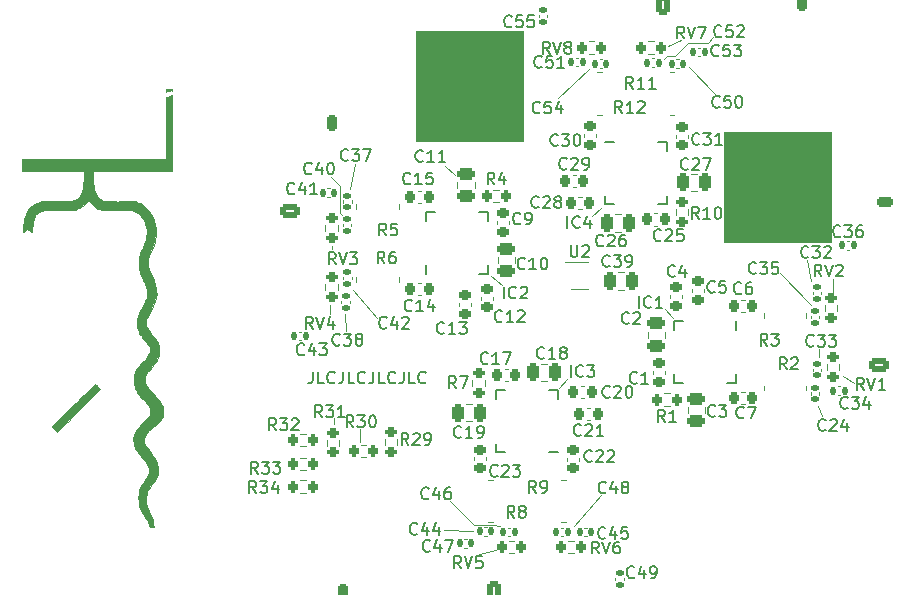
<source format=gto>
%TF.GenerationSoftware,KiCad,Pcbnew,5.99.0-unknown-16ebb3a433~128~ubuntu20.04.1*%
%TF.CreationDate,2021-05-03T05:08:51+03:00*%
%TF.ProjectId,usb2stepper,75736232-7374-4657-9070-65722e6b6963,rev?*%
%TF.SameCoordinates,Original*%
%TF.FileFunction,Legend,Top*%
%TF.FilePolarity,Positive*%
%FSLAX46Y46*%
G04 Gerber Fmt 4.6, Leading zero omitted, Abs format (unit mm)*
G04 Created by KiCad (PCBNEW 5.99.0-unknown-16ebb3a433~128~ubuntu20.04.1) date 2021-05-03 05:08:51*
%MOMM*%
%LPD*%
G01*
G04 APERTURE LIST*
G04 Aperture macros list*
%AMRoundRect*
0 Rectangle with rounded corners*
0 $1 Rounding radius*
0 $2 $3 $4 $5 $6 $7 $8 $9 X,Y pos of 4 corners*
0 Add a 4 corners polygon primitive as box body*
4,1,4,$2,$3,$4,$5,$6,$7,$8,$9,$2,$3,0*
0 Add four circle primitives for the rounded corners*
1,1,$1+$1,$2,$3*
1,1,$1+$1,$4,$5*
1,1,$1+$1,$6,$7*
1,1,$1+$1,$8,$9*
0 Add four rect primitives between the rounded corners*
20,1,$1+$1,$2,$3,$4,$5,0*
20,1,$1+$1,$4,$5,$6,$7,0*
20,1,$1+$1,$6,$7,$8,$9,0*
20,1,$1+$1,$8,$9,$2,$3,0*%
G04 Aperture macros list end*
%ADD10C,0.120000*%
%ADD11C,0.150000*%
%ADD12C,0.010000*%
%ADD13RoundRect,0.225000X-0.225000X-0.250000X0.225000X-0.250000X0.225000X0.250000X-0.225000X0.250000X0*%
%ADD14RoundRect,0.250000X0.250000X0.475000X-0.250000X0.475000X-0.250000X-0.475000X0.250000X-0.475000X0*%
%ADD15RoundRect,0.225000X0.225000X0.250000X-0.225000X0.250000X-0.225000X-0.250000X0.225000X-0.250000X0*%
%ADD16RoundRect,0.225000X-0.250000X0.225000X-0.250000X-0.225000X0.250000X-0.225000X0.250000X0.225000X0*%
%ADD17R,0.700000X0.250000*%
%ADD18R,0.250000X0.700000*%
%ADD19R,1.850000X1.850000*%
%ADD20RoundRect,0.200000X0.275000X-0.200000X0.275000X0.200000X-0.275000X0.200000X-0.275000X-0.200000X0*%
%ADD21R,0.700000X3.300000*%
%ADD22RoundRect,0.225000X0.250000X-0.225000X0.250000X0.225000X-0.250000X0.225000X-0.250000X-0.225000X0*%
%ADD23RoundRect,0.140000X-0.170000X0.140000X-0.170000X-0.140000X0.170000X-0.140000X0.170000X0.140000X0*%
%ADD24RoundRect,0.140000X0.140000X0.170000X-0.140000X0.170000X-0.140000X-0.170000X0.140000X-0.170000X0*%
%ADD25RoundRect,0.140000X0.170000X-0.140000X0.170000X0.140000X-0.170000X0.140000X-0.170000X-0.140000X0*%
%ADD26RoundRect,0.140000X-0.140000X-0.170000X0.140000X-0.170000X0.140000X0.170000X-0.140000X0.170000X0*%
%ADD27RoundRect,0.200000X-0.275000X0.200000X-0.275000X-0.200000X0.275000X-0.200000X0.275000X0.200000X0*%
%ADD28RoundRect,0.200000X0.200000X0.275000X-0.200000X0.275000X-0.200000X-0.275000X0.200000X-0.275000X0*%
%ADD29RoundRect,0.200000X-0.200000X-0.275000X0.200000X-0.275000X0.200000X0.275000X-0.200000X0.275000X0*%
%ADD30RoundRect,0.250000X-0.475000X0.250000X-0.475000X-0.250000X0.475000X-0.250000X0.475000X0.250000X0*%
%ADD31RoundRect,0.250000X0.475000X-0.250000X0.475000X0.250000X-0.475000X0.250000X-0.475000X-0.250000X0*%
%ADD32RoundRect,0.250000X-0.250000X-0.475000X0.250000X-0.475000X0.250000X0.475000X-0.250000X0.475000X0*%
%ADD33R,3.300000X0.700000*%
%ADD34R,0.650000X0.400000*%
%ADD35O,1.650000X1.200000*%
%ADD36RoundRect,0.250000X-0.575000X0.350000X-0.575000X-0.350000X0.575000X-0.350000X0.575000X0.350000X0*%
%ADD37RoundRect,0.250000X0.350000X0.575000X-0.350000X0.575000X-0.350000X-0.575000X0.350000X-0.575000X0*%
%ADD38O,1.200000X1.650000*%
%ADD39O,1.800000X1.800000*%
%ADD40O,1.500000X1.500000*%
%ADD41O,1.700000X1.700000*%
%ADD42R,1.700000X1.700000*%
%ADD43C,0.800000*%
%ADD44C,6.400000*%
%ADD45C,1.600000*%
%ADD46RoundRect,0.250000X-0.350000X-0.575000X0.350000X-0.575000X0.350000X0.575000X-0.350000X0.575000X0*%
%ADD47C,6.497320*%
%ADD48R,2.800000X2.800000*%
%ADD49C,2.800000*%
%ADD50RoundRect,0.225000X0.475000X-0.225000X0.475000X0.225000X-0.475000X0.225000X-0.475000X-0.225000X0*%
%ADD51O,1.400000X0.900000*%
%ADD52RoundRect,0.225000X-0.225000X-0.475000X0.225000X-0.475000X0.225000X0.475000X-0.225000X0.475000X0*%
%ADD53O,0.900000X1.400000*%
%ADD54RoundRect,0.225000X0.225000X0.475000X-0.225000X0.475000X-0.225000X-0.475000X0.225000X-0.475000X0*%
%ADD55RoundRect,0.250000X0.575000X-0.350000X0.575000X0.350000X-0.575000X0.350000X-0.575000X-0.350000X0*%
G04 APERTURE END LIST*
D10*
X120290000Y-97250000D02*
X129390000Y-97250000D01*
X129390000Y-97250000D02*
X129390000Y-106530000D01*
X129390000Y-106530000D02*
X120290000Y-106530000D01*
X120290000Y-106530000D02*
X120290000Y-97250000D01*
G36*
X120290000Y-97250000D02*
G01*
X129390000Y-97250000D01*
X129390000Y-106530000D01*
X120290000Y-106530000D01*
X120290000Y-97250000D01*
G37*
X87860000Y-104110000D02*
X88010000Y-104260000D01*
X87860000Y-101830000D02*
X87860000Y-104110000D01*
X87060000Y-101030000D02*
X87860000Y-101830000D01*
X115510000Y-90780000D02*
X115260000Y-91030000D01*
X116170000Y-90780000D02*
X115510000Y-90780000D01*
X117260000Y-89690000D02*
X116170000Y-90780000D01*
X118950000Y-89690000D02*
X117260000Y-89690000D01*
X119420000Y-89220000D02*
X118950000Y-89690000D01*
X87010000Y-112610000D02*
X87010000Y-111870000D01*
X94230000Y-88720000D02*
X103330000Y-88720000D01*
X103330000Y-88720000D02*
X103330000Y-98000000D01*
X103330000Y-98000000D02*
X94230000Y-98000000D01*
X94230000Y-98000000D02*
X94230000Y-88720000D01*
G36*
X94230000Y-88720000D02*
G01*
X103330000Y-88720000D01*
X103330000Y-98000000D01*
X94230000Y-98000000D01*
X94230000Y-88720000D01*
G37*
X100780000Y-130500000D02*
X101370000Y-130620000D01*
X99140000Y-130490000D02*
X100780000Y-130500000D01*
X97170000Y-128490000D02*
X99140000Y-130490000D01*
X96610000Y-130930000D02*
X99090000Y-131020000D01*
X88300000Y-114060000D02*
X88250000Y-112610000D01*
X89490000Y-122410000D02*
X89490000Y-123470000D01*
X87310000Y-121450000D02*
X87310000Y-121950000D01*
X128390000Y-115650000D02*
X128370000Y-116310000D01*
X128600000Y-121325000D02*
X128275000Y-120400000D01*
X131330000Y-118520000D02*
X130440000Y-117890000D01*
X127360000Y-108090000D02*
X127730000Y-109890000D01*
X125100000Y-109210000D02*
X127680000Y-111900000D01*
X107040000Y-118130000D02*
X106340000Y-118950000D01*
X88920000Y-110650000D02*
X90960000Y-113030000D01*
X88700000Y-102110000D02*
X89130000Y-99920000D01*
X109170000Y-104370000D02*
X109920000Y-103660000D01*
X87120000Y-106910000D02*
X87120000Y-107180000D01*
X96740000Y-100110000D02*
X97520000Y-100890000D01*
X99625000Y-133000000D02*
X101010000Y-132660000D01*
X116720000Y-89470000D02*
X115560000Y-90000000D01*
X129600000Y-109680000D02*
X129600000Y-110750000D01*
X109920000Y-128000000D02*
X107600000Y-130580000D01*
X115310000Y-112190000D02*
X116010000Y-112980000D01*
X117360000Y-91730000D02*
X119610000Y-94030000D01*
X101500000Y-110180000D02*
X100570000Y-109410000D01*
X108880000Y-91930000D02*
X106280000Y-94340000D01*
D11*
X85500952Y-117522380D02*
X85500952Y-118236666D01*
X85453333Y-118379523D01*
X85358095Y-118474761D01*
X85215238Y-118522380D01*
X85120000Y-118522380D01*
X86453333Y-118522380D02*
X85977142Y-118522380D01*
X85977142Y-117522380D01*
X87358095Y-118427142D02*
X87310476Y-118474761D01*
X87167619Y-118522380D01*
X87072380Y-118522380D01*
X86929523Y-118474761D01*
X86834285Y-118379523D01*
X86786666Y-118284285D01*
X86739047Y-118093809D01*
X86739047Y-117950952D01*
X86786666Y-117760476D01*
X86834285Y-117665238D01*
X86929523Y-117570000D01*
X87072380Y-117522380D01*
X87167619Y-117522380D01*
X87310476Y-117570000D01*
X87358095Y-117617619D01*
X88072380Y-117522380D02*
X88072380Y-118236666D01*
X88024761Y-118379523D01*
X87929523Y-118474761D01*
X87786666Y-118522380D01*
X87691428Y-118522380D01*
X89024761Y-118522380D02*
X88548571Y-118522380D01*
X88548571Y-117522380D01*
X89929523Y-118427142D02*
X89881904Y-118474761D01*
X89739047Y-118522380D01*
X89643809Y-118522380D01*
X89500952Y-118474761D01*
X89405714Y-118379523D01*
X89358095Y-118284285D01*
X89310476Y-118093809D01*
X89310476Y-117950952D01*
X89358095Y-117760476D01*
X89405714Y-117665238D01*
X89500952Y-117570000D01*
X89643809Y-117522380D01*
X89739047Y-117522380D01*
X89881904Y-117570000D01*
X89929523Y-117617619D01*
X90643809Y-117522380D02*
X90643809Y-118236666D01*
X90596190Y-118379523D01*
X90500952Y-118474761D01*
X90358095Y-118522380D01*
X90262857Y-118522380D01*
X91596190Y-118522380D02*
X91120000Y-118522380D01*
X91120000Y-117522380D01*
X92500952Y-118427142D02*
X92453333Y-118474761D01*
X92310476Y-118522380D01*
X92215238Y-118522380D01*
X92072380Y-118474761D01*
X91977142Y-118379523D01*
X91929523Y-118284285D01*
X91881904Y-118093809D01*
X91881904Y-117950952D01*
X91929523Y-117760476D01*
X91977142Y-117665238D01*
X92072380Y-117570000D01*
X92215238Y-117522380D01*
X92310476Y-117522380D01*
X92453333Y-117570000D01*
X92500952Y-117617619D01*
X93215238Y-117522380D02*
X93215238Y-118236666D01*
X93167619Y-118379523D01*
X93072380Y-118474761D01*
X92929523Y-118522380D01*
X92834285Y-118522380D01*
X94167619Y-118522380D02*
X93691428Y-118522380D01*
X93691428Y-117522380D01*
X95072380Y-118427142D02*
X95024761Y-118474761D01*
X94881904Y-118522380D01*
X94786666Y-118522380D01*
X94643809Y-118474761D01*
X94548571Y-118379523D01*
X94500952Y-118284285D01*
X94453333Y-118093809D01*
X94453333Y-117950952D01*
X94500952Y-117760476D01*
X94548571Y-117665238D01*
X94643809Y-117570000D01*
X94786666Y-117522380D01*
X94881904Y-117522380D01*
X95024761Y-117570000D01*
X95072380Y-117617619D01*
X100337142Y-116797142D02*
X100289523Y-116844761D01*
X100146666Y-116892380D01*
X100051428Y-116892380D01*
X99908571Y-116844761D01*
X99813333Y-116749523D01*
X99765714Y-116654285D01*
X99718095Y-116463809D01*
X99718095Y-116320952D01*
X99765714Y-116130476D01*
X99813333Y-116035238D01*
X99908571Y-115940000D01*
X100051428Y-115892380D01*
X100146666Y-115892380D01*
X100289523Y-115940000D01*
X100337142Y-115987619D01*
X101289523Y-116892380D02*
X100718095Y-116892380D01*
X101003809Y-116892380D02*
X101003809Y-115892380D01*
X100908571Y-116035238D01*
X100813333Y-116130476D01*
X100718095Y-116178095D01*
X101622857Y-115892380D02*
X102289523Y-115892380D01*
X101860952Y-116892380D01*
X105097142Y-116347142D02*
X105049523Y-116394761D01*
X104906666Y-116442380D01*
X104811428Y-116442380D01*
X104668571Y-116394761D01*
X104573333Y-116299523D01*
X104525714Y-116204285D01*
X104478095Y-116013809D01*
X104478095Y-115870952D01*
X104525714Y-115680476D01*
X104573333Y-115585238D01*
X104668571Y-115490000D01*
X104811428Y-115442380D01*
X104906666Y-115442380D01*
X105049523Y-115490000D01*
X105097142Y-115537619D01*
X106049523Y-116442380D02*
X105478095Y-116442380D01*
X105763809Y-116442380D02*
X105763809Y-115442380D01*
X105668571Y-115585238D01*
X105573333Y-115680476D01*
X105478095Y-115728095D01*
X106620952Y-115870952D02*
X106525714Y-115823333D01*
X106478095Y-115775714D01*
X106430476Y-115680476D01*
X106430476Y-115632857D01*
X106478095Y-115537619D01*
X106525714Y-115490000D01*
X106620952Y-115442380D01*
X106811428Y-115442380D01*
X106906666Y-115490000D01*
X106954285Y-115537619D01*
X107001904Y-115632857D01*
X107001904Y-115680476D01*
X106954285Y-115775714D01*
X106906666Y-115823333D01*
X106811428Y-115870952D01*
X106620952Y-115870952D01*
X106525714Y-115918571D01*
X106478095Y-115966190D01*
X106430476Y-116061428D01*
X106430476Y-116251904D01*
X106478095Y-116347142D01*
X106525714Y-116394761D01*
X106620952Y-116442380D01*
X106811428Y-116442380D01*
X106906666Y-116394761D01*
X106954285Y-116347142D01*
X107001904Y-116251904D01*
X107001904Y-116061428D01*
X106954285Y-115966190D01*
X106906666Y-115918571D01*
X106811428Y-115870952D01*
X98082142Y-123037142D02*
X98034523Y-123084761D01*
X97891666Y-123132380D01*
X97796428Y-123132380D01*
X97653571Y-123084761D01*
X97558333Y-122989523D01*
X97510714Y-122894285D01*
X97463095Y-122703809D01*
X97463095Y-122560952D01*
X97510714Y-122370476D01*
X97558333Y-122275238D01*
X97653571Y-122180000D01*
X97796428Y-122132380D01*
X97891666Y-122132380D01*
X98034523Y-122180000D01*
X98082142Y-122227619D01*
X99034523Y-123132380D02*
X98463095Y-123132380D01*
X98748809Y-123132380D02*
X98748809Y-122132380D01*
X98653571Y-122275238D01*
X98558333Y-122370476D01*
X98463095Y-122418095D01*
X99510714Y-123132380D02*
X99701190Y-123132380D01*
X99796428Y-123084761D01*
X99844047Y-123037142D01*
X99939285Y-122894285D01*
X99986904Y-122703809D01*
X99986904Y-122322857D01*
X99939285Y-122227619D01*
X99891666Y-122180000D01*
X99796428Y-122132380D01*
X99605952Y-122132380D01*
X99510714Y-122180000D01*
X99463095Y-122227619D01*
X99415476Y-122322857D01*
X99415476Y-122560952D01*
X99463095Y-122656190D01*
X99510714Y-122703809D01*
X99605952Y-122751428D01*
X99796428Y-122751428D01*
X99891666Y-122703809D01*
X99939285Y-122656190D01*
X99986904Y-122560952D01*
X110657142Y-119637142D02*
X110609523Y-119684761D01*
X110466666Y-119732380D01*
X110371428Y-119732380D01*
X110228571Y-119684761D01*
X110133333Y-119589523D01*
X110085714Y-119494285D01*
X110038095Y-119303809D01*
X110038095Y-119160952D01*
X110085714Y-118970476D01*
X110133333Y-118875238D01*
X110228571Y-118780000D01*
X110371428Y-118732380D01*
X110466666Y-118732380D01*
X110609523Y-118780000D01*
X110657142Y-118827619D01*
X111038095Y-118827619D02*
X111085714Y-118780000D01*
X111180952Y-118732380D01*
X111419047Y-118732380D01*
X111514285Y-118780000D01*
X111561904Y-118827619D01*
X111609523Y-118922857D01*
X111609523Y-119018095D01*
X111561904Y-119160952D01*
X110990476Y-119732380D01*
X111609523Y-119732380D01*
X112228571Y-118732380D02*
X112323809Y-118732380D01*
X112419047Y-118780000D01*
X112466666Y-118827619D01*
X112514285Y-118922857D01*
X112561904Y-119113333D01*
X112561904Y-119351428D01*
X112514285Y-119541904D01*
X112466666Y-119637142D01*
X112419047Y-119684761D01*
X112323809Y-119732380D01*
X112228571Y-119732380D01*
X112133333Y-119684761D01*
X112085714Y-119637142D01*
X112038095Y-119541904D01*
X111990476Y-119351428D01*
X111990476Y-119113333D01*
X112038095Y-118922857D01*
X112085714Y-118827619D01*
X112133333Y-118780000D01*
X112228571Y-118732380D01*
X108207142Y-122887142D02*
X108159523Y-122934761D01*
X108016666Y-122982380D01*
X107921428Y-122982380D01*
X107778571Y-122934761D01*
X107683333Y-122839523D01*
X107635714Y-122744285D01*
X107588095Y-122553809D01*
X107588095Y-122410952D01*
X107635714Y-122220476D01*
X107683333Y-122125238D01*
X107778571Y-122030000D01*
X107921428Y-121982380D01*
X108016666Y-121982380D01*
X108159523Y-122030000D01*
X108207142Y-122077619D01*
X108588095Y-122077619D02*
X108635714Y-122030000D01*
X108730952Y-121982380D01*
X108969047Y-121982380D01*
X109064285Y-122030000D01*
X109111904Y-122077619D01*
X109159523Y-122172857D01*
X109159523Y-122268095D01*
X109111904Y-122410952D01*
X108540476Y-122982380D01*
X109159523Y-122982380D01*
X110111904Y-122982380D02*
X109540476Y-122982380D01*
X109826190Y-122982380D02*
X109826190Y-121982380D01*
X109730952Y-122125238D01*
X109635714Y-122220476D01*
X109540476Y-122268095D01*
X109137142Y-125087142D02*
X109089523Y-125134761D01*
X108946666Y-125182380D01*
X108851428Y-125182380D01*
X108708571Y-125134761D01*
X108613333Y-125039523D01*
X108565714Y-124944285D01*
X108518095Y-124753809D01*
X108518095Y-124610952D01*
X108565714Y-124420476D01*
X108613333Y-124325238D01*
X108708571Y-124230000D01*
X108851428Y-124182380D01*
X108946666Y-124182380D01*
X109089523Y-124230000D01*
X109137142Y-124277619D01*
X109518095Y-124277619D02*
X109565714Y-124230000D01*
X109660952Y-124182380D01*
X109899047Y-124182380D01*
X109994285Y-124230000D01*
X110041904Y-124277619D01*
X110089523Y-124372857D01*
X110089523Y-124468095D01*
X110041904Y-124610952D01*
X109470476Y-125182380D01*
X110089523Y-125182380D01*
X110470476Y-124277619D02*
X110518095Y-124230000D01*
X110613333Y-124182380D01*
X110851428Y-124182380D01*
X110946666Y-124230000D01*
X110994285Y-124277619D01*
X111041904Y-124372857D01*
X111041904Y-124468095D01*
X110994285Y-124610952D01*
X110422857Y-125182380D01*
X111041904Y-125182380D01*
X101157142Y-126327142D02*
X101109523Y-126374761D01*
X100966666Y-126422380D01*
X100871428Y-126422380D01*
X100728571Y-126374761D01*
X100633333Y-126279523D01*
X100585714Y-126184285D01*
X100538095Y-125993809D01*
X100538095Y-125850952D01*
X100585714Y-125660476D01*
X100633333Y-125565238D01*
X100728571Y-125470000D01*
X100871428Y-125422380D01*
X100966666Y-125422380D01*
X101109523Y-125470000D01*
X101157142Y-125517619D01*
X101538095Y-125517619D02*
X101585714Y-125470000D01*
X101680952Y-125422380D01*
X101919047Y-125422380D01*
X102014285Y-125470000D01*
X102061904Y-125517619D01*
X102109523Y-125612857D01*
X102109523Y-125708095D01*
X102061904Y-125850952D01*
X101490476Y-126422380D01*
X102109523Y-126422380D01*
X102442857Y-125422380D02*
X103061904Y-125422380D01*
X102728571Y-125803333D01*
X102871428Y-125803333D01*
X102966666Y-125850952D01*
X103014285Y-125898571D01*
X103061904Y-125993809D01*
X103061904Y-126231904D01*
X103014285Y-126327142D01*
X102966666Y-126374761D01*
X102871428Y-126422380D01*
X102585714Y-126422380D01*
X102490476Y-126374761D01*
X102442857Y-126327142D01*
X107363809Y-117982380D02*
X107363809Y-116982380D01*
X108411428Y-117887142D02*
X108363809Y-117934761D01*
X108220952Y-117982380D01*
X108125714Y-117982380D01*
X107982857Y-117934761D01*
X107887619Y-117839523D01*
X107840000Y-117744285D01*
X107792380Y-117553809D01*
X107792380Y-117410952D01*
X107840000Y-117220476D01*
X107887619Y-117125238D01*
X107982857Y-117030000D01*
X108125714Y-116982380D01*
X108220952Y-116982380D01*
X108363809Y-117030000D01*
X108411428Y-117077619D01*
X108744761Y-116982380D02*
X109363809Y-116982380D01*
X109030476Y-117363333D01*
X109173333Y-117363333D01*
X109268571Y-117410952D01*
X109316190Y-117458571D01*
X109363809Y-117553809D01*
X109363809Y-117791904D01*
X109316190Y-117887142D01*
X109268571Y-117934761D01*
X109173333Y-117982380D01*
X108887619Y-117982380D01*
X108792380Y-117934761D01*
X108744761Y-117887142D01*
X97643333Y-118942380D02*
X97310000Y-118466190D01*
X97071904Y-118942380D02*
X97071904Y-117942380D01*
X97452857Y-117942380D01*
X97548095Y-117990000D01*
X97595714Y-118037619D01*
X97643333Y-118132857D01*
X97643333Y-118275714D01*
X97595714Y-118370952D01*
X97548095Y-118418571D01*
X97452857Y-118466190D01*
X97071904Y-118466190D01*
X97976666Y-117942380D02*
X98643333Y-117942380D01*
X98214761Y-118942380D01*
X102573333Y-129902380D02*
X102240000Y-129426190D01*
X102001904Y-129902380D02*
X102001904Y-128902380D01*
X102382857Y-128902380D01*
X102478095Y-128950000D01*
X102525714Y-128997619D01*
X102573333Y-129092857D01*
X102573333Y-129235714D01*
X102525714Y-129330952D01*
X102478095Y-129378571D01*
X102382857Y-129426190D01*
X102001904Y-129426190D01*
X103144761Y-129330952D02*
X103049523Y-129283333D01*
X103001904Y-129235714D01*
X102954285Y-129140476D01*
X102954285Y-129092857D01*
X103001904Y-128997619D01*
X103049523Y-128950000D01*
X103144761Y-128902380D01*
X103335238Y-128902380D01*
X103430476Y-128950000D01*
X103478095Y-128997619D01*
X103525714Y-129092857D01*
X103525714Y-129140476D01*
X103478095Y-129235714D01*
X103430476Y-129283333D01*
X103335238Y-129330952D01*
X103144761Y-129330952D01*
X103049523Y-129378571D01*
X103001904Y-129426190D01*
X102954285Y-129521428D01*
X102954285Y-129711904D01*
X103001904Y-129807142D01*
X103049523Y-129854761D01*
X103144761Y-129902380D01*
X103335238Y-129902380D01*
X103430476Y-129854761D01*
X103478095Y-129807142D01*
X103525714Y-129711904D01*
X103525714Y-129521428D01*
X103478095Y-129426190D01*
X103430476Y-129378571D01*
X103335238Y-129330952D01*
X104403333Y-127782380D02*
X104070000Y-127306190D01*
X103831904Y-127782380D02*
X103831904Y-126782380D01*
X104212857Y-126782380D01*
X104308095Y-126830000D01*
X104355714Y-126877619D01*
X104403333Y-126972857D01*
X104403333Y-127115714D01*
X104355714Y-127210952D01*
X104308095Y-127258571D01*
X104212857Y-127306190D01*
X103831904Y-127306190D01*
X104879523Y-127782380D02*
X105070000Y-127782380D01*
X105165238Y-127734761D01*
X105212857Y-127687142D01*
X105308095Y-127544285D01*
X105355714Y-127353809D01*
X105355714Y-126972857D01*
X105308095Y-126877619D01*
X105260476Y-126830000D01*
X105165238Y-126782380D01*
X104974761Y-126782380D01*
X104879523Y-126830000D01*
X104831904Y-126877619D01*
X104784285Y-126972857D01*
X104784285Y-127210952D01*
X104831904Y-127306190D01*
X104879523Y-127353809D01*
X104974761Y-127401428D01*
X105165238Y-127401428D01*
X105260476Y-127353809D01*
X105308095Y-127306190D01*
X105355714Y-127210952D01*
X101537142Y-113247142D02*
X101489523Y-113294761D01*
X101346666Y-113342380D01*
X101251428Y-113342380D01*
X101108571Y-113294761D01*
X101013333Y-113199523D01*
X100965714Y-113104285D01*
X100918095Y-112913809D01*
X100918095Y-112770952D01*
X100965714Y-112580476D01*
X101013333Y-112485238D01*
X101108571Y-112390000D01*
X101251428Y-112342380D01*
X101346666Y-112342380D01*
X101489523Y-112390000D01*
X101537142Y-112437619D01*
X102489523Y-113342380D02*
X101918095Y-113342380D01*
X102203809Y-113342380D02*
X102203809Y-112342380D01*
X102108571Y-112485238D01*
X102013333Y-112580476D01*
X101918095Y-112628095D01*
X102870476Y-112437619D02*
X102918095Y-112390000D01*
X103013333Y-112342380D01*
X103251428Y-112342380D01*
X103346666Y-112390000D01*
X103394285Y-112437619D01*
X103441904Y-112532857D01*
X103441904Y-112628095D01*
X103394285Y-112770952D01*
X102822857Y-113342380D01*
X103441904Y-113342380D01*
X128927142Y-122467142D02*
X128879523Y-122514761D01*
X128736666Y-122562380D01*
X128641428Y-122562380D01*
X128498571Y-122514761D01*
X128403333Y-122419523D01*
X128355714Y-122324285D01*
X128308095Y-122133809D01*
X128308095Y-121990952D01*
X128355714Y-121800476D01*
X128403333Y-121705238D01*
X128498571Y-121610000D01*
X128641428Y-121562380D01*
X128736666Y-121562380D01*
X128879523Y-121610000D01*
X128927142Y-121657619D01*
X129308095Y-121657619D02*
X129355714Y-121610000D01*
X129450952Y-121562380D01*
X129689047Y-121562380D01*
X129784285Y-121610000D01*
X129831904Y-121657619D01*
X129879523Y-121752857D01*
X129879523Y-121848095D01*
X129831904Y-121990952D01*
X129260476Y-122562380D01*
X129879523Y-122562380D01*
X130736666Y-121895714D02*
X130736666Y-122562380D01*
X130498571Y-121514761D02*
X130260476Y-122229047D01*
X130879523Y-122229047D01*
X127917142Y-115317142D02*
X127869523Y-115364761D01*
X127726666Y-115412380D01*
X127631428Y-115412380D01*
X127488571Y-115364761D01*
X127393333Y-115269523D01*
X127345714Y-115174285D01*
X127298095Y-114983809D01*
X127298095Y-114840952D01*
X127345714Y-114650476D01*
X127393333Y-114555238D01*
X127488571Y-114460000D01*
X127631428Y-114412380D01*
X127726666Y-114412380D01*
X127869523Y-114460000D01*
X127917142Y-114507619D01*
X128250476Y-114412380D02*
X128869523Y-114412380D01*
X128536190Y-114793333D01*
X128679047Y-114793333D01*
X128774285Y-114840952D01*
X128821904Y-114888571D01*
X128869523Y-114983809D01*
X128869523Y-115221904D01*
X128821904Y-115317142D01*
X128774285Y-115364761D01*
X128679047Y-115412380D01*
X128393333Y-115412380D01*
X128298095Y-115364761D01*
X128250476Y-115317142D01*
X129202857Y-114412380D02*
X129821904Y-114412380D01*
X129488571Y-114793333D01*
X129631428Y-114793333D01*
X129726666Y-114840952D01*
X129774285Y-114888571D01*
X129821904Y-114983809D01*
X129821904Y-115221904D01*
X129774285Y-115317142D01*
X129726666Y-115364761D01*
X129631428Y-115412380D01*
X129345714Y-115412380D01*
X129250476Y-115364761D01*
X129202857Y-115317142D01*
X130797142Y-120577142D02*
X130749523Y-120624761D01*
X130606666Y-120672380D01*
X130511428Y-120672380D01*
X130368571Y-120624761D01*
X130273333Y-120529523D01*
X130225714Y-120434285D01*
X130178095Y-120243809D01*
X130178095Y-120100952D01*
X130225714Y-119910476D01*
X130273333Y-119815238D01*
X130368571Y-119720000D01*
X130511428Y-119672380D01*
X130606666Y-119672380D01*
X130749523Y-119720000D01*
X130797142Y-119767619D01*
X131130476Y-119672380D02*
X131749523Y-119672380D01*
X131416190Y-120053333D01*
X131559047Y-120053333D01*
X131654285Y-120100952D01*
X131701904Y-120148571D01*
X131749523Y-120243809D01*
X131749523Y-120481904D01*
X131701904Y-120577142D01*
X131654285Y-120624761D01*
X131559047Y-120672380D01*
X131273333Y-120672380D01*
X131178095Y-120624761D01*
X131130476Y-120577142D01*
X132606666Y-120005714D02*
X132606666Y-120672380D01*
X132368571Y-119624761D02*
X132130476Y-120339047D01*
X132749523Y-120339047D01*
X123037142Y-109157142D02*
X122989523Y-109204761D01*
X122846666Y-109252380D01*
X122751428Y-109252380D01*
X122608571Y-109204761D01*
X122513333Y-109109523D01*
X122465714Y-109014285D01*
X122418095Y-108823809D01*
X122418095Y-108680952D01*
X122465714Y-108490476D01*
X122513333Y-108395238D01*
X122608571Y-108300000D01*
X122751428Y-108252380D01*
X122846666Y-108252380D01*
X122989523Y-108300000D01*
X123037142Y-108347619D01*
X123370476Y-108252380D02*
X123989523Y-108252380D01*
X123656190Y-108633333D01*
X123799047Y-108633333D01*
X123894285Y-108680952D01*
X123941904Y-108728571D01*
X123989523Y-108823809D01*
X123989523Y-109061904D01*
X123941904Y-109157142D01*
X123894285Y-109204761D01*
X123799047Y-109252380D01*
X123513333Y-109252380D01*
X123418095Y-109204761D01*
X123370476Y-109157142D01*
X124894285Y-108252380D02*
X124418095Y-108252380D01*
X124370476Y-108728571D01*
X124418095Y-108680952D01*
X124513333Y-108633333D01*
X124751428Y-108633333D01*
X124846666Y-108680952D01*
X124894285Y-108728571D01*
X124941904Y-108823809D01*
X124941904Y-109061904D01*
X124894285Y-109157142D01*
X124846666Y-109204761D01*
X124751428Y-109252380D01*
X124513333Y-109252380D01*
X124418095Y-109204761D01*
X124370476Y-109157142D01*
X130192142Y-106047142D02*
X130144523Y-106094761D01*
X130001666Y-106142380D01*
X129906428Y-106142380D01*
X129763571Y-106094761D01*
X129668333Y-105999523D01*
X129620714Y-105904285D01*
X129573095Y-105713809D01*
X129573095Y-105570952D01*
X129620714Y-105380476D01*
X129668333Y-105285238D01*
X129763571Y-105190000D01*
X129906428Y-105142380D01*
X130001666Y-105142380D01*
X130144523Y-105190000D01*
X130192142Y-105237619D01*
X130525476Y-105142380D02*
X131144523Y-105142380D01*
X130811190Y-105523333D01*
X130954047Y-105523333D01*
X131049285Y-105570952D01*
X131096904Y-105618571D01*
X131144523Y-105713809D01*
X131144523Y-105951904D01*
X131096904Y-106047142D01*
X131049285Y-106094761D01*
X130954047Y-106142380D01*
X130668333Y-106142380D01*
X130573095Y-106094761D01*
X130525476Y-106047142D01*
X132001666Y-105142380D02*
X131811190Y-105142380D01*
X131715952Y-105190000D01*
X131668333Y-105237619D01*
X131573095Y-105380476D01*
X131525476Y-105570952D01*
X131525476Y-105951904D01*
X131573095Y-106047142D01*
X131620714Y-106094761D01*
X131715952Y-106142380D01*
X131906428Y-106142380D01*
X132001666Y-106094761D01*
X132049285Y-106047142D01*
X132096904Y-105951904D01*
X132096904Y-105713809D01*
X132049285Y-105618571D01*
X132001666Y-105570952D01*
X131906428Y-105523333D01*
X131715952Y-105523333D01*
X131620714Y-105570952D01*
X131573095Y-105618571D01*
X131525476Y-105713809D01*
X88507142Y-99597142D02*
X88459523Y-99644761D01*
X88316666Y-99692380D01*
X88221428Y-99692380D01*
X88078571Y-99644761D01*
X87983333Y-99549523D01*
X87935714Y-99454285D01*
X87888095Y-99263809D01*
X87888095Y-99120952D01*
X87935714Y-98930476D01*
X87983333Y-98835238D01*
X88078571Y-98740000D01*
X88221428Y-98692380D01*
X88316666Y-98692380D01*
X88459523Y-98740000D01*
X88507142Y-98787619D01*
X88840476Y-98692380D02*
X89459523Y-98692380D01*
X89126190Y-99073333D01*
X89269047Y-99073333D01*
X89364285Y-99120952D01*
X89411904Y-99168571D01*
X89459523Y-99263809D01*
X89459523Y-99501904D01*
X89411904Y-99597142D01*
X89364285Y-99644761D01*
X89269047Y-99692380D01*
X88983333Y-99692380D01*
X88888095Y-99644761D01*
X88840476Y-99597142D01*
X89792857Y-98692380D02*
X90459523Y-98692380D01*
X90030952Y-99692380D01*
X87797142Y-115227142D02*
X87749523Y-115274761D01*
X87606666Y-115322380D01*
X87511428Y-115322380D01*
X87368571Y-115274761D01*
X87273333Y-115179523D01*
X87225714Y-115084285D01*
X87178095Y-114893809D01*
X87178095Y-114750952D01*
X87225714Y-114560476D01*
X87273333Y-114465238D01*
X87368571Y-114370000D01*
X87511428Y-114322380D01*
X87606666Y-114322380D01*
X87749523Y-114370000D01*
X87797142Y-114417619D01*
X88130476Y-114322380D02*
X88749523Y-114322380D01*
X88416190Y-114703333D01*
X88559047Y-114703333D01*
X88654285Y-114750952D01*
X88701904Y-114798571D01*
X88749523Y-114893809D01*
X88749523Y-115131904D01*
X88701904Y-115227142D01*
X88654285Y-115274761D01*
X88559047Y-115322380D01*
X88273333Y-115322380D01*
X88178095Y-115274761D01*
X88130476Y-115227142D01*
X89320952Y-114750952D02*
X89225714Y-114703333D01*
X89178095Y-114655714D01*
X89130476Y-114560476D01*
X89130476Y-114512857D01*
X89178095Y-114417619D01*
X89225714Y-114370000D01*
X89320952Y-114322380D01*
X89511428Y-114322380D01*
X89606666Y-114370000D01*
X89654285Y-114417619D01*
X89701904Y-114512857D01*
X89701904Y-114560476D01*
X89654285Y-114655714D01*
X89606666Y-114703333D01*
X89511428Y-114750952D01*
X89320952Y-114750952D01*
X89225714Y-114798571D01*
X89178095Y-114846190D01*
X89130476Y-114941428D01*
X89130476Y-115131904D01*
X89178095Y-115227142D01*
X89225714Y-115274761D01*
X89320952Y-115322380D01*
X89511428Y-115322380D01*
X89606666Y-115274761D01*
X89654285Y-115227142D01*
X89701904Y-115131904D01*
X89701904Y-114941428D01*
X89654285Y-114846190D01*
X89606666Y-114798571D01*
X89511428Y-114750952D01*
X85407142Y-100737142D02*
X85359523Y-100784761D01*
X85216666Y-100832380D01*
X85121428Y-100832380D01*
X84978571Y-100784761D01*
X84883333Y-100689523D01*
X84835714Y-100594285D01*
X84788095Y-100403809D01*
X84788095Y-100260952D01*
X84835714Y-100070476D01*
X84883333Y-99975238D01*
X84978571Y-99880000D01*
X85121428Y-99832380D01*
X85216666Y-99832380D01*
X85359523Y-99880000D01*
X85407142Y-99927619D01*
X86264285Y-100165714D02*
X86264285Y-100832380D01*
X86026190Y-99784761D02*
X85788095Y-100499047D01*
X86407142Y-100499047D01*
X86978571Y-99832380D02*
X87073809Y-99832380D01*
X87169047Y-99880000D01*
X87216666Y-99927619D01*
X87264285Y-100022857D01*
X87311904Y-100213333D01*
X87311904Y-100451428D01*
X87264285Y-100641904D01*
X87216666Y-100737142D01*
X87169047Y-100784761D01*
X87073809Y-100832380D01*
X86978571Y-100832380D01*
X86883333Y-100784761D01*
X86835714Y-100737142D01*
X86788095Y-100641904D01*
X86740476Y-100451428D01*
X86740476Y-100213333D01*
X86788095Y-100022857D01*
X86835714Y-99927619D01*
X86883333Y-99880000D01*
X86978571Y-99832380D01*
X83957142Y-102427142D02*
X83909523Y-102474761D01*
X83766666Y-102522380D01*
X83671428Y-102522380D01*
X83528571Y-102474761D01*
X83433333Y-102379523D01*
X83385714Y-102284285D01*
X83338095Y-102093809D01*
X83338095Y-101950952D01*
X83385714Y-101760476D01*
X83433333Y-101665238D01*
X83528571Y-101570000D01*
X83671428Y-101522380D01*
X83766666Y-101522380D01*
X83909523Y-101570000D01*
X83957142Y-101617619D01*
X84814285Y-101855714D02*
X84814285Y-102522380D01*
X84576190Y-101474761D02*
X84338095Y-102189047D01*
X84957142Y-102189047D01*
X85861904Y-102522380D02*
X85290476Y-102522380D01*
X85576190Y-102522380D02*
X85576190Y-101522380D01*
X85480952Y-101665238D01*
X85385714Y-101760476D01*
X85290476Y-101808095D01*
X91757142Y-113787142D02*
X91709523Y-113834761D01*
X91566666Y-113882380D01*
X91471428Y-113882380D01*
X91328571Y-113834761D01*
X91233333Y-113739523D01*
X91185714Y-113644285D01*
X91138095Y-113453809D01*
X91138095Y-113310952D01*
X91185714Y-113120476D01*
X91233333Y-113025238D01*
X91328571Y-112930000D01*
X91471428Y-112882380D01*
X91566666Y-112882380D01*
X91709523Y-112930000D01*
X91757142Y-112977619D01*
X92614285Y-113215714D02*
X92614285Y-113882380D01*
X92376190Y-112834761D02*
X92138095Y-113549047D01*
X92757142Y-113549047D01*
X93090476Y-112977619D02*
X93138095Y-112930000D01*
X93233333Y-112882380D01*
X93471428Y-112882380D01*
X93566666Y-112930000D01*
X93614285Y-112977619D01*
X93661904Y-113072857D01*
X93661904Y-113168095D01*
X93614285Y-113310952D01*
X93042857Y-113882380D01*
X93661904Y-113882380D01*
X84787142Y-116047142D02*
X84739523Y-116094761D01*
X84596666Y-116142380D01*
X84501428Y-116142380D01*
X84358571Y-116094761D01*
X84263333Y-115999523D01*
X84215714Y-115904285D01*
X84168095Y-115713809D01*
X84168095Y-115570952D01*
X84215714Y-115380476D01*
X84263333Y-115285238D01*
X84358571Y-115190000D01*
X84501428Y-115142380D01*
X84596666Y-115142380D01*
X84739523Y-115190000D01*
X84787142Y-115237619D01*
X85644285Y-115475714D02*
X85644285Y-116142380D01*
X85406190Y-115094761D02*
X85168095Y-115809047D01*
X85787142Y-115809047D01*
X86072857Y-115142380D02*
X86691904Y-115142380D01*
X86358571Y-115523333D01*
X86501428Y-115523333D01*
X86596666Y-115570952D01*
X86644285Y-115618571D01*
X86691904Y-115713809D01*
X86691904Y-115951904D01*
X86644285Y-116047142D01*
X86596666Y-116094761D01*
X86501428Y-116142380D01*
X86215714Y-116142380D01*
X86120476Y-116094761D01*
X86072857Y-116047142D01*
X94357142Y-131237142D02*
X94309523Y-131284761D01*
X94166666Y-131332380D01*
X94071428Y-131332380D01*
X93928571Y-131284761D01*
X93833333Y-131189523D01*
X93785714Y-131094285D01*
X93738095Y-130903809D01*
X93738095Y-130760952D01*
X93785714Y-130570476D01*
X93833333Y-130475238D01*
X93928571Y-130380000D01*
X94071428Y-130332380D01*
X94166666Y-130332380D01*
X94309523Y-130380000D01*
X94357142Y-130427619D01*
X95214285Y-130665714D02*
X95214285Y-131332380D01*
X94976190Y-130284761D02*
X94738095Y-130999047D01*
X95357142Y-130999047D01*
X96166666Y-130665714D02*
X96166666Y-131332380D01*
X95928571Y-130284761D02*
X95690476Y-130999047D01*
X96309523Y-130999047D01*
X110277142Y-131587142D02*
X110229523Y-131634761D01*
X110086666Y-131682380D01*
X109991428Y-131682380D01*
X109848571Y-131634761D01*
X109753333Y-131539523D01*
X109705714Y-131444285D01*
X109658095Y-131253809D01*
X109658095Y-131110952D01*
X109705714Y-130920476D01*
X109753333Y-130825238D01*
X109848571Y-130730000D01*
X109991428Y-130682380D01*
X110086666Y-130682380D01*
X110229523Y-130730000D01*
X110277142Y-130777619D01*
X111134285Y-131015714D02*
X111134285Y-131682380D01*
X110896190Y-130634761D02*
X110658095Y-131349047D01*
X111277142Y-131349047D01*
X112134285Y-130682380D02*
X111658095Y-130682380D01*
X111610476Y-131158571D01*
X111658095Y-131110952D01*
X111753333Y-131063333D01*
X111991428Y-131063333D01*
X112086666Y-131110952D01*
X112134285Y-131158571D01*
X112181904Y-131253809D01*
X112181904Y-131491904D01*
X112134285Y-131587142D01*
X112086666Y-131634761D01*
X111991428Y-131682380D01*
X111753333Y-131682380D01*
X111658095Y-131634761D01*
X111610476Y-131587142D01*
X95317142Y-128237142D02*
X95269523Y-128284761D01*
X95126666Y-128332380D01*
X95031428Y-128332380D01*
X94888571Y-128284761D01*
X94793333Y-128189523D01*
X94745714Y-128094285D01*
X94698095Y-127903809D01*
X94698095Y-127760952D01*
X94745714Y-127570476D01*
X94793333Y-127475238D01*
X94888571Y-127380000D01*
X95031428Y-127332380D01*
X95126666Y-127332380D01*
X95269523Y-127380000D01*
X95317142Y-127427619D01*
X96174285Y-127665714D02*
X96174285Y-128332380D01*
X95936190Y-127284761D02*
X95698095Y-127999047D01*
X96317142Y-127999047D01*
X97126666Y-127332380D02*
X96936190Y-127332380D01*
X96840952Y-127380000D01*
X96793333Y-127427619D01*
X96698095Y-127570476D01*
X96650476Y-127760952D01*
X96650476Y-128141904D01*
X96698095Y-128237142D01*
X96745714Y-128284761D01*
X96840952Y-128332380D01*
X97031428Y-128332380D01*
X97126666Y-128284761D01*
X97174285Y-128237142D01*
X97221904Y-128141904D01*
X97221904Y-127903809D01*
X97174285Y-127808571D01*
X97126666Y-127760952D01*
X97031428Y-127713333D01*
X96840952Y-127713333D01*
X96745714Y-127760952D01*
X96698095Y-127808571D01*
X96650476Y-127903809D01*
X95427142Y-132677142D02*
X95379523Y-132724761D01*
X95236666Y-132772380D01*
X95141428Y-132772380D01*
X94998571Y-132724761D01*
X94903333Y-132629523D01*
X94855714Y-132534285D01*
X94808095Y-132343809D01*
X94808095Y-132200952D01*
X94855714Y-132010476D01*
X94903333Y-131915238D01*
X94998571Y-131820000D01*
X95141428Y-131772380D01*
X95236666Y-131772380D01*
X95379523Y-131820000D01*
X95427142Y-131867619D01*
X96284285Y-132105714D02*
X96284285Y-132772380D01*
X96046190Y-131724761D02*
X95808095Y-132439047D01*
X96427142Y-132439047D01*
X96712857Y-131772380D02*
X97379523Y-131772380D01*
X96950952Y-132772380D01*
X110337142Y-127747142D02*
X110289523Y-127794761D01*
X110146666Y-127842380D01*
X110051428Y-127842380D01*
X109908571Y-127794761D01*
X109813333Y-127699523D01*
X109765714Y-127604285D01*
X109718095Y-127413809D01*
X109718095Y-127270952D01*
X109765714Y-127080476D01*
X109813333Y-126985238D01*
X109908571Y-126890000D01*
X110051428Y-126842380D01*
X110146666Y-126842380D01*
X110289523Y-126890000D01*
X110337142Y-126937619D01*
X111194285Y-127175714D02*
X111194285Y-127842380D01*
X110956190Y-126794761D02*
X110718095Y-127509047D01*
X111337142Y-127509047D01*
X111860952Y-127270952D02*
X111765714Y-127223333D01*
X111718095Y-127175714D01*
X111670476Y-127080476D01*
X111670476Y-127032857D01*
X111718095Y-126937619D01*
X111765714Y-126890000D01*
X111860952Y-126842380D01*
X112051428Y-126842380D01*
X112146666Y-126890000D01*
X112194285Y-126937619D01*
X112241904Y-127032857D01*
X112241904Y-127080476D01*
X112194285Y-127175714D01*
X112146666Y-127223333D01*
X112051428Y-127270952D01*
X111860952Y-127270952D01*
X111765714Y-127318571D01*
X111718095Y-127366190D01*
X111670476Y-127461428D01*
X111670476Y-127651904D01*
X111718095Y-127747142D01*
X111765714Y-127794761D01*
X111860952Y-127842380D01*
X112051428Y-127842380D01*
X112146666Y-127794761D01*
X112194285Y-127747142D01*
X112241904Y-127651904D01*
X112241904Y-127461428D01*
X112194285Y-127366190D01*
X112146666Y-127318571D01*
X112051428Y-127270952D01*
X112717142Y-134917142D02*
X112669523Y-134964761D01*
X112526666Y-135012380D01*
X112431428Y-135012380D01*
X112288571Y-134964761D01*
X112193333Y-134869523D01*
X112145714Y-134774285D01*
X112098095Y-134583809D01*
X112098095Y-134440952D01*
X112145714Y-134250476D01*
X112193333Y-134155238D01*
X112288571Y-134060000D01*
X112431428Y-134012380D01*
X112526666Y-134012380D01*
X112669523Y-134060000D01*
X112717142Y-134107619D01*
X113574285Y-134345714D02*
X113574285Y-135012380D01*
X113336190Y-133964761D02*
X113098095Y-134679047D01*
X113717142Y-134679047D01*
X114145714Y-135012380D02*
X114336190Y-135012380D01*
X114431428Y-134964761D01*
X114479047Y-134917142D01*
X114574285Y-134774285D01*
X114621904Y-134583809D01*
X114621904Y-134202857D01*
X114574285Y-134107619D01*
X114526666Y-134060000D01*
X114431428Y-134012380D01*
X114240952Y-134012380D01*
X114145714Y-134060000D01*
X114098095Y-134107619D01*
X114050476Y-134202857D01*
X114050476Y-134440952D01*
X114098095Y-134536190D01*
X114145714Y-134583809D01*
X114240952Y-134631428D01*
X114431428Y-134631428D01*
X114526666Y-134583809D01*
X114574285Y-134536190D01*
X114621904Y-134440952D01*
X119957142Y-95087142D02*
X119909523Y-95134761D01*
X119766666Y-95182380D01*
X119671428Y-95182380D01*
X119528571Y-95134761D01*
X119433333Y-95039523D01*
X119385714Y-94944285D01*
X119338095Y-94753809D01*
X119338095Y-94610952D01*
X119385714Y-94420476D01*
X119433333Y-94325238D01*
X119528571Y-94230000D01*
X119671428Y-94182380D01*
X119766666Y-94182380D01*
X119909523Y-94230000D01*
X119957142Y-94277619D01*
X120861904Y-94182380D02*
X120385714Y-94182380D01*
X120338095Y-94658571D01*
X120385714Y-94610952D01*
X120480952Y-94563333D01*
X120719047Y-94563333D01*
X120814285Y-94610952D01*
X120861904Y-94658571D01*
X120909523Y-94753809D01*
X120909523Y-94991904D01*
X120861904Y-95087142D01*
X120814285Y-95134761D01*
X120719047Y-95182380D01*
X120480952Y-95182380D01*
X120385714Y-95134761D01*
X120338095Y-95087142D01*
X121528571Y-94182380D02*
X121623809Y-94182380D01*
X121719047Y-94230000D01*
X121766666Y-94277619D01*
X121814285Y-94372857D01*
X121861904Y-94563333D01*
X121861904Y-94801428D01*
X121814285Y-94991904D01*
X121766666Y-95087142D01*
X121719047Y-95134761D01*
X121623809Y-95182380D01*
X121528571Y-95182380D01*
X121433333Y-95134761D01*
X121385714Y-95087142D01*
X121338095Y-94991904D01*
X121290476Y-94801428D01*
X121290476Y-94563333D01*
X121338095Y-94372857D01*
X121385714Y-94277619D01*
X121433333Y-94230000D01*
X121528571Y-94182380D01*
X104887142Y-91707142D02*
X104839523Y-91754761D01*
X104696666Y-91802380D01*
X104601428Y-91802380D01*
X104458571Y-91754761D01*
X104363333Y-91659523D01*
X104315714Y-91564285D01*
X104268095Y-91373809D01*
X104268095Y-91230952D01*
X104315714Y-91040476D01*
X104363333Y-90945238D01*
X104458571Y-90850000D01*
X104601428Y-90802380D01*
X104696666Y-90802380D01*
X104839523Y-90850000D01*
X104887142Y-90897619D01*
X105791904Y-90802380D02*
X105315714Y-90802380D01*
X105268095Y-91278571D01*
X105315714Y-91230952D01*
X105410952Y-91183333D01*
X105649047Y-91183333D01*
X105744285Y-91230952D01*
X105791904Y-91278571D01*
X105839523Y-91373809D01*
X105839523Y-91611904D01*
X105791904Y-91707142D01*
X105744285Y-91754761D01*
X105649047Y-91802380D01*
X105410952Y-91802380D01*
X105315714Y-91754761D01*
X105268095Y-91707142D01*
X106791904Y-91802380D02*
X106220476Y-91802380D01*
X106506190Y-91802380D02*
X106506190Y-90802380D01*
X106410952Y-90945238D01*
X106315714Y-91040476D01*
X106220476Y-91088095D01*
X120117142Y-89117142D02*
X120069523Y-89164761D01*
X119926666Y-89212380D01*
X119831428Y-89212380D01*
X119688571Y-89164761D01*
X119593333Y-89069523D01*
X119545714Y-88974285D01*
X119498095Y-88783809D01*
X119498095Y-88640952D01*
X119545714Y-88450476D01*
X119593333Y-88355238D01*
X119688571Y-88260000D01*
X119831428Y-88212380D01*
X119926666Y-88212380D01*
X120069523Y-88260000D01*
X120117142Y-88307619D01*
X121021904Y-88212380D02*
X120545714Y-88212380D01*
X120498095Y-88688571D01*
X120545714Y-88640952D01*
X120640952Y-88593333D01*
X120879047Y-88593333D01*
X120974285Y-88640952D01*
X121021904Y-88688571D01*
X121069523Y-88783809D01*
X121069523Y-89021904D01*
X121021904Y-89117142D01*
X120974285Y-89164761D01*
X120879047Y-89212380D01*
X120640952Y-89212380D01*
X120545714Y-89164761D01*
X120498095Y-89117142D01*
X121450476Y-88307619D02*
X121498095Y-88260000D01*
X121593333Y-88212380D01*
X121831428Y-88212380D01*
X121926666Y-88260000D01*
X121974285Y-88307619D01*
X122021904Y-88402857D01*
X122021904Y-88498095D01*
X121974285Y-88640952D01*
X121402857Y-89212380D01*
X122021904Y-89212380D01*
X119887142Y-90747142D02*
X119839523Y-90794761D01*
X119696666Y-90842380D01*
X119601428Y-90842380D01*
X119458571Y-90794761D01*
X119363333Y-90699523D01*
X119315714Y-90604285D01*
X119268095Y-90413809D01*
X119268095Y-90270952D01*
X119315714Y-90080476D01*
X119363333Y-89985238D01*
X119458571Y-89890000D01*
X119601428Y-89842380D01*
X119696666Y-89842380D01*
X119839523Y-89890000D01*
X119887142Y-89937619D01*
X120791904Y-89842380D02*
X120315714Y-89842380D01*
X120268095Y-90318571D01*
X120315714Y-90270952D01*
X120410952Y-90223333D01*
X120649047Y-90223333D01*
X120744285Y-90270952D01*
X120791904Y-90318571D01*
X120839523Y-90413809D01*
X120839523Y-90651904D01*
X120791904Y-90747142D01*
X120744285Y-90794761D01*
X120649047Y-90842380D01*
X120410952Y-90842380D01*
X120315714Y-90794761D01*
X120268095Y-90747142D01*
X121172857Y-89842380D02*
X121791904Y-89842380D01*
X121458571Y-90223333D01*
X121601428Y-90223333D01*
X121696666Y-90270952D01*
X121744285Y-90318571D01*
X121791904Y-90413809D01*
X121791904Y-90651904D01*
X121744285Y-90747142D01*
X121696666Y-90794761D01*
X121601428Y-90842380D01*
X121315714Y-90842380D01*
X121220476Y-90794761D01*
X121172857Y-90747142D01*
X104747142Y-95567142D02*
X104699523Y-95614761D01*
X104556666Y-95662380D01*
X104461428Y-95662380D01*
X104318571Y-95614761D01*
X104223333Y-95519523D01*
X104175714Y-95424285D01*
X104128095Y-95233809D01*
X104128095Y-95090952D01*
X104175714Y-94900476D01*
X104223333Y-94805238D01*
X104318571Y-94710000D01*
X104461428Y-94662380D01*
X104556666Y-94662380D01*
X104699523Y-94710000D01*
X104747142Y-94757619D01*
X105651904Y-94662380D02*
X105175714Y-94662380D01*
X105128095Y-95138571D01*
X105175714Y-95090952D01*
X105270952Y-95043333D01*
X105509047Y-95043333D01*
X105604285Y-95090952D01*
X105651904Y-95138571D01*
X105699523Y-95233809D01*
X105699523Y-95471904D01*
X105651904Y-95567142D01*
X105604285Y-95614761D01*
X105509047Y-95662380D01*
X105270952Y-95662380D01*
X105175714Y-95614761D01*
X105128095Y-95567142D01*
X106556666Y-94995714D02*
X106556666Y-95662380D01*
X106318571Y-94614761D02*
X106080476Y-95329047D01*
X106699523Y-95329047D01*
X102347142Y-88277142D02*
X102299523Y-88324761D01*
X102156666Y-88372380D01*
X102061428Y-88372380D01*
X101918571Y-88324761D01*
X101823333Y-88229523D01*
X101775714Y-88134285D01*
X101728095Y-87943809D01*
X101728095Y-87800952D01*
X101775714Y-87610476D01*
X101823333Y-87515238D01*
X101918571Y-87420000D01*
X102061428Y-87372380D01*
X102156666Y-87372380D01*
X102299523Y-87420000D01*
X102347142Y-87467619D01*
X103251904Y-87372380D02*
X102775714Y-87372380D01*
X102728095Y-87848571D01*
X102775714Y-87800952D01*
X102870952Y-87753333D01*
X103109047Y-87753333D01*
X103204285Y-87800952D01*
X103251904Y-87848571D01*
X103299523Y-87943809D01*
X103299523Y-88181904D01*
X103251904Y-88277142D01*
X103204285Y-88324761D01*
X103109047Y-88372380D01*
X102870952Y-88372380D01*
X102775714Y-88324761D01*
X102728095Y-88277142D01*
X104204285Y-87372380D02*
X103728095Y-87372380D01*
X103680476Y-87848571D01*
X103728095Y-87800952D01*
X103823333Y-87753333D01*
X104061428Y-87753333D01*
X104156666Y-87800952D01*
X104204285Y-87848571D01*
X104251904Y-87943809D01*
X104251904Y-88181904D01*
X104204285Y-88277142D01*
X104156666Y-88324761D01*
X104061428Y-88372380D01*
X103823333Y-88372380D01*
X103728095Y-88324761D01*
X103680476Y-88277142D01*
X132174761Y-119062380D02*
X131841428Y-118586190D01*
X131603333Y-119062380D02*
X131603333Y-118062380D01*
X131984285Y-118062380D01*
X132079523Y-118110000D01*
X132127142Y-118157619D01*
X132174761Y-118252857D01*
X132174761Y-118395714D01*
X132127142Y-118490952D01*
X132079523Y-118538571D01*
X131984285Y-118586190D01*
X131603333Y-118586190D01*
X132460476Y-118062380D02*
X132793809Y-119062380D01*
X133127142Y-118062380D01*
X133984285Y-119062380D02*
X133412857Y-119062380D01*
X133698571Y-119062380D02*
X133698571Y-118062380D01*
X133603333Y-118205238D01*
X133508095Y-118300476D01*
X133412857Y-118348095D01*
X128584761Y-109472380D02*
X128251428Y-108996190D01*
X128013333Y-109472380D02*
X128013333Y-108472380D01*
X128394285Y-108472380D01*
X128489523Y-108520000D01*
X128537142Y-108567619D01*
X128584761Y-108662857D01*
X128584761Y-108805714D01*
X128537142Y-108900952D01*
X128489523Y-108948571D01*
X128394285Y-108996190D01*
X128013333Y-108996190D01*
X128870476Y-108472380D02*
X129203809Y-109472380D01*
X129537142Y-108472380D01*
X129822857Y-108567619D02*
X129870476Y-108520000D01*
X129965714Y-108472380D01*
X130203809Y-108472380D01*
X130299047Y-108520000D01*
X130346666Y-108567619D01*
X130394285Y-108662857D01*
X130394285Y-108758095D01*
X130346666Y-108900952D01*
X129775238Y-109472380D01*
X130394285Y-109472380D01*
X87454761Y-108442380D02*
X87121428Y-107966190D01*
X86883333Y-108442380D02*
X86883333Y-107442380D01*
X87264285Y-107442380D01*
X87359523Y-107490000D01*
X87407142Y-107537619D01*
X87454761Y-107632857D01*
X87454761Y-107775714D01*
X87407142Y-107870952D01*
X87359523Y-107918571D01*
X87264285Y-107966190D01*
X86883333Y-107966190D01*
X87740476Y-107442380D02*
X88073809Y-108442380D01*
X88407142Y-107442380D01*
X88645238Y-107442380D02*
X89264285Y-107442380D01*
X88930952Y-107823333D01*
X89073809Y-107823333D01*
X89169047Y-107870952D01*
X89216666Y-107918571D01*
X89264285Y-108013809D01*
X89264285Y-108251904D01*
X89216666Y-108347142D01*
X89169047Y-108394761D01*
X89073809Y-108442380D01*
X88788095Y-108442380D01*
X88692857Y-108394761D01*
X88645238Y-108347142D01*
X85534761Y-113902380D02*
X85201428Y-113426190D01*
X84963333Y-113902380D02*
X84963333Y-112902380D01*
X85344285Y-112902380D01*
X85439523Y-112950000D01*
X85487142Y-112997619D01*
X85534761Y-113092857D01*
X85534761Y-113235714D01*
X85487142Y-113330952D01*
X85439523Y-113378571D01*
X85344285Y-113426190D01*
X84963333Y-113426190D01*
X85820476Y-112902380D02*
X86153809Y-113902380D01*
X86487142Y-112902380D01*
X87249047Y-113235714D02*
X87249047Y-113902380D01*
X87010952Y-112854761D02*
X86772857Y-113569047D01*
X87391904Y-113569047D01*
X98074761Y-134172380D02*
X97741428Y-133696190D01*
X97503333Y-134172380D02*
X97503333Y-133172380D01*
X97884285Y-133172380D01*
X97979523Y-133220000D01*
X98027142Y-133267619D01*
X98074761Y-133362857D01*
X98074761Y-133505714D01*
X98027142Y-133600952D01*
X97979523Y-133648571D01*
X97884285Y-133696190D01*
X97503333Y-133696190D01*
X98360476Y-133172380D02*
X98693809Y-134172380D01*
X99027142Y-133172380D01*
X99836666Y-133172380D02*
X99360476Y-133172380D01*
X99312857Y-133648571D01*
X99360476Y-133600952D01*
X99455714Y-133553333D01*
X99693809Y-133553333D01*
X99789047Y-133600952D01*
X99836666Y-133648571D01*
X99884285Y-133743809D01*
X99884285Y-133981904D01*
X99836666Y-134077142D01*
X99789047Y-134124761D01*
X99693809Y-134172380D01*
X99455714Y-134172380D01*
X99360476Y-134124761D01*
X99312857Y-134077142D01*
X116954761Y-89322380D02*
X116621428Y-88846190D01*
X116383333Y-89322380D02*
X116383333Y-88322380D01*
X116764285Y-88322380D01*
X116859523Y-88370000D01*
X116907142Y-88417619D01*
X116954761Y-88512857D01*
X116954761Y-88655714D01*
X116907142Y-88750952D01*
X116859523Y-88798571D01*
X116764285Y-88846190D01*
X116383333Y-88846190D01*
X117240476Y-88322380D02*
X117573809Y-89322380D01*
X117907142Y-88322380D01*
X118145238Y-88322380D02*
X118811904Y-88322380D01*
X118383333Y-89322380D01*
X105584761Y-90612380D02*
X105251428Y-90136190D01*
X105013333Y-90612380D02*
X105013333Y-89612380D01*
X105394285Y-89612380D01*
X105489523Y-89660000D01*
X105537142Y-89707619D01*
X105584761Y-89802857D01*
X105584761Y-89945714D01*
X105537142Y-90040952D01*
X105489523Y-90088571D01*
X105394285Y-90136190D01*
X105013333Y-90136190D01*
X105870476Y-89612380D02*
X106203809Y-90612380D01*
X106537142Y-89612380D01*
X107013333Y-90040952D02*
X106918095Y-89993333D01*
X106870476Y-89945714D01*
X106822857Y-89850476D01*
X106822857Y-89802857D01*
X106870476Y-89707619D01*
X106918095Y-89660000D01*
X107013333Y-89612380D01*
X107203809Y-89612380D01*
X107299047Y-89660000D01*
X107346666Y-89707619D01*
X107394285Y-89802857D01*
X107394285Y-89850476D01*
X107346666Y-89945714D01*
X107299047Y-89993333D01*
X107203809Y-90040952D01*
X107013333Y-90040952D01*
X106918095Y-90088571D01*
X106870476Y-90136190D01*
X106822857Y-90231428D01*
X106822857Y-90421904D01*
X106870476Y-90517142D01*
X106918095Y-90564761D01*
X107013333Y-90612380D01*
X107203809Y-90612380D01*
X107299047Y-90564761D01*
X107346666Y-90517142D01*
X107394285Y-90421904D01*
X107394285Y-90231428D01*
X107346666Y-90136190D01*
X107299047Y-90088571D01*
X107203809Y-90040952D01*
X109734761Y-132922380D02*
X109401428Y-132446190D01*
X109163333Y-132922380D02*
X109163333Y-131922380D01*
X109544285Y-131922380D01*
X109639523Y-131970000D01*
X109687142Y-132017619D01*
X109734761Y-132112857D01*
X109734761Y-132255714D01*
X109687142Y-132350952D01*
X109639523Y-132398571D01*
X109544285Y-132446190D01*
X109163333Y-132446190D01*
X110020476Y-131922380D02*
X110353809Y-132922380D01*
X110687142Y-131922380D01*
X111449047Y-131922380D02*
X111258571Y-131922380D01*
X111163333Y-131970000D01*
X111115714Y-132017619D01*
X111020476Y-132160476D01*
X110972857Y-132350952D01*
X110972857Y-132731904D01*
X111020476Y-132827142D01*
X111068095Y-132874761D01*
X111163333Y-132922380D01*
X111353809Y-132922380D01*
X111449047Y-132874761D01*
X111496666Y-132827142D01*
X111544285Y-132731904D01*
X111544285Y-132493809D01*
X111496666Y-132398571D01*
X111449047Y-132350952D01*
X111353809Y-132303333D01*
X111163333Y-132303333D01*
X111068095Y-132350952D01*
X111020476Y-132398571D01*
X110972857Y-132493809D01*
X127477142Y-107807142D02*
X127429523Y-107854761D01*
X127286666Y-107902380D01*
X127191428Y-107902380D01*
X127048571Y-107854761D01*
X126953333Y-107759523D01*
X126905714Y-107664285D01*
X126858095Y-107473809D01*
X126858095Y-107330952D01*
X126905714Y-107140476D01*
X126953333Y-107045238D01*
X127048571Y-106950000D01*
X127191428Y-106902380D01*
X127286666Y-106902380D01*
X127429523Y-106950000D01*
X127477142Y-106997619D01*
X127810476Y-106902380D02*
X128429523Y-106902380D01*
X128096190Y-107283333D01*
X128239047Y-107283333D01*
X128334285Y-107330952D01*
X128381904Y-107378571D01*
X128429523Y-107473809D01*
X128429523Y-107711904D01*
X128381904Y-107807142D01*
X128334285Y-107854761D01*
X128239047Y-107902380D01*
X127953333Y-107902380D01*
X127858095Y-107854761D01*
X127810476Y-107807142D01*
X128810476Y-106997619D02*
X128858095Y-106950000D01*
X128953333Y-106902380D01*
X129191428Y-106902380D01*
X129286666Y-106950000D01*
X129334285Y-106997619D01*
X129381904Y-107092857D01*
X129381904Y-107188095D01*
X129334285Y-107330952D01*
X128762857Y-107902380D01*
X129381904Y-107902380D01*
X115333333Y-121782380D02*
X115000000Y-121306190D01*
X114761904Y-121782380D02*
X114761904Y-120782380D01*
X115142857Y-120782380D01*
X115238095Y-120830000D01*
X115285714Y-120877619D01*
X115333333Y-120972857D01*
X115333333Y-121115714D01*
X115285714Y-121210952D01*
X115238095Y-121258571D01*
X115142857Y-121306190D01*
X114761904Y-121306190D01*
X116285714Y-121782380D02*
X115714285Y-121782380D01*
X116000000Y-121782380D02*
X116000000Y-120782380D01*
X115904761Y-120925238D01*
X115809523Y-121020476D01*
X115714285Y-121068095D01*
X112963333Y-118457142D02*
X112915714Y-118504761D01*
X112772857Y-118552380D01*
X112677619Y-118552380D01*
X112534761Y-118504761D01*
X112439523Y-118409523D01*
X112391904Y-118314285D01*
X112344285Y-118123809D01*
X112344285Y-117980952D01*
X112391904Y-117790476D01*
X112439523Y-117695238D01*
X112534761Y-117600000D01*
X112677619Y-117552380D01*
X112772857Y-117552380D01*
X112915714Y-117600000D01*
X112963333Y-117647619D01*
X113915714Y-118552380D02*
X113344285Y-118552380D01*
X113630000Y-118552380D02*
X113630000Y-117552380D01*
X113534761Y-117695238D01*
X113439523Y-117790476D01*
X113344285Y-117838095D01*
X112283333Y-113387142D02*
X112235714Y-113434761D01*
X112092857Y-113482380D01*
X111997619Y-113482380D01*
X111854761Y-113434761D01*
X111759523Y-113339523D01*
X111711904Y-113244285D01*
X111664285Y-113053809D01*
X111664285Y-112910952D01*
X111711904Y-112720476D01*
X111759523Y-112625238D01*
X111854761Y-112530000D01*
X111997619Y-112482380D01*
X112092857Y-112482380D01*
X112235714Y-112530000D01*
X112283333Y-112577619D01*
X112664285Y-112577619D02*
X112711904Y-112530000D01*
X112807142Y-112482380D01*
X113045238Y-112482380D01*
X113140476Y-112530000D01*
X113188095Y-112577619D01*
X113235714Y-112672857D01*
X113235714Y-112768095D01*
X113188095Y-112910952D01*
X112616666Y-113482380D01*
X113235714Y-113482380D01*
X119583333Y-121247142D02*
X119535714Y-121294761D01*
X119392857Y-121342380D01*
X119297619Y-121342380D01*
X119154761Y-121294761D01*
X119059523Y-121199523D01*
X119011904Y-121104285D01*
X118964285Y-120913809D01*
X118964285Y-120770952D01*
X119011904Y-120580476D01*
X119059523Y-120485238D01*
X119154761Y-120390000D01*
X119297619Y-120342380D01*
X119392857Y-120342380D01*
X119535714Y-120390000D01*
X119583333Y-120437619D01*
X119916666Y-120342380D02*
X120535714Y-120342380D01*
X120202380Y-120723333D01*
X120345238Y-120723333D01*
X120440476Y-120770952D01*
X120488095Y-120818571D01*
X120535714Y-120913809D01*
X120535714Y-121151904D01*
X120488095Y-121247142D01*
X120440476Y-121294761D01*
X120345238Y-121342380D01*
X120059523Y-121342380D01*
X119964285Y-121294761D01*
X119916666Y-121247142D01*
X116173333Y-109427142D02*
X116125714Y-109474761D01*
X115982857Y-109522380D01*
X115887619Y-109522380D01*
X115744761Y-109474761D01*
X115649523Y-109379523D01*
X115601904Y-109284285D01*
X115554285Y-109093809D01*
X115554285Y-108950952D01*
X115601904Y-108760476D01*
X115649523Y-108665238D01*
X115744761Y-108570000D01*
X115887619Y-108522380D01*
X115982857Y-108522380D01*
X116125714Y-108570000D01*
X116173333Y-108617619D01*
X117030476Y-108855714D02*
X117030476Y-109522380D01*
X116792380Y-108474761D02*
X116554285Y-109189047D01*
X117173333Y-109189047D01*
X119543333Y-110747142D02*
X119495714Y-110794761D01*
X119352857Y-110842380D01*
X119257619Y-110842380D01*
X119114761Y-110794761D01*
X119019523Y-110699523D01*
X118971904Y-110604285D01*
X118924285Y-110413809D01*
X118924285Y-110270952D01*
X118971904Y-110080476D01*
X119019523Y-109985238D01*
X119114761Y-109890000D01*
X119257619Y-109842380D01*
X119352857Y-109842380D01*
X119495714Y-109890000D01*
X119543333Y-109937619D01*
X120448095Y-109842380D02*
X119971904Y-109842380D01*
X119924285Y-110318571D01*
X119971904Y-110270952D01*
X120067142Y-110223333D01*
X120305238Y-110223333D01*
X120400476Y-110270952D01*
X120448095Y-110318571D01*
X120495714Y-110413809D01*
X120495714Y-110651904D01*
X120448095Y-110747142D01*
X120400476Y-110794761D01*
X120305238Y-110842380D01*
X120067142Y-110842380D01*
X119971904Y-110794761D01*
X119924285Y-110747142D01*
X121783333Y-110877142D02*
X121735714Y-110924761D01*
X121592857Y-110972380D01*
X121497619Y-110972380D01*
X121354761Y-110924761D01*
X121259523Y-110829523D01*
X121211904Y-110734285D01*
X121164285Y-110543809D01*
X121164285Y-110400952D01*
X121211904Y-110210476D01*
X121259523Y-110115238D01*
X121354761Y-110020000D01*
X121497619Y-109972380D01*
X121592857Y-109972380D01*
X121735714Y-110020000D01*
X121783333Y-110067619D01*
X122640476Y-109972380D02*
X122450000Y-109972380D01*
X122354761Y-110020000D01*
X122307142Y-110067619D01*
X122211904Y-110210476D01*
X122164285Y-110400952D01*
X122164285Y-110781904D01*
X122211904Y-110877142D01*
X122259523Y-110924761D01*
X122354761Y-110972380D01*
X122545238Y-110972380D01*
X122640476Y-110924761D01*
X122688095Y-110877142D01*
X122735714Y-110781904D01*
X122735714Y-110543809D01*
X122688095Y-110448571D01*
X122640476Y-110400952D01*
X122545238Y-110353333D01*
X122354761Y-110353333D01*
X122259523Y-110400952D01*
X122211904Y-110448571D01*
X122164285Y-110543809D01*
X122003333Y-121397142D02*
X121955714Y-121444761D01*
X121812857Y-121492380D01*
X121717619Y-121492380D01*
X121574761Y-121444761D01*
X121479523Y-121349523D01*
X121431904Y-121254285D01*
X121384285Y-121063809D01*
X121384285Y-120920952D01*
X121431904Y-120730476D01*
X121479523Y-120635238D01*
X121574761Y-120540000D01*
X121717619Y-120492380D01*
X121812857Y-120492380D01*
X121955714Y-120540000D01*
X122003333Y-120587619D01*
X122336666Y-120492380D02*
X123003333Y-120492380D01*
X122574761Y-121492380D01*
X103093333Y-104967142D02*
X103045714Y-105014761D01*
X102902857Y-105062380D01*
X102807619Y-105062380D01*
X102664761Y-105014761D01*
X102569523Y-104919523D01*
X102521904Y-104824285D01*
X102474285Y-104633809D01*
X102474285Y-104490952D01*
X102521904Y-104300476D01*
X102569523Y-104205238D01*
X102664761Y-104110000D01*
X102807619Y-104062380D01*
X102902857Y-104062380D01*
X103045714Y-104110000D01*
X103093333Y-104157619D01*
X103569523Y-105062380D02*
X103760000Y-105062380D01*
X103855238Y-105014761D01*
X103902857Y-104967142D01*
X103998095Y-104824285D01*
X104045714Y-104633809D01*
X104045714Y-104252857D01*
X103998095Y-104157619D01*
X103950476Y-104110000D01*
X103855238Y-104062380D01*
X103664761Y-104062380D01*
X103569523Y-104110000D01*
X103521904Y-104157619D01*
X103474285Y-104252857D01*
X103474285Y-104490952D01*
X103521904Y-104586190D01*
X103569523Y-104633809D01*
X103664761Y-104681428D01*
X103855238Y-104681428D01*
X103950476Y-104633809D01*
X103998095Y-104586190D01*
X104045714Y-104490952D01*
X103467142Y-108787142D02*
X103419523Y-108834761D01*
X103276666Y-108882380D01*
X103181428Y-108882380D01*
X103038571Y-108834761D01*
X102943333Y-108739523D01*
X102895714Y-108644285D01*
X102848095Y-108453809D01*
X102848095Y-108310952D01*
X102895714Y-108120476D01*
X102943333Y-108025238D01*
X103038571Y-107930000D01*
X103181428Y-107882380D01*
X103276666Y-107882380D01*
X103419523Y-107930000D01*
X103467142Y-107977619D01*
X104419523Y-108882380D02*
X103848095Y-108882380D01*
X104133809Y-108882380D02*
X104133809Y-107882380D01*
X104038571Y-108025238D01*
X103943333Y-108120476D01*
X103848095Y-108168095D01*
X105038571Y-107882380D02*
X105133809Y-107882380D01*
X105229047Y-107930000D01*
X105276666Y-107977619D01*
X105324285Y-108072857D01*
X105371904Y-108263333D01*
X105371904Y-108501428D01*
X105324285Y-108691904D01*
X105276666Y-108787142D01*
X105229047Y-108834761D01*
X105133809Y-108882380D01*
X105038571Y-108882380D01*
X104943333Y-108834761D01*
X104895714Y-108787142D01*
X104848095Y-108691904D01*
X104800476Y-108501428D01*
X104800476Y-108263333D01*
X104848095Y-108072857D01*
X104895714Y-107977619D01*
X104943333Y-107930000D01*
X105038571Y-107882380D01*
X94827142Y-99667142D02*
X94779523Y-99714761D01*
X94636666Y-99762380D01*
X94541428Y-99762380D01*
X94398571Y-99714761D01*
X94303333Y-99619523D01*
X94255714Y-99524285D01*
X94208095Y-99333809D01*
X94208095Y-99190952D01*
X94255714Y-99000476D01*
X94303333Y-98905238D01*
X94398571Y-98810000D01*
X94541428Y-98762380D01*
X94636666Y-98762380D01*
X94779523Y-98810000D01*
X94827142Y-98857619D01*
X95779523Y-99762380D02*
X95208095Y-99762380D01*
X95493809Y-99762380D02*
X95493809Y-98762380D01*
X95398571Y-98905238D01*
X95303333Y-99000476D01*
X95208095Y-99048095D01*
X96731904Y-99762380D02*
X96160476Y-99762380D01*
X96446190Y-99762380D02*
X96446190Y-98762380D01*
X96350952Y-98905238D01*
X96255714Y-99000476D01*
X96160476Y-99048095D01*
X96627142Y-114237142D02*
X96579523Y-114284761D01*
X96436666Y-114332380D01*
X96341428Y-114332380D01*
X96198571Y-114284761D01*
X96103333Y-114189523D01*
X96055714Y-114094285D01*
X96008095Y-113903809D01*
X96008095Y-113760952D01*
X96055714Y-113570476D01*
X96103333Y-113475238D01*
X96198571Y-113380000D01*
X96341428Y-113332380D01*
X96436666Y-113332380D01*
X96579523Y-113380000D01*
X96627142Y-113427619D01*
X97579523Y-114332380D02*
X97008095Y-114332380D01*
X97293809Y-114332380D02*
X97293809Y-113332380D01*
X97198571Y-113475238D01*
X97103333Y-113570476D01*
X97008095Y-113618095D01*
X97912857Y-113332380D02*
X98531904Y-113332380D01*
X98198571Y-113713333D01*
X98341428Y-113713333D01*
X98436666Y-113760952D01*
X98484285Y-113808571D01*
X98531904Y-113903809D01*
X98531904Y-114141904D01*
X98484285Y-114237142D01*
X98436666Y-114284761D01*
X98341428Y-114332380D01*
X98055714Y-114332380D01*
X97960476Y-114284761D01*
X97912857Y-114237142D01*
X93907142Y-112337142D02*
X93859523Y-112384761D01*
X93716666Y-112432380D01*
X93621428Y-112432380D01*
X93478571Y-112384761D01*
X93383333Y-112289523D01*
X93335714Y-112194285D01*
X93288095Y-112003809D01*
X93288095Y-111860952D01*
X93335714Y-111670476D01*
X93383333Y-111575238D01*
X93478571Y-111480000D01*
X93621428Y-111432380D01*
X93716666Y-111432380D01*
X93859523Y-111480000D01*
X93907142Y-111527619D01*
X94859523Y-112432380D02*
X94288095Y-112432380D01*
X94573809Y-112432380D02*
X94573809Y-111432380D01*
X94478571Y-111575238D01*
X94383333Y-111670476D01*
X94288095Y-111718095D01*
X95716666Y-111765714D02*
X95716666Y-112432380D01*
X95478571Y-111384761D02*
X95240476Y-112099047D01*
X95859523Y-112099047D01*
X93777142Y-101577142D02*
X93729523Y-101624761D01*
X93586666Y-101672380D01*
X93491428Y-101672380D01*
X93348571Y-101624761D01*
X93253333Y-101529523D01*
X93205714Y-101434285D01*
X93158095Y-101243809D01*
X93158095Y-101100952D01*
X93205714Y-100910476D01*
X93253333Y-100815238D01*
X93348571Y-100720000D01*
X93491428Y-100672380D01*
X93586666Y-100672380D01*
X93729523Y-100720000D01*
X93777142Y-100767619D01*
X94729523Y-101672380D02*
X94158095Y-101672380D01*
X94443809Y-101672380D02*
X94443809Y-100672380D01*
X94348571Y-100815238D01*
X94253333Y-100910476D01*
X94158095Y-100958095D01*
X95634285Y-100672380D02*
X95158095Y-100672380D01*
X95110476Y-101148571D01*
X95158095Y-101100952D01*
X95253333Y-101053333D01*
X95491428Y-101053333D01*
X95586666Y-101100952D01*
X95634285Y-101148571D01*
X95681904Y-101243809D01*
X95681904Y-101481904D01*
X95634285Y-101577142D01*
X95586666Y-101624761D01*
X95491428Y-101672380D01*
X95253333Y-101672380D01*
X95158095Y-101624761D01*
X95110476Y-101577142D01*
X114997142Y-106387142D02*
X114949523Y-106434761D01*
X114806666Y-106482380D01*
X114711428Y-106482380D01*
X114568571Y-106434761D01*
X114473333Y-106339523D01*
X114425714Y-106244285D01*
X114378095Y-106053809D01*
X114378095Y-105910952D01*
X114425714Y-105720476D01*
X114473333Y-105625238D01*
X114568571Y-105530000D01*
X114711428Y-105482380D01*
X114806666Y-105482380D01*
X114949523Y-105530000D01*
X114997142Y-105577619D01*
X115378095Y-105577619D02*
X115425714Y-105530000D01*
X115520952Y-105482380D01*
X115759047Y-105482380D01*
X115854285Y-105530000D01*
X115901904Y-105577619D01*
X115949523Y-105672857D01*
X115949523Y-105768095D01*
X115901904Y-105910952D01*
X115330476Y-106482380D01*
X115949523Y-106482380D01*
X116854285Y-105482380D02*
X116378095Y-105482380D01*
X116330476Y-105958571D01*
X116378095Y-105910952D01*
X116473333Y-105863333D01*
X116711428Y-105863333D01*
X116806666Y-105910952D01*
X116854285Y-105958571D01*
X116901904Y-106053809D01*
X116901904Y-106291904D01*
X116854285Y-106387142D01*
X116806666Y-106434761D01*
X116711428Y-106482380D01*
X116473333Y-106482380D01*
X116378095Y-106434761D01*
X116330476Y-106387142D01*
X110107142Y-106837142D02*
X110059523Y-106884761D01*
X109916666Y-106932380D01*
X109821428Y-106932380D01*
X109678571Y-106884761D01*
X109583333Y-106789523D01*
X109535714Y-106694285D01*
X109488095Y-106503809D01*
X109488095Y-106360952D01*
X109535714Y-106170476D01*
X109583333Y-106075238D01*
X109678571Y-105980000D01*
X109821428Y-105932380D01*
X109916666Y-105932380D01*
X110059523Y-105980000D01*
X110107142Y-106027619D01*
X110488095Y-106027619D02*
X110535714Y-105980000D01*
X110630952Y-105932380D01*
X110869047Y-105932380D01*
X110964285Y-105980000D01*
X111011904Y-106027619D01*
X111059523Y-106122857D01*
X111059523Y-106218095D01*
X111011904Y-106360952D01*
X110440476Y-106932380D01*
X111059523Y-106932380D01*
X111916666Y-105932380D02*
X111726190Y-105932380D01*
X111630952Y-105980000D01*
X111583333Y-106027619D01*
X111488095Y-106170476D01*
X111440476Y-106360952D01*
X111440476Y-106741904D01*
X111488095Y-106837142D01*
X111535714Y-106884761D01*
X111630952Y-106932380D01*
X111821428Y-106932380D01*
X111916666Y-106884761D01*
X111964285Y-106837142D01*
X112011904Y-106741904D01*
X112011904Y-106503809D01*
X111964285Y-106408571D01*
X111916666Y-106360952D01*
X111821428Y-106313333D01*
X111630952Y-106313333D01*
X111535714Y-106360952D01*
X111488095Y-106408571D01*
X111440476Y-106503809D01*
X117297142Y-100367142D02*
X117249523Y-100414761D01*
X117106666Y-100462380D01*
X117011428Y-100462380D01*
X116868571Y-100414761D01*
X116773333Y-100319523D01*
X116725714Y-100224285D01*
X116678095Y-100033809D01*
X116678095Y-99890952D01*
X116725714Y-99700476D01*
X116773333Y-99605238D01*
X116868571Y-99510000D01*
X117011428Y-99462380D01*
X117106666Y-99462380D01*
X117249523Y-99510000D01*
X117297142Y-99557619D01*
X117678095Y-99557619D02*
X117725714Y-99510000D01*
X117820952Y-99462380D01*
X118059047Y-99462380D01*
X118154285Y-99510000D01*
X118201904Y-99557619D01*
X118249523Y-99652857D01*
X118249523Y-99748095D01*
X118201904Y-99890952D01*
X117630476Y-100462380D01*
X118249523Y-100462380D01*
X118582857Y-99462380D02*
X119249523Y-99462380D01*
X118820952Y-100462380D01*
X104637142Y-103587142D02*
X104589523Y-103634761D01*
X104446666Y-103682380D01*
X104351428Y-103682380D01*
X104208571Y-103634761D01*
X104113333Y-103539523D01*
X104065714Y-103444285D01*
X104018095Y-103253809D01*
X104018095Y-103110952D01*
X104065714Y-102920476D01*
X104113333Y-102825238D01*
X104208571Y-102730000D01*
X104351428Y-102682380D01*
X104446666Y-102682380D01*
X104589523Y-102730000D01*
X104637142Y-102777619D01*
X105018095Y-102777619D02*
X105065714Y-102730000D01*
X105160952Y-102682380D01*
X105399047Y-102682380D01*
X105494285Y-102730000D01*
X105541904Y-102777619D01*
X105589523Y-102872857D01*
X105589523Y-102968095D01*
X105541904Y-103110952D01*
X104970476Y-103682380D01*
X105589523Y-103682380D01*
X106160952Y-103110952D02*
X106065714Y-103063333D01*
X106018095Y-103015714D01*
X105970476Y-102920476D01*
X105970476Y-102872857D01*
X106018095Y-102777619D01*
X106065714Y-102730000D01*
X106160952Y-102682380D01*
X106351428Y-102682380D01*
X106446666Y-102730000D01*
X106494285Y-102777619D01*
X106541904Y-102872857D01*
X106541904Y-102920476D01*
X106494285Y-103015714D01*
X106446666Y-103063333D01*
X106351428Y-103110952D01*
X106160952Y-103110952D01*
X106065714Y-103158571D01*
X106018095Y-103206190D01*
X105970476Y-103301428D01*
X105970476Y-103491904D01*
X106018095Y-103587142D01*
X106065714Y-103634761D01*
X106160952Y-103682380D01*
X106351428Y-103682380D01*
X106446666Y-103634761D01*
X106494285Y-103587142D01*
X106541904Y-103491904D01*
X106541904Y-103301428D01*
X106494285Y-103206190D01*
X106446666Y-103158571D01*
X106351428Y-103110952D01*
X107007142Y-100327142D02*
X106959523Y-100374761D01*
X106816666Y-100422380D01*
X106721428Y-100422380D01*
X106578571Y-100374761D01*
X106483333Y-100279523D01*
X106435714Y-100184285D01*
X106388095Y-99993809D01*
X106388095Y-99850952D01*
X106435714Y-99660476D01*
X106483333Y-99565238D01*
X106578571Y-99470000D01*
X106721428Y-99422380D01*
X106816666Y-99422380D01*
X106959523Y-99470000D01*
X107007142Y-99517619D01*
X107388095Y-99517619D02*
X107435714Y-99470000D01*
X107530952Y-99422380D01*
X107769047Y-99422380D01*
X107864285Y-99470000D01*
X107911904Y-99517619D01*
X107959523Y-99612857D01*
X107959523Y-99708095D01*
X107911904Y-99850952D01*
X107340476Y-100422380D01*
X107959523Y-100422380D01*
X108435714Y-100422380D02*
X108626190Y-100422380D01*
X108721428Y-100374761D01*
X108769047Y-100327142D01*
X108864285Y-100184285D01*
X108911904Y-99993809D01*
X108911904Y-99612857D01*
X108864285Y-99517619D01*
X108816666Y-99470000D01*
X108721428Y-99422380D01*
X108530952Y-99422380D01*
X108435714Y-99470000D01*
X108388095Y-99517619D01*
X108340476Y-99612857D01*
X108340476Y-99850952D01*
X108388095Y-99946190D01*
X108435714Y-99993809D01*
X108530952Y-100041428D01*
X108721428Y-100041428D01*
X108816666Y-99993809D01*
X108864285Y-99946190D01*
X108911904Y-99850952D01*
X106257142Y-98327142D02*
X106209523Y-98374761D01*
X106066666Y-98422380D01*
X105971428Y-98422380D01*
X105828571Y-98374761D01*
X105733333Y-98279523D01*
X105685714Y-98184285D01*
X105638095Y-97993809D01*
X105638095Y-97850952D01*
X105685714Y-97660476D01*
X105733333Y-97565238D01*
X105828571Y-97470000D01*
X105971428Y-97422380D01*
X106066666Y-97422380D01*
X106209523Y-97470000D01*
X106257142Y-97517619D01*
X106590476Y-97422380D02*
X107209523Y-97422380D01*
X106876190Y-97803333D01*
X107019047Y-97803333D01*
X107114285Y-97850952D01*
X107161904Y-97898571D01*
X107209523Y-97993809D01*
X107209523Y-98231904D01*
X107161904Y-98327142D01*
X107114285Y-98374761D01*
X107019047Y-98422380D01*
X106733333Y-98422380D01*
X106638095Y-98374761D01*
X106590476Y-98327142D01*
X107828571Y-97422380D02*
X107923809Y-97422380D01*
X108019047Y-97470000D01*
X108066666Y-97517619D01*
X108114285Y-97612857D01*
X108161904Y-97803333D01*
X108161904Y-98041428D01*
X108114285Y-98231904D01*
X108066666Y-98327142D01*
X108019047Y-98374761D01*
X107923809Y-98422380D01*
X107828571Y-98422380D01*
X107733333Y-98374761D01*
X107685714Y-98327142D01*
X107638095Y-98231904D01*
X107590476Y-98041428D01*
X107590476Y-97803333D01*
X107638095Y-97612857D01*
X107685714Y-97517619D01*
X107733333Y-97470000D01*
X107828571Y-97422380D01*
X118247142Y-98227142D02*
X118199523Y-98274761D01*
X118056666Y-98322380D01*
X117961428Y-98322380D01*
X117818571Y-98274761D01*
X117723333Y-98179523D01*
X117675714Y-98084285D01*
X117628095Y-97893809D01*
X117628095Y-97750952D01*
X117675714Y-97560476D01*
X117723333Y-97465238D01*
X117818571Y-97370000D01*
X117961428Y-97322380D01*
X118056666Y-97322380D01*
X118199523Y-97370000D01*
X118247142Y-97417619D01*
X118580476Y-97322380D02*
X119199523Y-97322380D01*
X118866190Y-97703333D01*
X119009047Y-97703333D01*
X119104285Y-97750952D01*
X119151904Y-97798571D01*
X119199523Y-97893809D01*
X119199523Y-98131904D01*
X119151904Y-98227142D01*
X119104285Y-98274761D01*
X119009047Y-98322380D01*
X118723333Y-98322380D01*
X118628095Y-98274761D01*
X118580476Y-98227142D01*
X120151904Y-98322380D02*
X119580476Y-98322380D01*
X119866190Y-98322380D02*
X119866190Y-97322380D01*
X119770952Y-97465238D01*
X119675714Y-97560476D01*
X119580476Y-97608095D01*
X113113809Y-112142380D02*
X113113809Y-111142380D01*
X114161428Y-112047142D02*
X114113809Y-112094761D01*
X113970952Y-112142380D01*
X113875714Y-112142380D01*
X113732857Y-112094761D01*
X113637619Y-111999523D01*
X113590000Y-111904285D01*
X113542380Y-111713809D01*
X113542380Y-111570952D01*
X113590000Y-111380476D01*
X113637619Y-111285238D01*
X113732857Y-111190000D01*
X113875714Y-111142380D01*
X113970952Y-111142380D01*
X114113809Y-111190000D01*
X114161428Y-111237619D01*
X115113809Y-112142380D02*
X114542380Y-112142380D01*
X114828095Y-112142380D02*
X114828095Y-111142380D01*
X114732857Y-111285238D01*
X114637619Y-111380476D01*
X114542380Y-111428095D01*
X101673809Y-111332380D02*
X101673809Y-110332380D01*
X102721428Y-111237142D02*
X102673809Y-111284761D01*
X102530952Y-111332380D01*
X102435714Y-111332380D01*
X102292857Y-111284761D01*
X102197619Y-111189523D01*
X102150000Y-111094285D01*
X102102380Y-110903809D01*
X102102380Y-110760952D01*
X102150000Y-110570476D01*
X102197619Y-110475238D01*
X102292857Y-110380000D01*
X102435714Y-110332380D01*
X102530952Y-110332380D01*
X102673809Y-110380000D01*
X102721428Y-110427619D01*
X103102380Y-110427619D02*
X103150000Y-110380000D01*
X103245238Y-110332380D01*
X103483333Y-110332380D01*
X103578571Y-110380000D01*
X103626190Y-110427619D01*
X103673809Y-110522857D01*
X103673809Y-110618095D01*
X103626190Y-110760952D01*
X103054761Y-111332380D01*
X103673809Y-111332380D01*
X107073809Y-105362380D02*
X107073809Y-104362380D01*
X108121428Y-105267142D02*
X108073809Y-105314761D01*
X107930952Y-105362380D01*
X107835714Y-105362380D01*
X107692857Y-105314761D01*
X107597619Y-105219523D01*
X107550000Y-105124285D01*
X107502380Y-104933809D01*
X107502380Y-104790952D01*
X107550000Y-104600476D01*
X107597619Y-104505238D01*
X107692857Y-104410000D01*
X107835714Y-104362380D01*
X107930952Y-104362380D01*
X108073809Y-104410000D01*
X108121428Y-104457619D01*
X108978571Y-104695714D02*
X108978571Y-105362380D01*
X108740476Y-104314761D02*
X108502380Y-105029047D01*
X109121428Y-105029047D01*
X125623333Y-117332380D02*
X125290000Y-116856190D01*
X125051904Y-117332380D02*
X125051904Y-116332380D01*
X125432857Y-116332380D01*
X125528095Y-116380000D01*
X125575714Y-116427619D01*
X125623333Y-116522857D01*
X125623333Y-116665714D01*
X125575714Y-116760952D01*
X125528095Y-116808571D01*
X125432857Y-116856190D01*
X125051904Y-116856190D01*
X126004285Y-116427619D02*
X126051904Y-116380000D01*
X126147142Y-116332380D01*
X126385238Y-116332380D01*
X126480476Y-116380000D01*
X126528095Y-116427619D01*
X126575714Y-116522857D01*
X126575714Y-116618095D01*
X126528095Y-116760952D01*
X125956666Y-117332380D01*
X126575714Y-117332380D01*
X123993333Y-115322380D02*
X123660000Y-114846190D01*
X123421904Y-115322380D02*
X123421904Y-114322380D01*
X123802857Y-114322380D01*
X123898095Y-114370000D01*
X123945714Y-114417619D01*
X123993333Y-114512857D01*
X123993333Y-114655714D01*
X123945714Y-114750952D01*
X123898095Y-114798571D01*
X123802857Y-114846190D01*
X123421904Y-114846190D01*
X124326666Y-114322380D02*
X124945714Y-114322380D01*
X124612380Y-114703333D01*
X124755238Y-114703333D01*
X124850476Y-114750952D01*
X124898095Y-114798571D01*
X124945714Y-114893809D01*
X124945714Y-115131904D01*
X124898095Y-115227142D01*
X124850476Y-115274761D01*
X124755238Y-115322380D01*
X124469523Y-115322380D01*
X124374285Y-115274761D01*
X124326666Y-115227142D01*
X100883333Y-101672380D02*
X100550000Y-101196190D01*
X100311904Y-101672380D02*
X100311904Y-100672380D01*
X100692857Y-100672380D01*
X100788095Y-100720000D01*
X100835714Y-100767619D01*
X100883333Y-100862857D01*
X100883333Y-101005714D01*
X100835714Y-101100952D01*
X100788095Y-101148571D01*
X100692857Y-101196190D01*
X100311904Y-101196190D01*
X101740476Y-101005714D02*
X101740476Y-101672380D01*
X101502380Y-100624761D02*
X101264285Y-101339047D01*
X101883333Y-101339047D01*
X91733333Y-105992380D02*
X91400000Y-105516190D01*
X91161904Y-105992380D02*
X91161904Y-104992380D01*
X91542857Y-104992380D01*
X91638095Y-105040000D01*
X91685714Y-105087619D01*
X91733333Y-105182857D01*
X91733333Y-105325714D01*
X91685714Y-105420952D01*
X91638095Y-105468571D01*
X91542857Y-105516190D01*
X91161904Y-105516190D01*
X92638095Y-104992380D02*
X92161904Y-104992380D01*
X92114285Y-105468571D01*
X92161904Y-105420952D01*
X92257142Y-105373333D01*
X92495238Y-105373333D01*
X92590476Y-105420952D01*
X92638095Y-105468571D01*
X92685714Y-105563809D01*
X92685714Y-105801904D01*
X92638095Y-105897142D01*
X92590476Y-105944761D01*
X92495238Y-105992380D01*
X92257142Y-105992380D01*
X92161904Y-105944761D01*
X92114285Y-105897142D01*
X91583333Y-108372380D02*
X91250000Y-107896190D01*
X91011904Y-108372380D02*
X91011904Y-107372380D01*
X91392857Y-107372380D01*
X91488095Y-107420000D01*
X91535714Y-107467619D01*
X91583333Y-107562857D01*
X91583333Y-107705714D01*
X91535714Y-107800952D01*
X91488095Y-107848571D01*
X91392857Y-107896190D01*
X91011904Y-107896190D01*
X92440476Y-107372380D02*
X92250000Y-107372380D01*
X92154761Y-107420000D01*
X92107142Y-107467619D01*
X92011904Y-107610476D01*
X91964285Y-107800952D01*
X91964285Y-108181904D01*
X92011904Y-108277142D01*
X92059523Y-108324761D01*
X92154761Y-108372380D01*
X92345238Y-108372380D01*
X92440476Y-108324761D01*
X92488095Y-108277142D01*
X92535714Y-108181904D01*
X92535714Y-107943809D01*
X92488095Y-107848571D01*
X92440476Y-107800952D01*
X92345238Y-107753333D01*
X92154761Y-107753333D01*
X92059523Y-107800952D01*
X92011904Y-107848571D01*
X91964285Y-107943809D01*
X118197142Y-104592380D02*
X117863809Y-104116190D01*
X117625714Y-104592380D02*
X117625714Y-103592380D01*
X118006666Y-103592380D01*
X118101904Y-103640000D01*
X118149523Y-103687619D01*
X118197142Y-103782857D01*
X118197142Y-103925714D01*
X118149523Y-104020952D01*
X118101904Y-104068571D01*
X118006666Y-104116190D01*
X117625714Y-104116190D01*
X119149523Y-104592380D02*
X118578095Y-104592380D01*
X118863809Y-104592380D02*
X118863809Y-103592380D01*
X118768571Y-103735238D01*
X118673333Y-103830476D01*
X118578095Y-103878095D01*
X119768571Y-103592380D02*
X119863809Y-103592380D01*
X119959047Y-103640000D01*
X120006666Y-103687619D01*
X120054285Y-103782857D01*
X120101904Y-103973333D01*
X120101904Y-104211428D01*
X120054285Y-104401904D01*
X120006666Y-104497142D01*
X119959047Y-104544761D01*
X119863809Y-104592380D01*
X119768571Y-104592380D01*
X119673333Y-104544761D01*
X119625714Y-104497142D01*
X119578095Y-104401904D01*
X119530476Y-104211428D01*
X119530476Y-103973333D01*
X119578095Y-103782857D01*
X119625714Y-103687619D01*
X119673333Y-103640000D01*
X119768571Y-103592380D01*
X112627142Y-93572380D02*
X112293809Y-93096190D01*
X112055714Y-93572380D02*
X112055714Y-92572380D01*
X112436666Y-92572380D01*
X112531904Y-92620000D01*
X112579523Y-92667619D01*
X112627142Y-92762857D01*
X112627142Y-92905714D01*
X112579523Y-93000952D01*
X112531904Y-93048571D01*
X112436666Y-93096190D01*
X112055714Y-93096190D01*
X113579523Y-93572380D02*
X113008095Y-93572380D01*
X113293809Y-93572380D02*
X113293809Y-92572380D01*
X113198571Y-92715238D01*
X113103333Y-92810476D01*
X113008095Y-92858095D01*
X114531904Y-93572380D02*
X113960476Y-93572380D01*
X114246190Y-93572380D02*
X114246190Y-92572380D01*
X114150952Y-92715238D01*
X114055714Y-92810476D01*
X113960476Y-92858095D01*
X111697142Y-95632380D02*
X111363809Y-95156190D01*
X111125714Y-95632380D02*
X111125714Y-94632380D01*
X111506666Y-94632380D01*
X111601904Y-94680000D01*
X111649523Y-94727619D01*
X111697142Y-94822857D01*
X111697142Y-94965714D01*
X111649523Y-95060952D01*
X111601904Y-95108571D01*
X111506666Y-95156190D01*
X111125714Y-95156190D01*
X112649523Y-95632380D02*
X112078095Y-95632380D01*
X112363809Y-95632380D02*
X112363809Y-94632380D01*
X112268571Y-94775238D01*
X112173333Y-94870476D01*
X112078095Y-94918095D01*
X113030476Y-94727619D02*
X113078095Y-94680000D01*
X113173333Y-94632380D01*
X113411428Y-94632380D01*
X113506666Y-94680000D01*
X113554285Y-94727619D01*
X113601904Y-94822857D01*
X113601904Y-94918095D01*
X113554285Y-95060952D01*
X112982857Y-95632380D01*
X113601904Y-95632380D01*
X107338095Y-106822380D02*
X107338095Y-107631904D01*
X107385714Y-107727142D01*
X107433333Y-107774761D01*
X107528571Y-107822380D01*
X107719047Y-107822380D01*
X107814285Y-107774761D01*
X107861904Y-107727142D01*
X107909523Y-107631904D01*
X107909523Y-106822380D01*
X108338095Y-106917619D02*
X108385714Y-106870000D01*
X108480952Y-106822380D01*
X108719047Y-106822380D01*
X108814285Y-106870000D01*
X108861904Y-106917619D01*
X108909523Y-107012857D01*
X108909523Y-107108095D01*
X108861904Y-107250952D01*
X108290476Y-107822380D01*
X108909523Y-107822380D01*
X110647142Y-108557142D02*
X110599523Y-108604761D01*
X110456666Y-108652380D01*
X110361428Y-108652380D01*
X110218571Y-108604761D01*
X110123333Y-108509523D01*
X110075714Y-108414285D01*
X110028095Y-108223809D01*
X110028095Y-108080952D01*
X110075714Y-107890476D01*
X110123333Y-107795238D01*
X110218571Y-107700000D01*
X110361428Y-107652380D01*
X110456666Y-107652380D01*
X110599523Y-107700000D01*
X110647142Y-107747619D01*
X110980476Y-107652380D02*
X111599523Y-107652380D01*
X111266190Y-108033333D01*
X111409047Y-108033333D01*
X111504285Y-108080952D01*
X111551904Y-108128571D01*
X111599523Y-108223809D01*
X111599523Y-108461904D01*
X111551904Y-108557142D01*
X111504285Y-108604761D01*
X111409047Y-108652380D01*
X111123333Y-108652380D01*
X111028095Y-108604761D01*
X110980476Y-108557142D01*
X112075714Y-108652380D02*
X112266190Y-108652380D01*
X112361428Y-108604761D01*
X112409047Y-108557142D01*
X112504285Y-108414285D01*
X112551904Y-108223809D01*
X112551904Y-107842857D01*
X112504285Y-107747619D01*
X112456666Y-107700000D01*
X112361428Y-107652380D01*
X112170952Y-107652380D01*
X112075714Y-107700000D01*
X112028095Y-107747619D01*
X111980476Y-107842857D01*
X111980476Y-108080952D01*
X112028095Y-108176190D01*
X112075714Y-108223809D01*
X112170952Y-108271428D01*
X112361428Y-108271428D01*
X112456666Y-108223809D01*
X112504285Y-108176190D01*
X112551904Y-108080952D01*
X93617142Y-123742380D02*
X93283809Y-123266190D01*
X93045714Y-123742380D02*
X93045714Y-122742380D01*
X93426666Y-122742380D01*
X93521904Y-122790000D01*
X93569523Y-122837619D01*
X93617142Y-122932857D01*
X93617142Y-123075714D01*
X93569523Y-123170952D01*
X93521904Y-123218571D01*
X93426666Y-123266190D01*
X93045714Y-123266190D01*
X93998095Y-122837619D02*
X94045714Y-122790000D01*
X94140952Y-122742380D01*
X94379047Y-122742380D01*
X94474285Y-122790000D01*
X94521904Y-122837619D01*
X94569523Y-122932857D01*
X94569523Y-123028095D01*
X94521904Y-123170952D01*
X93950476Y-123742380D01*
X94569523Y-123742380D01*
X95045714Y-123742380D02*
X95236190Y-123742380D01*
X95331428Y-123694761D01*
X95379047Y-123647142D01*
X95474285Y-123504285D01*
X95521904Y-123313809D01*
X95521904Y-122932857D01*
X95474285Y-122837619D01*
X95426666Y-122790000D01*
X95331428Y-122742380D01*
X95140952Y-122742380D01*
X95045714Y-122790000D01*
X94998095Y-122837619D01*
X94950476Y-122932857D01*
X94950476Y-123170952D01*
X94998095Y-123266190D01*
X95045714Y-123313809D01*
X95140952Y-123361428D01*
X95331428Y-123361428D01*
X95426666Y-123313809D01*
X95474285Y-123266190D01*
X95521904Y-123170952D01*
X88947142Y-122242380D02*
X88613809Y-121766190D01*
X88375714Y-122242380D02*
X88375714Y-121242380D01*
X88756666Y-121242380D01*
X88851904Y-121290000D01*
X88899523Y-121337619D01*
X88947142Y-121432857D01*
X88947142Y-121575714D01*
X88899523Y-121670952D01*
X88851904Y-121718571D01*
X88756666Y-121766190D01*
X88375714Y-121766190D01*
X89280476Y-121242380D02*
X89899523Y-121242380D01*
X89566190Y-121623333D01*
X89709047Y-121623333D01*
X89804285Y-121670952D01*
X89851904Y-121718571D01*
X89899523Y-121813809D01*
X89899523Y-122051904D01*
X89851904Y-122147142D01*
X89804285Y-122194761D01*
X89709047Y-122242380D01*
X89423333Y-122242380D01*
X89328095Y-122194761D01*
X89280476Y-122147142D01*
X90518571Y-121242380D02*
X90613809Y-121242380D01*
X90709047Y-121290000D01*
X90756666Y-121337619D01*
X90804285Y-121432857D01*
X90851904Y-121623333D01*
X90851904Y-121861428D01*
X90804285Y-122051904D01*
X90756666Y-122147142D01*
X90709047Y-122194761D01*
X90613809Y-122242380D01*
X90518571Y-122242380D01*
X90423333Y-122194761D01*
X90375714Y-122147142D01*
X90328095Y-122051904D01*
X90280476Y-121861428D01*
X90280476Y-121623333D01*
X90328095Y-121432857D01*
X90375714Y-121337619D01*
X90423333Y-121290000D01*
X90518571Y-121242380D01*
X86307142Y-121392380D02*
X85973809Y-120916190D01*
X85735714Y-121392380D02*
X85735714Y-120392380D01*
X86116666Y-120392380D01*
X86211904Y-120440000D01*
X86259523Y-120487619D01*
X86307142Y-120582857D01*
X86307142Y-120725714D01*
X86259523Y-120820952D01*
X86211904Y-120868571D01*
X86116666Y-120916190D01*
X85735714Y-120916190D01*
X86640476Y-120392380D02*
X87259523Y-120392380D01*
X86926190Y-120773333D01*
X87069047Y-120773333D01*
X87164285Y-120820952D01*
X87211904Y-120868571D01*
X87259523Y-120963809D01*
X87259523Y-121201904D01*
X87211904Y-121297142D01*
X87164285Y-121344761D01*
X87069047Y-121392380D01*
X86783333Y-121392380D01*
X86688095Y-121344761D01*
X86640476Y-121297142D01*
X88211904Y-121392380D02*
X87640476Y-121392380D01*
X87926190Y-121392380D02*
X87926190Y-120392380D01*
X87830952Y-120535238D01*
X87735714Y-120630476D01*
X87640476Y-120678095D01*
X82407142Y-122492380D02*
X82073809Y-122016190D01*
X81835714Y-122492380D02*
X81835714Y-121492380D01*
X82216666Y-121492380D01*
X82311904Y-121540000D01*
X82359523Y-121587619D01*
X82407142Y-121682857D01*
X82407142Y-121825714D01*
X82359523Y-121920952D01*
X82311904Y-121968571D01*
X82216666Y-122016190D01*
X81835714Y-122016190D01*
X82740476Y-121492380D02*
X83359523Y-121492380D01*
X83026190Y-121873333D01*
X83169047Y-121873333D01*
X83264285Y-121920952D01*
X83311904Y-121968571D01*
X83359523Y-122063809D01*
X83359523Y-122301904D01*
X83311904Y-122397142D01*
X83264285Y-122444761D01*
X83169047Y-122492380D01*
X82883333Y-122492380D01*
X82788095Y-122444761D01*
X82740476Y-122397142D01*
X83740476Y-121587619D02*
X83788095Y-121540000D01*
X83883333Y-121492380D01*
X84121428Y-121492380D01*
X84216666Y-121540000D01*
X84264285Y-121587619D01*
X84311904Y-121682857D01*
X84311904Y-121778095D01*
X84264285Y-121920952D01*
X83692857Y-122492380D01*
X84311904Y-122492380D01*
X80867142Y-126162380D02*
X80533809Y-125686190D01*
X80295714Y-126162380D02*
X80295714Y-125162380D01*
X80676666Y-125162380D01*
X80771904Y-125210000D01*
X80819523Y-125257619D01*
X80867142Y-125352857D01*
X80867142Y-125495714D01*
X80819523Y-125590952D01*
X80771904Y-125638571D01*
X80676666Y-125686190D01*
X80295714Y-125686190D01*
X81200476Y-125162380D02*
X81819523Y-125162380D01*
X81486190Y-125543333D01*
X81629047Y-125543333D01*
X81724285Y-125590952D01*
X81771904Y-125638571D01*
X81819523Y-125733809D01*
X81819523Y-125971904D01*
X81771904Y-126067142D01*
X81724285Y-126114761D01*
X81629047Y-126162380D01*
X81343333Y-126162380D01*
X81248095Y-126114761D01*
X81200476Y-126067142D01*
X82152857Y-125162380D02*
X82771904Y-125162380D01*
X82438571Y-125543333D01*
X82581428Y-125543333D01*
X82676666Y-125590952D01*
X82724285Y-125638571D01*
X82771904Y-125733809D01*
X82771904Y-125971904D01*
X82724285Y-126067142D01*
X82676666Y-126114761D01*
X82581428Y-126162380D01*
X82295714Y-126162380D01*
X82200476Y-126114761D01*
X82152857Y-126067142D01*
X80717142Y-127812380D02*
X80383809Y-127336190D01*
X80145714Y-127812380D02*
X80145714Y-126812380D01*
X80526666Y-126812380D01*
X80621904Y-126860000D01*
X80669523Y-126907619D01*
X80717142Y-127002857D01*
X80717142Y-127145714D01*
X80669523Y-127240952D01*
X80621904Y-127288571D01*
X80526666Y-127336190D01*
X80145714Y-127336190D01*
X81050476Y-126812380D02*
X81669523Y-126812380D01*
X81336190Y-127193333D01*
X81479047Y-127193333D01*
X81574285Y-127240952D01*
X81621904Y-127288571D01*
X81669523Y-127383809D01*
X81669523Y-127621904D01*
X81621904Y-127717142D01*
X81574285Y-127764761D01*
X81479047Y-127812380D01*
X81193333Y-127812380D01*
X81098095Y-127764761D01*
X81050476Y-127717142D01*
X82526666Y-127145714D02*
X82526666Y-127812380D01*
X82288571Y-126764761D02*
X82050476Y-127479047D01*
X82669523Y-127479047D01*
D12*
X66915875Y-100523667D02*
X66926348Y-101111042D01*
X66926348Y-101111042D02*
X66931195Y-101327547D01*
X66931195Y-101327547D02*
X66937864Y-101508796D01*
X66937864Y-101508796D02*
X66947198Y-101661853D01*
X66947198Y-101661853D02*
X66960038Y-101793785D01*
X66960038Y-101793785D02*
X66977225Y-101911657D01*
X66977225Y-101911657D02*
X66999602Y-102022534D01*
X66999602Y-102022534D02*
X67028010Y-102133481D01*
X67028010Y-102133481D02*
X67061567Y-102246073D01*
X67061567Y-102246073D02*
X67148764Y-102477196D01*
X67148764Y-102477196D02*
X67253580Y-102669940D01*
X67253580Y-102669940D02*
X67376181Y-102824495D01*
X67376181Y-102824495D02*
X67516731Y-102941049D01*
X67516731Y-102941049D02*
X67675394Y-103019791D01*
X67675394Y-103019791D02*
X67757635Y-103044117D01*
X67757635Y-103044117D02*
X67800179Y-103050188D01*
X67800179Y-103050188D02*
X67874237Y-103055450D01*
X67874237Y-103055450D02*
X67981335Y-103059934D01*
X67981335Y-103059934D02*
X68123004Y-103063673D01*
X68123004Y-103063673D02*
X68300771Y-103066697D01*
X68300771Y-103066697D02*
X68516165Y-103069040D01*
X68516165Y-103069040D02*
X68770714Y-103070732D01*
X68770714Y-103070732D02*
X69065948Y-103071806D01*
X69065948Y-103071806D02*
X69090250Y-103071863D01*
X69090250Y-103071863D02*
X69349664Y-103072503D01*
X69349664Y-103072503D02*
X69570387Y-103073226D01*
X69570387Y-103073226D02*
X69756060Y-103074159D01*
X69756060Y-103074159D02*
X69910327Y-103075430D01*
X69910327Y-103075430D02*
X70036829Y-103077164D01*
X70036829Y-103077164D02*
X70139208Y-103079490D01*
X70139208Y-103079490D02*
X70221106Y-103082534D01*
X70221106Y-103082534D02*
X70286166Y-103086423D01*
X70286166Y-103086423D02*
X70338030Y-103091285D01*
X70338030Y-103091285D02*
X70380339Y-103097245D01*
X70380339Y-103097245D02*
X70416735Y-103104432D01*
X70416735Y-103104432D02*
X70450862Y-103112971D01*
X70450862Y-103112971D02*
X70476666Y-103120199D01*
X70476666Y-103120199D02*
X70627103Y-103167735D01*
X70627103Y-103167735D02*
X70755721Y-103219851D01*
X70755721Y-103219851D02*
X70879688Y-103284548D01*
X70879688Y-103284548D02*
X71016173Y-103369830D01*
X71016173Y-103369830D02*
X71025500Y-103376019D01*
X71025500Y-103376019D02*
X71239068Y-103539717D01*
X71239068Y-103539717D02*
X71444047Y-103738676D01*
X71444047Y-103738676D02*
X71634962Y-103965942D01*
X71634962Y-103965942D02*
X71806341Y-104214560D01*
X71806341Y-104214560D02*
X71952710Y-104477572D01*
X71952710Y-104477572D02*
X72033530Y-104657078D01*
X72033530Y-104657078D02*
X72105308Y-104847200D01*
X72105308Y-104847200D02*
X72157709Y-105022385D01*
X72157709Y-105022385D02*
X72193620Y-105196698D01*
X72193620Y-105196698D02*
X72215925Y-105384207D01*
X72215925Y-105384207D02*
X72227509Y-105598979D01*
X72227509Y-105598979D02*
X72227651Y-105603667D01*
X72227651Y-105603667D02*
X72227856Y-105849963D01*
X72227856Y-105849963D02*
X72211995Y-106083948D01*
X72211995Y-106083948D02*
X72178337Y-106313089D01*
X72178337Y-106313089D02*
X72125149Y-106544853D01*
X72125149Y-106544853D02*
X72050698Y-106786709D01*
X72050698Y-106786709D02*
X71953252Y-107046123D01*
X71953252Y-107046123D02*
X71831077Y-107330563D01*
X71831077Y-107330563D02*
X71822628Y-107349237D01*
X71822628Y-107349237D02*
X71742413Y-107528593D01*
X71742413Y-107528593D02*
X71679305Y-107676949D01*
X71679305Y-107676949D02*
X71631339Y-107801095D01*
X71631339Y-107801095D02*
X71596548Y-107907826D01*
X71596548Y-107907826D02*
X71572966Y-108003933D01*
X71572966Y-108003933D02*
X71558627Y-108096208D01*
X71558627Y-108096208D02*
X71551566Y-108191444D01*
X71551566Y-108191444D02*
X71549809Y-108291833D01*
X71549809Y-108291833D02*
X71551832Y-108392619D01*
X71551832Y-108392619D02*
X71558809Y-108486444D01*
X71558809Y-108486444D02*
X71572419Y-108579142D01*
X71572419Y-108579142D02*
X71594344Y-108676547D01*
X71594344Y-108676547D02*
X71626263Y-108784491D01*
X71626263Y-108784491D02*
X71669856Y-108908811D01*
X71669856Y-108908811D02*
X71726804Y-109055338D01*
X71726804Y-109055338D02*
X71798787Y-109229907D01*
X71798787Y-109229907D02*
X71864730Y-109385267D01*
X71864730Y-109385267D02*
X71960359Y-109611628D01*
X71960359Y-109611628D02*
X72039327Y-109805827D01*
X72039327Y-109805827D02*
X72103462Y-109973786D01*
X72103462Y-109973786D02*
X72154587Y-110121428D01*
X72154587Y-110121428D02*
X72194530Y-110254675D01*
X72194530Y-110254675D02*
X72225115Y-110379449D01*
X72225115Y-110379449D02*
X72248169Y-110501672D01*
X72248169Y-110501672D02*
X72265518Y-110627267D01*
X72265518Y-110627267D02*
X72274764Y-110715252D01*
X72274764Y-110715252D02*
X72284752Y-110917492D01*
X72284752Y-110917492D02*
X72274622Y-111115057D01*
X72274622Y-111115057D02*
X72242810Y-111313366D01*
X72242810Y-111313366D02*
X72187755Y-111517842D01*
X72187755Y-111517842D02*
X72107895Y-111733907D01*
X72107895Y-111733907D02*
X72001666Y-111966982D01*
X72001666Y-111966982D02*
X71867506Y-112222489D01*
X71867506Y-112222489D02*
X71811917Y-112321275D01*
X71811917Y-112321275D02*
X71707500Y-112509408D01*
X71707500Y-112509408D02*
X71614512Y-112687709D01*
X71614512Y-112687709D02*
X71535656Y-112850485D01*
X71535656Y-112850485D02*
X71473637Y-112992042D01*
X71473637Y-112992042D02*
X71431158Y-113106686D01*
X71431158Y-113106686D02*
X71418944Y-113148739D01*
X71418944Y-113148739D02*
X71392661Y-113304308D01*
X71392661Y-113304308D02*
X71389189Y-113463697D01*
X71389189Y-113463697D02*
X71408281Y-113611115D01*
X71408281Y-113611115D02*
X71427250Y-113678385D01*
X71427250Y-113678385D02*
X71469165Y-113772656D01*
X71469165Y-113772656D02*
X71534995Y-113889525D01*
X71534995Y-113889525D02*
X71619509Y-114020889D01*
X71619509Y-114020889D02*
X71717475Y-114158645D01*
X71717475Y-114158645D02*
X71823662Y-114294691D01*
X71823662Y-114294691D02*
X71830630Y-114303167D01*
X71830630Y-114303167D02*
X71989839Y-114500412D01*
X71989839Y-114500412D02*
X72121583Y-114673566D01*
X72121583Y-114673566D02*
X72229062Y-114827718D01*
X72229062Y-114827718D02*
X72315477Y-114967961D01*
X72315477Y-114967961D02*
X72384027Y-115099385D01*
X72384027Y-115099385D02*
X72437915Y-115227083D01*
X72437915Y-115227083D02*
X72469305Y-115319167D01*
X72469305Y-115319167D02*
X72492938Y-115404822D01*
X72492938Y-115404822D02*
X72507625Y-115486368D01*
X72507625Y-115486368D02*
X72515085Y-115578322D01*
X72515085Y-115578322D02*
X72517036Y-115695200D01*
X72517036Y-115695200D02*
X72516926Y-115721333D01*
X72516926Y-115721333D02*
X72505674Y-115931628D01*
X72505674Y-115931628D02*
X72473114Y-116129579D01*
X72473114Y-116129579D02*
X72416816Y-116320485D01*
X72416816Y-116320485D02*
X72334349Y-116509648D01*
X72334349Y-116509648D02*
X72223281Y-116702368D01*
X72223281Y-116702368D02*
X72081181Y-116903944D01*
X72081181Y-116903944D02*
X71905617Y-117119678D01*
X71905617Y-117119678D02*
X71842106Y-117192417D01*
X71842106Y-117192417D02*
X71702914Y-117351935D01*
X71702914Y-117351935D02*
X71590192Y-117486851D01*
X71590192Y-117486851D02*
X71500151Y-117602165D01*
X71500151Y-117602165D02*
X71429000Y-117702881D01*
X71429000Y-117702881D02*
X71372952Y-117794002D01*
X71372952Y-117794002D02*
X71341133Y-117853835D01*
X71341133Y-117853835D02*
X71309970Y-117919139D01*
X71309970Y-117919139D02*
X71291252Y-117971203D01*
X71291252Y-117971203D02*
X71282597Y-118024099D01*
X71282597Y-118024099D02*
X71281622Y-118091902D01*
X71281622Y-118091902D02*
X71285585Y-118181919D01*
X71285585Y-118181919D02*
X71298178Y-118318370D01*
X71298178Y-118318370D02*
X71321851Y-118430318D01*
X71321851Y-118430318D02*
X71349757Y-118510651D01*
X71349757Y-118510651D02*
X71385902Y-118595084D01*
X71385902Y-118595084D02*
X71424755Y-118673973D01*
X71424755Y-118673973D02*
X71469662Y-118751716D01*
X71469662Y-118751716D02*
X71523965Y-118832714D01*
X71523965Y-118832714D02*
X71591009Y-118921366D01*
X71591009Y-118921366D02*
X71674137Y-119022071D01*
X71674137Y-119022071D02*
X71776695Y-119139229D01*
X71776695Y-119139229D02*
X71902025Y-119277240D01*
X71902025Y-119277240D02*
X72053471Y-119440503D01*
X72053471Y-119440503D02*
X72069770Y-119457948D01*
X72069770Y-119457948D02*
X72246423Y-119650618D01*
X72246423Y-119650618D02*
X72394145Y-119820340D01*
X72394145Y-119820340D02*
X72516251Y-119971594D01*
X72516251Y-119971594D02*
X72616053Y-120108862D01*
X72616053Y-120108862D02*
X72696867Y-120236623D01*
X72696867Y-120236623D02*
X72762007Y-120359360D01*
X72762007Y-120359360D02*
X72800670Y-120446182D01*
X72800670Y-120446182D02*
X72840009Y-120578474D01*
X72840009Y-120578474D02*
X72862534Y-120734557D01*
X72862534Y-120734557D02*
X72867441Y-120899034D01*
X72867441Y-120899034D02*
X72853923Y-121056506D01*
X72853923Y-121056506D02*
X72836953Y-121140000D01*
X72836953Y-121140000D02*
X72791422Y-121277096D01*
X72791422Y-121277096D02*
X72725502Y-121426515D01*
X72725502Y-121426515D02*
X72647996Y-121569927D01*
X72647996Y-121569927D02*
X72582755Y-121669122D01*
X72582755Y-121669122D02*
X72501999Y-121765977D01*
X72501999Y-121765977D02*
X72393214Y-121877044D01*
X72393214Y-121877044D02*
X72264576Y-121994594D01*
X72264576Y-121994594D02*
X72124262Y-122110902D01*
X72124262Y-122110902D02*
X72074750Y-122149245D01*
X72074750Y-122149245D02*
X71924695Y-122267520D01*
X71924695Y-122267520D02*
X71784792Y-122385865D01*
X71784792Y-122385865D02*
X71662334Y-122497750D01*
X71662334Y-122497750D02*
X71564613Y-122596651D01*
X71564613Y-122596651D02*
X71527255Y-122639256D01*
X71527255Y-122639256D02*
X71478402Y-122707404D01*
X71478402Y-122707404D02*
X71420682Y-122801732D01*
X71420682Y-122801732D02*
X71360364Y-122910376D01*
X71360364Y-122910376D02*
X71303717Y-123021471D01*
X71303717Y-123021471D02*
X71257010Y-123123154D01*
X71257010Y-123123154D02*
X71226511Y-123203562D01*
X71226511Y-123203562D02*
X71223362Y-123214362D01*
X71223362Y-123214362D02*
X71211662Y-123309485D01*
X71211662Y-123309485D02*
X71218301Y-123426111D01*
X71218301Y-123426111D02*
X71241070Y-123548731D01*
X71241070Y-123548731D02*
X71277760Y-123661836D01*
X71277760Y-123661836D02*
X71291400Y-123692104D01*
X71291400Y-123692104D02*
X71323357Y-123746673D01*
X71323357Y-123746673D02*
X71376906Y-123826241D01*
X71376906Y-123826241D02*
X71446605Y-123923228D01*
X71446605Y-123923228D02*
X71527012Y-124030058D01*
X71527012Y-124030058D02*
X71610521Y-124136458D01*
X71610521Y-124136458D02*
X71788038Y-124363131D01*
X71788038Y-124363131D02*
X71937291Y-124566269D01*
X71937291Y-124566269D02*
X72061192Y-124750975D01*
X72061192Y-124750975D02*
X72162652Y-124922352D01*
X72162652Y-124922352D02*
X72244584Y-125085503D01*
X72244584Y-125085503D02*
X72309900Y-125245531D01*
X72309900Y-125245531D02*
X72361512Y-125407539D01*
X72361512Y-125407539D02*
X72382816Y-125489750D01*
X72382816Y-125489750D02*
X72408211Y-125633694D01*
X72408211Y-125633694D02*
X72421432Y-125795150D01*
X72421432Y-125795150D02*
X72422282Y-125958884D01*
X72422282Y-125958884D02*
X72410564Y-126109662D01*
X72410564Y-126109662D02*
X72392125Y-126210261D01*
X72392125Y-126210261D02*
X72340932Y-126362581D01*
X72340932Y-126362581D02*
X72261531Y-126532638D01*
X72261531Y-126532638D02*
X72158687Y-126711616D01*
X72158687Y-126711616D02*
X72037163Y-126890699D01*
X72037163Y-126890699D02*
X71992277Y-126950250D01*
X71992277Y-126950250D02*
X71829939Y-127165398D01*
X71829939Y-127165398D02*
X71696393Y-127354317D01*
X71696393Y-127354317D02*
X71592150Y-127516223D01*
X71592150Y-127516223D02*
X71517725Y-127650332D01*
X71517725Y-127650332D02*
X71482796Y-127729486D01*
X71482796Y-127729486D02*
X71438477Y-127883623D01*
X71438477Y-127883623D02*
X71408365Y-128068084D01*
X71408365Y-128068084D02*
X71393530Y-128272949D01*
X71393530Y-128272949D02*
X71395040Y-128488297D01*
X71395040Y-128488297D02*
X71397002Y-128525290D01*
X71397002Y-128525290D02*
X71412439Y-128703413D01*
X71412439Y-128703413D02*
X71438021Y-128857811D01*
X71438021Y-128857811D02*
X71477604Y-129001674D01*
X71477604Y-129001674D02*
X71535043Y-129148189D01*
X71535043Y-129148189D02*
X71614196Y-129310544D01*
X71614196Y-129310544D02*
X71641813Y-129362566D01*
X71641813Y-129362566D02*
X71753514Y-129578984D01*
X71753514Y-129578984D02*
X71841380Y-129771403D01*
X71841380Y-129771403D02*
X71908271Y-129948682D01*
X71908271Y-129948682D02*
X71957048Y-130119677D01*
X71957048Y-130119677D02*
X71990571Y-130293245D01*
X71990571Y-130293245D02*
X72011700Y-130478243D01*
X72011700Y-130478243D02*
X72014675Y-130517176D01*
X72014675Y-130517176D02*
X72028172Y-130707333D01*
X72028172Y-130707333D02*
X71712803Y-130707333D01*
X71712803Y-130707333D02*
X71685701Y-130576118D01*
X71685701Y-130576118D02*
X71662557Y-130483564D01*
X71662557Y-130483564D02*
X71629961Y-130390240D01*
X71629961Y-130390240D02*
X71584788Y-130290030D01*
X71584788Y-130290030D02*
X71523917Y-130176821D01*
X71523917Y-130176821D02*
X71444224Y-130044498D01*
X71444224Y-130044498D02*
X71342586Y-129886948D01*
X71342586Y-129886948D02*
X71304104Y-129828986D01*
X71304104Y-129828986D02*
X71165662Y-129614825D01*
X71165662Y-129614825D02*
X71053222Y-129424091D01*
X71053222Y-129424091D02*
X70963805Y-129249354D01*
X70963805Y-129249354D02*
X70894433Y-129083184D01*
X70894433Y-129083184D02*
X70842126Y-128918148D01*
X70842126Y-128918148D02*
X70803906Y-128746818D01*
X70803906Y-128746818D02*
X70776793Y-128561763D01*
X70776793Y-128561763D02*
X70769741Y-128496075D01*
X70769741Y-128496075D02*
X70756986Y-128239220D01*
X70756986Y-128239220D02*
X70767769Y-127979979D01*
X70767769Y-127979979D02*
X70801022Y-127732912D01*
X70801022Y-127732912D02*
X70837193Y-127574667D01*
X70837193Y-127574667D02*
X70897870Y-127398397D01*
X70897870Y-127398397D02*
X70984295Y-127209029D01*
X70984295Y-127209029D02*
X71089519Y-127020349D01*
X71089519Y-127020349D02*
X71200045Y-126855000D01*
X71200045Y-126855000D02*
X71324317Y-126682814D01*
X71324317Y-126682814D02*
X71423633Y-126537149D01*
X71423633Y-126537149D02*
X71500588Y-126412389D01*
X71500588Y-126412389D02*
X71557780Y-126302914D01*
X71557780Y-126302914D02*
X71597804Y-126203107D01*
X71597804Y-126203107D02*
X71623256Y-126107349D01*
X71623256Y-126107349D02*
X71636732Y-126010021D01*
X71636732Y-126010021D02*
X71640828Y-125905507D01*
X71640828Y-125905507D02*
X71640833Y-125901064D01*
X71640833Y-125901064D02*
X71632583Y-125761352D01*
X71632583Y-125761352D02*
X71606012Y-125643516D01*
X71606012Y-125643516D02*
X71596226Y-125615532D01*
X71596226Y-125615532D02*
X71543948Y-125503501D01*
X71543948Y-125503501D02*
X71462096Y-125366215D01*
X71462096Y-125366215D02*
X71352669Y-125206616D01*
X71352669Y-125206616D02*
X71217668Y-125027650D01*
X71217668Y-125027650D02*
X71086652Y-124865333D01*
X71086652Y-124865333D02*
X70932453Y-124676938D01*
X70932453Y-124676938D02*
X70804111Y-124514026D01*
X70804111Y-124514026D02*
X70698362Y-124371353D01*
X70698362Y-124371353D02*
X70611940Y-124243676D01*
X70611940Y-124243676D02*
X70541584Y-124125751D01*
X70541584Y-124125751D02*
X70484027Y-124012335D01*
X70484027Y-124012335D02*
X70436006Y-123898184D01*
X70436006Y-123898184D02*
X70394256Y-123778055D01*
X70394256Y-123778055D02*
X70379017Y-123728611D01*
X70379017Y-123728611D02*
X70337530Y-123542270D01*
X70337530Y-123542270D02*
X70319350Y-123346852D01*
X70319350Y-123346852D02*
X70324524Y-123155033D01*
X70324524Y-123155033D02*
X70353099Y-122979490D01*
X70353099Y-122979490D02*
X70375926Y-122902492D01*
X70375926Y-122902492D02*
X70411493Y-122810716D01*
X70411493Y-122810716D02*
X70452076Y-122719486D01*
X70452076Y-122719486D02*
X70487453Y-122651160D01*
X70487453Y-122651160D02*
X70556172Y-122543690D01*
X70556172Y-122543690D02*
X70647981Y-122414377D01*
X70647981Y-122414377D02*
X70756239Y-122271513D01*
X70756239Y-122271513D02*
X70874305Y-122123393D01*
X70874305Y-122123393D02*
X70995538Y-121978310D01*
X70995538Y-121978310D02*
X71113298Y-121844557D01*
X71113298Y-121844557D02*
X71220944Y-121730428D01*
X71220944Y-121730428D02*
X71239854Y-121711500D01*
X71239854Y-121711500D02*
X71404809Y-121544520D01*
X71404809Y-121544520D02*
X71538344Y-121401278D01*
X71538344Y-121401278D02*
X71639904Y-121282407D01*
X71639904Y-121282407D02*
X71708933Y-121188545D01*
X71708933Y-121188545D02*
X71733579Y-121146343D01*
X71733579Y-121146343D02*
X71754499Y-121077448D01*
X71754499Y-121077448D02*
X71766253Y-120980920D01*
X71766253Y-120980920D02*
X71768969Y-120870421D01*
X71768969Y-120870421D02*
X71762779Y-120759619D01*
X71762779Y-120759619D02*
X71747813Y-120662178D01*
X71747813Y-120662178D02*
X71728373Y-120600250D01*
X71728373Y-120600250D02*
X71685391Y-120524960D01*
X71685391Y-120524960D02*
X71613071Y-120423818D01*
X71613071Y-120423818D02*
X71510942Y-120296246D01*
X71510942Y-120296246D02*
X71378536Y-120141668D01*
X71378536Y-120141668D02*
X71215383Y-119959508D01*
X71215383Y-119959508D02*
X71141411Y-119878794D01*
X71141411Y-119878794D02*
X71005526Y-119729206D01*
X71005526Y-119729206D02*
X70895360Y-119602310D01*
X70895360Y-119602310D02*
X70806068Y-119491505D01*
X70806068Y-119491505D02*
X70732809Y-119390189D01*
X70732809Y-119390189D02*
X70670738Y-119291759D01*
X70670738Y-119291759D02*
X70615013Y-119189614D01*
X70615013Y-119189614D02*
X70573653Y-119104857D01*
X70573653Y-119104857D02*
X70495615Y-118920357D01*
X70495615Y-118920357D02*
X70439725Y-118742088D01*
X70439725Y-118742088D02*
X70402774Y-118556223D01*
X70402774Y-118556223D02*
X70381553Y-118348931D01*
X70381553Y-118348931D02*
X70376729Y-118256395D01*
X70376729Y-118256395D02*
X70374128Y-118092953D01*
X70374128Y-118092953D02*
X70381781Y-117944098D01*
X70381781Y-117944098D02*
X70401908Y-117805366D01*
X70401908Y-117805366D02*
X70436732Y-117672293D01*
X70436732Y-117672293D02*
X70488476Y-117540416D01*
X70488476Y-117540416D02*
X70559361Y-117405271D01*
X70559361Y-117405271D02*
X70651610Y-117262394D01*
X70651610Y-117262394D02*
X70767446Y-117107321D01*
X70767446Y-117107321D02*
X70909090Y-116935588D01*
X70909090Y-116935588D02*
X71078765Y-116742732D01*
X71078765Y-116742732D02*
X71192608Y-116617572D01*
X71192608Y-116617572D02*
X71356458Y-116431319D01*
X71356458Y-116431319D02*
X71491570Y-116261206D01*
X71491570Y-116261206D02*
X71595911Y-116109952D01*
X71595911Y-116109952D02*
X71665047Y-115985431D01*
X71665047Y-115985431D02*
X71707832Y-115882002D01*
X71707832Y-115882002D02*
X71733586Y-115784791D01*
X71733586Y-115784791D02*
X71740756Y-115689401D01*
X71740756Y-115689401D02*
X71727791Y-115591435D01*
X71727791Y-115591435D02*
X71693141Y-115486496D01*
X71693141Y-115486496D02*
X71635253Y-115370186D01*
X71635253Y-115370186D02*
X71552576Y-115238110D01*
X71552576Y-115238110D02*
X71443560Y-115085869D01*
X71443560Y-115085869D02*
X71306653Y-114909066D01*
X71306653Y-114909066D02*
X71268420Y-114861176D01*
X71268420Y-114861176D02*
X71180476Y-114750503D01*
X71180476Y-114750503D02*
X71095344Y-114641498D01*
X71095344Y-114641498D02*
X71019079Y-114542051D01*
X71019079Y-114542051D02*
X70957733Y-114460050D01*
X70957733Y-114460050D02*
X70918784Y-114405492D01*
X70918784Y-114405492D02*
X70836690Y-114270738D01*
X70836690Y-114270738D02*
X70758859Y-114117912D01*
X70758859Y-114117912D02*
X70692491Y-113962687D01*
X70692491Y-113962687D02*
X70644788Y-113820737D01*
X70644788Y-113820737D02*
X70637750Y-113793814D01*
X70637750Y-113793814D02*
X70618621Y-113681749D01*
X70618621Y-113681749D02*
X70607405Y-113543097D01*
X70607405Y-113543097D02*
X70604361Y-113392904D01*
X70604361Y-113392904D02*
X70609750Y-113246219D01*
X70609750Y-113246219D02*
X70623829Y-113118090D01*
X70623829Y-113118090D02*
X70625907Y-113105846D01*
X70625907Y-113105846D02*
X70678185Y-112892309D01*
X70678185Y-112892309D02*
X70763676Y-112653803D01*
X70763676Y-112653803D02*
X70882028Y-112391156D01*
X70882028Y-112391156D02*
X71032889Y-112105196D01*
X71032889Y-112105196D02*
X71105155Y-111979540D01*
X71105155Y-111979540D02*
X71191226Y-111826632D01*
X71191226Y-111826632D02*
X71272472Y-111669994D01*
X71272472Y-111669994D02*
X71344809Y-111518373D01*
X71344809Y-111518373D02*
X71404154Y-111380519D01*
X71404154Y-111380519D02*
X71446425Y-111265178D01*
X71446425Y-111265178D02*
X71459457Y-111220361D01*
X71459457Y-111220361D02*
X71486482Y-111056848D01*
X71486482Y-111056848D02*
X71492370Y-110871298D01*
X71492370Y-110871298D02*
X71477470Y-110678149D01*
X71477470Y-110678149D02*
X71442129Y-110491839D01*
X71442129Y-110491839D02*
X71441810Y-110490589D01*
X71441810Y-110490589D02*
X71420176Y-110409631D01*
X71420176Y-110409631D02*
X71396990Y-110331499D01*
X71396990Y-110331499D02*
X71370008Y-110250313D01*
X71370008Y-110250313D02*
X71336984Y-110160197D01*
X71336984Y-110160197D02*
X71295676Y-110055271D01*
X71295676Y-110055271D02*
X71243840Y-109929658D01*
X71243840Y-109929658D02*
X71179231Y-109777480D01*
X71179231Y-109777480D02*
X71099605Y-109592858D01*
X71099605Y-109592858D02*
X71095333Y-109583000D01*
X71095333Y-109583000D02*
X71001330Y-109360498D01*
X71001330Y-109360498D02*
X70926027Y-109167927D01*
X70926027Y-109167927D02*
X70867589Y-108998196D01*
X70867589Y-108998196D02*
X70824182Y-108844218D01*
X70824182Y-108844218D02*
X70793972Y-108698901D01*
X70793972Y-108698901D02*
X70775123Y-108555157D01*
X70775123Y-108555157D02*
X70765803Y-108405897D01*
X70765803Y-108405897D02*
X70763984Y-108302417D01*
X70763984Y-108302417D02*
X70767609Y-108143295D01*
X70767609Y-108143295D02*
X70780861Y-107993533D01*
X70780861Y-107993533D02*
X70805643Y-107846117D01*
X70805643Y-107846117D02*
X70843854Y-107694033D01*
X70843854Y-107694033D02*
X70897395Y-107530270D01*
X70897395Y-107530270D02*
X70968167Y-107347813D01*
X70968167Y-107347813D02*
X71058070Y-107139649D01*
X71058070Y-107139649D02*
X71110141Y-107025145D01*
X71110141Y-107025145D02*
X71214724Y-106788673D01*
X71214724Y-106788673D02*
X71297201Y-106578974D01*
X71297201Y-106578974D02*
X71359628Y-106388059D01*
X71359628Y-106388059D02*
X71404061Y-106207940D01*
X71404061Y-106207940D02*
X71432555Y-106030627D01*
X71432555Y-106030627D02*
X71447165Y-105848131D01*
X71447165Y-105848131D02*
X71450248Y-105703316D01*
X71450248Y-105703316D02*
X71438288Y-105465294D01*
X71438288Y-105465294D02*
X71399941Y-105245370D01*
X71399941Y-105245370D02*
X71331786Y-105026080D01*
X71331786Y-105026080D02*
X71303631Y-104954424D01*
X71303631Y-104954424D02*
X71187463Y-104713744D01*
X71187463Y-104713744D02*
X71046005Y-104492117D01*
X71046005Y-104492117D02*
X70883571Y-104294216D01*
X70883571Y-104294216D02*
X70704471Y-104124715D01*
X70704471Y-104124715D02*
X70513020Y-103988290D01*
X70513020Y-103988290D02*
X70325539Y-103894342D01*
X70325539Y-103894342D02*
X70302965Y-103886460D01*
X70302965Y-103886460D02*
X70275485Y-103879773D01*
X70275485Y-103879773D02*
X70239650Y-103874181D01*
X70239650Y-103874181D02*
X70192006Y-103869585D01*
X70192006Y-103869585D02*
X70129101Y-103865887D01*
X70129101Y-103865887D02*
X70047484Y-103862988D01*
X70047484Y-103862988D02*
X69943703Y-103860788D01*
X69943703Y-103860788D02*
X69814306Y-103859190D01*
X69814306Y-103859190D02*
X69655840Y-103858093D01*
X69655840Y-103858093D02*
X69464854Y-103857400D01*
X69464854Y-103857400D02*
X69237896Y-103857012D01*
X69237896Y-103857012D02*
X69016166Y-103856848D01*
X69016166Y-103856848D02*
X68743755Y-103856638D01*
X68743755Y-103856638D02*
X68509904Y-103856095D01*
X68509904Y-103856095D02*
X68310839Y-103854937D01*
X68310839Y-103854937D02*
X68142788Y-103852882D01*
X68142788Y-103852882D02*
X68001978Y-103849648D01*
X68001978Y-103849648D02*
X67884634Y-103844954D01*
X67884634Y-103844954D02*
X67786984Y-103838516D01*
X67786984Y-103838516D02*
X67705255Y-103830054D01*
X67705255Y-103830054D02*
X67635673Y-103819286D01*
X67635673Y-103819286D02*
X67574465Y-103805929D01*
X67574465Y-103805929D02*
X67517857Y-103789702D01*
X67517857Y-103789702D02*
X67462078Y-103770323D01*
X67462078Y-103770323D02*
X67403352Y-103747509D01*
X67403352Y-103747509D02*
X67369507Y-103733834D01*
X67369507Y-103733834D02*
X67200840Y-103649000D01*
X67200840Y-103649000D02*
X67028832Y-103533345D01*
X67028832Y-103533345D02*
X66864271Y-103395952D01*
X66864271Y-103395952D02*
X66717946Y-103245906D01*
X66717946Y-103245906D02*
X66600645Y-103092292D01*
X66600645Y-103092292D02*
X66592496Y-103079579D01*
X66592496Y-103079579D02*
X66556184Y-103024760D01*
X66556184Y-103024760D02*
X66528699Y-102988256D01*
X66528699Y-102988256D02*
X66518500Y-102979076D01*
X66518500Y-102979076D02*
X66502203Y-102995386D01*
X66502203Y-102995386D02*
X66471977Y-103037159D01*
X66471977Y-103037159D02*
X66449686Y-103071251D01*
X66449686Y-103071251D02*
X66305753Y-103262172D01*
X66305753Y-103262172D02*
X66129057Y-103435655D01*
X66129057Y-103435655D02*
X65927521Y-103585948D01*
X65927521Y-103585948D02*
X65709072Y-103707296D01*
X65709072Y-103707296D02*
X65481633Y-103793947D01*
X65481633Y-103793947D02*
X65437256Y-103806221D01*
X65437256Y-103806221D02*
X65398867Y-103815797D01*
X65398867Y-103815797D02*
X65360987Y-103823940D01*
X65360987Y-103823940D02*
X65319929Y-103830780D01*
X65319929Y-103830780D02*
X65272006Y-103836449D01*
X65272006Y-103836449D02*
X65213531Y-103841076D01*
X65213531Y-103841076D02*
X65140817Y-103844792D01*
X65140817Y-103844792D02*
X65050178Y-103847727D01*
X65050178Y-103847727D02*
X64937925Y-103850011D01*
X64937925Y-103850011D02*
X64800373Y-103851774D01*
X64800373Y-103851774D02*
X64633834Y-103853148D01*
X64633834Y-103853148D02*
X64434621Y-103854261D01*
X64434621Y-103854261D02*
X64199047Y-103855245D01*
X64199047Y-103855245D02*
X64033132Y-103855847D01*
X64033132Y-103855847D02*
X63756989Y-103856896D01*
X63756989Y-103856896D02*
X63519502Y-103858171D01*
X63519502Y-103858171D02*
X63316993Y-103859998D01*
X63316993Y-103859998D02*
X63145784Y-103862706D01*
X63145784Y-103862706D02*
X63002199Y-103866623D01*
X63002199Y-103866623D02*
X62882559Y-103872075D01*
X62882559Y-103872075D02*
X62783186Y-103879391D01*
X62783186Y-103879391D02*
X62700404Y-103888898D01*
X62700404Y-103888898D02*
X62630535Y-103900923D01*
X62630535Y-103900923D02*
X62569900Y-103915795D01*
X62569900Y-103915795D02*
X62514824Y-103933841D01*
X62514824Y-103933841D02*
X62461627Y-103955388D01*
X62461627Y-103955388D02*
X62406633Y-103980764D01*
X62406633Y-103980764D02*
X62356521Y-104005198D01*
X62356521Y-104005198D02*
X62224948Y-104083214D01*
X62224948Y-104083214D02*
X62119810Y-104178109D01*
X62119810Y-104178109D02*
X62032168Y-104299282D01*
X62032168Y-104299282D02*
X61976326Y-104405021D01*
X61976326Y-104405021D02*
X61934146Y-104500241D01*
X61934146Y-104500241D02*
X61898616Y-104596138D01*
X61898616Y-104596138D02*
X61868594Y-104698640D01*
X61868594Y-104698640D02*
X61842935Y-104813671D01*
X61842935Y-104813671D02*
X61820497Y-104947159D01*
X61820497Y-104947159D02*
X61800139Y-105105028D01*
X61800139Y-105105028D02*
X61780716Y-105293207D01*
X61780716Y-105293207D02*
X61761085Y-105517619D01*
X61761085Y-105517619D02*
X61760575Y-105523833D01*
X61760575Y-105523833D02*
X61745416Y-105708584D01*
X61745416Y-105708584D02*
X61549424Y-105582549D01*
X61549424Y-105582549D02*
X61353432Y-105456515D01*
X61353432Y-105456515D02*
X61176591Y-105583007D01*
X61176591Y-105583007D02*
X61101426Y-105635768D01*
X61101426Y-105635768D02*
X61038955Y-105677742D01*
X61038955Y-105677742D02*
X60997145Y-105703685D01*
X60997145Y-105703685D02*
X60984435Y-105709500D01*
X60984435Y-105709500D02*
X60978860Y-105689600D01*
X60978860Y-105689600D02*
X60977121Y-105634544D01*
X60977121Y-105634544D02*
X60978831Y-105551300D01*
X60978831Y-105551300D02*
X60983604Y-105446833D01*
X60983604Y-105446833D02*
X60991052Y-105328110D01*
X60991052Y-105328110D02*
X61000789Y-105202099D01*
X61000789Y-105202099D02*
X61012429Y-105075765D01*
X61012429Y-105075765D02*
X61025584Y-104956075D01*
X61025584Y-104956075D02*
X61026813Y-104945998D01*
X61026813Y-104945998D02*
X61067979Y-104681321D01*
X61067979Y-104681321D02*
X61123848Y-104446309D01*
X61123848Y-104446309D02*
X61197528Y-104229913D01*
X61197528Y-104229913D02*
X61280454Y-104044322D01*
X61280454Y-104044322D02*
X61410147Y-103821058D01*
X61410147Y-103821058D02*
X61562954Y-103629433D01*
X61562954Y-103629433D02*
X61741351Y-103467626D01*
X61741351Y-103467626D02*
X61947811Y-103333818D01*
X61947811Y-103333818D02*
X62184811Y-103226188D01*
X62184811Y-103226188D02*
X62454824Y-103142916D01*
X62454824Y-103142916D02*
X62530025Y-103125189D01*
X62530025Y-103125189D02*
X62575615Y-103115419D01*
X62575615Y-103115419D02*
X62620266Y-103107046D01*
X62620266Y-103107046D02*
X62667691Y-103099919D01*
X62667691Y-103099919D02*
X62721601Y-103093888D01*
X62721601Y-103093888D02*
X62785710Y-103088801D01*
X62785710Y-103088801D02*
X62863730Y-103084507D01*
X62863730Y-103084507D02*
X62959373Y-103080857D01*
X62959373Y-103080857D02*
X63076352Y-103077700D01*
X63076352Y-103077700D02*
X63218379Y-103074884D01*
X63218379Y-103074884D02*
X63389167Y-103072258D01*
X63389167Y-103072258D02*
X63592429Y-103069673D01*
X63592429Y-103069673D02*
X63831876Y-103066977D01*
X63831876Y-103066977D02*
X64010250Y-103065077D01*
X64010250Y-103065077D02*
X64281743Y-103062238D01*
X64281743Y-103062238D02*
X64514383Y-103059644D01*
X64514383Y-103059644D02*
X64711645Y-103056959D01*
X64711645Y-103056959D02*
X64877003Y-103053850D01*
X64877003Y-103053850D02*
X65013934Y-103049981D01*
X65013934Y-103049981D02*
X65125913Y-103045018D01*
X65125913Y-103045018D02*
X65216416Y-103038626D01*
X65216416Y-103038626D02*
X65288917Y-103030471D01*
X65288917Y-103030471D02*
X65346893Y-103020218D01*
X65346893Y-103020218D02*
X65393820Y-103007533D01*
X65393820Y-103007533D02*
X65433171Y-102992081D01*
X65433171Y-102992081D02*
X65468424Y-102973527D01*
X65468424Y-102973527D02*
X65503053Y-102951537D01*
X65503053Y-102951537D02*
X65540534Y-102925777D01*
X65540534Y-102925777D02*
X65554025Y-102916457D01*
X65554025Y-102916457D02*
X65643538Y-102845286D01*
X65643538Y-102845286D02*
X65720978Y-102760430D01*
X65720978Y-102760430D02*
X65793282Y-102652882D01*
X65793282Y-102652882D02*
X65867388Y-102513636D01*
X65867388Y-102513636D02*
X65872686Y-102502750D01*
X65872686Y-102502750D02*
X65940795Y-102349015D01*
X65940795Y-102349015D02*
X65996081Y-102192834D01*
X65996081Y-102192834D02*
X66039560Y-102028088D01*
X66039560Y-102028088D02*
X66072246Y-101848656D01*
X66072246Y-101848656D02*
X66095156Y-101648418D01*
X66095156Y-101648418D02*
X66109305Y-101421254D01*
X66109305Y-101421254D02*
X66115708Y-101161044D01*
X66115708Y-101161044D02*
X66116333Y-101034242D01*
X66116333Y-101034242D02*
X66116333Y-100523667D01*
X66116333Y-100523667D02*
X60867000Y-100523667D01*
X60867000Y-100523667D02*
X60867000Y-100040361D01*
X60867000Y-100040361D02*
X60867593Y-99901401D01*
X60867593Y-99901401D02*
X60869255Y-99776828D01*
X60869255Y-99776828D02*
X60871811Y-99672807D01*
X60871811Y-99672807D02*
X60875087Y-99595500D01*
X60875087Y-99595500D02*
X60878908Y-99551071D01*
X60878908Y-99551071D02*
X60881111Y-99542944D01*
X60881111Y-99542944D02*
X60903180Y-99541774D01*
X60903180Y-99541774D02*
X60965907Y-99540630D01*
X60965907Y-99540630D02*
X61067616Y-99539515D01*
X61067616Y-99539515D02*
X61206632Y-99538434D01*
X61206632Y-99538434D02*
X61381279Y-99537390D01*
X61381279Y-99537390D02*
X61589882Y-99536387D01*
X61589882Y-99536387D02*
X61830766Y-99535429D01*
X61830766Y-99535429D02*
X62102254Y-99534521D01*
X62102254Y-99534521D02*
X62402672Y-99533664D01*
X62402672Y-99533664D02*
X62730344Y-99532865D01*
X62730344Y-99532865D02*
X63083595Y-99532126D01*
X63083595Y-99532126D02*
X63460748Y-99531451D01*
X63460748Y-99531451D02*
X63860129Y-99530845D01*
X63860129Y-99530845D02*
X64280062Y-99530311D01*
X64280062Y-99530311D02*
X64718872Y-99529853D01*
X64718872Y-99529853D02*
X65174882Y-99529474D01*
X65174882Y-99529474D02*
X65646419Y-99529180D01*
X65646419Y-99529180D02*
X66131805Y-99528973D01*
X66131805Y-99528973D02*
X66629366Y-99528857D01*
X66629366Y-99528857D02*
X66987694Y-99528833D01*
X66987694Y-99528833D02*
X73080166Y-99528833D01*
X73080166Y-99528833D02*
X73080166Y-93559833D01*
X73080166Y-93559833D02*
X73588166Y-93559833D01*
X73588166Y-93559833D02*
X73588166Y-100523667D01*
X73588166Y-100523667D02*
X66915875Y-100523667D01*
X66915875Y-100523667D02*
X66915875Y-100523667D01*
G36*
X73588166Y-100523667D02*
G01*
X66915875Y-100523667D01*
X66926348Y-101111042D01*
X66931195Y-101327547D01*
X66937864Y-101508796D01*
X66947198Y-101661853D01*
X66960038Y-101793785D01*
X66977225Y-101911657D01*
X66999602Y-102022534D01*
X67028010Y-102133481D01*
X67061567Y-102246073D01*
X67148764Y-102477196D01*
X67253580Y-102669940D01*
X67376181Y-102824495D01*
X67516731Y-102941049D01*
X67675394Y-103019791D01*
X67757635Y-103044117D01*
X67800179Y-103050188D01*
X67874237Y-103055450D01*
X67981335Y-103059934D01*
X68123004Y-103063673D01*
X68300771Y-103066697D01*
X68516165Y-103069040D01*
X68770714Y-103070732D01*
X69065948Y-103071806D01*
X69090250Y-103071863D01*
X69349664Y-103072503D01*
X69570387Y-103073226D01*
X69756060Y-103074159D01*
X69910327Y-103075430D01*
X70036829Y-103077164D01*
X70139208Y-103079490D01*
X70221106Y-103082534D01*
X70286166Y-103086423D01*
X70338030Y-103091285D01*
X70380339Y-103097245D01*
X70416735Y-103104432D01*
X70450862Y-103112971D01*
X70476666Y-103120199D01*
X70627103Y-103167735D01*
X70755721Y-103219851D01*
X70879688Y-103284548D01*
X71016173Y-103369830D01*
X71025500Y-103376019D01*
X71239068Y-103539717D01*
X71444047Y-103738676D01*
X71634962Y-103965942D01*
X71806341Y-104214560D01*
X71952710Y-104477572D01*
X72033530Y-104657078D01*
X72105308Y-104847200D01*
X72157709Y-105022385D01*
X72193620Y-105196698D01*
X72215925Y-105384207D01*
X72227509Y-105598979D01*
X72227651Y-105603667D01*
X72227856Y-105849963D01*
X72211995Y-106083948D01*
X72178337Y-106313089D01*
X72125149Y-106544853D01*
X72050698Y-106786709D01*
X71953252Y-107046123D01*
X71831077Y-107330563D01*
X71822628Y-107349237D01*
X71742413Y-107528593D01*
X71679305Y-107676949D01*
X71631339Y-107801095D01*
X71596548Y-107907826D01*
X71572966Y-108003933D01*
X71558627Y-108096208D01*
X71551566Y-108191444D01*
X71549809Y-108291833D01*
X71551832Y-108392619D01*
X71558809Y-108486444D01*
X71572419Y-108579142D01*
X71594344Y-108676547D01*
X71626263Y-108784491D01*
X71669856Y-108908811D01*
X71726804Y-109055338D01*
X71798787Y-109229907D01*
X71864730Y-109385267D01*
X71960359Y-109611628D01*
X72039327Y-109805827D01*
X72103462Y-109973786D01*
X72154587Y-110121428D01*
X72194530Y-110254675D01*
X72225115Y-110379449D01*
X72248169Y-110501672D01*
X72265518Y-110627267D01*
X72274764Y-110715252D01*
X72284752Y-110917492D01*
X72274622Y-111115057D01*
X72242810Y-111313366D01*
X72187755Y-111517842D01*
X72107895Y-111733907D01*
X72001666Y-111966982D01*
X71867506Y-112222489D01*
X71811917Y-112321275D01*
X71707500Y-112509408D01*
X71614512Y-112687709D01*
X71535656Y-112850485D01*
X71473637Y-112992042D01*
X71431158Y-113106686D01*
X71418944Y-113148739D01*
X71392661Y-113304308D01*
X71389189Y-113463697D01*
X71408281Y-113611115D01*
X71427250Y-113678385D01*
X71469165Y-113772656D01*
X71534995Y-113889525D01*
X71619509Y-114020889D01*
X71717475Y-114158645D01*
X71823662Y-114294691D01*
X71830630Y-114303167D01*
X71989839Y-114500412D01*
X72121583Y-114673566D01*
X72229062Y-114827718D01*
X72315477Y-114967961D01*
X72384027Y-115099385D01*
X72437915Y-115227083D01*
X72469305Y-115319167D01*
X72492938Y-115404822D01*
X72507625Y-115486368D01*
X72515085Y-115578322D01*
X72517036Y-115695200D01*
X72516926Y-115721333D01*
X72505674Y-115931628D01*
X72473114Y-116129579D01*
X72416816Y-116320485D01*
X72334349Y-116509648D01*
X72223281Y-116702368D01*
X72081181Y-116903944D01*
X71905617Y-117119678D01*
X71842106Y-117192417D01*
X71702914Y-117351935D01*
X71590192Y-117486851D01*
X71500151Y-117602165D01*
X71429000Y-117702881D01*
X71372952Y-117794002D01*
X71341133Y-117853835D01*
X71309970Y-117919139D01*
X71291252Y-117971203D01*
X71282597Y-118024099D01*
X71281622Y-118091902D01*
X71285585Y-118181919D01*
X71298178Y-118318370D01*
X71321851Y-118430318D01*
X71349757Y-118510651D01*
X71385902Y-118595084D01*
X71424755Y-118673973D01*
X71469662Y-118751716D01*
X71523965Y-118832714D01*
X71591009Y-118921366D01*
X71674137Y-119022071D01*
X71776695Y-119139229D01*
X71902025Y-119277240D01*
X72053471Y-119440503D01*
X72069770Y-119457948D01*
X72246423Y-119650618D01*
X72394145Y-119820340D01*
X72516251Y-119971594D01*
X72616053Y-120108862D01*
X72696867Y-120236623D01*
X72762007Y-120359360D01*
X72800670Y-120446182D01*
X72840009Y-120578474D01*
X72862534Y-120734557D01*
X72867441Y-120899034D01*
X72853923Y-121056506D01*
X72836953Y-121140000D01*
X72791422Y-121277096D01*
X72725502Y-121426515D01*
X72647996Y-121569927D01*
X72582755Y-121669122D01*
X72501999Y-121765977D01*
X72393214Y-121877044D01*
X72264576Y-121994594D01*
X72124262Y-122110902D01*
X72074750Y-122149245D01*
X71924695Y-122267520D01*
X71784792Y-122385865D01*
X71662334Y-122497750D01*
X71564613Y-122596651D01*
X71527255Y-122639256D01*
X71478402Y-122707404D01*
X71420682Y-122801732D01*
X71360364Y-122910376D01*
X71303717Y-123021471D01*
X71257010Y-123123154D01*
X71226511Y-123203562D01*
X71223362Y-123214362D01*
X71211662Y-123309485D01*
X71218301Y-123426111D01*
X71241070Y-123548731D01*
X71277760Y-123661836D01*
X71291400Y-123692104D01*
X71323357Y-123746673D01*
X71376906Y-123826241D01*
X71446605Y-123923228D01*
X71527012Y-124030058D01*
X71610521Y-124136458D01*
X71788038Y-124363131D01*
X71937291Y-124566269D01*
X72061192Y-124750975D01*
X72162652Y-124922352D01*
X72244584Y-125085503D01*
X72309900Y-125245531D01*
X72361512Y-125407539D01*
X72382816Y-125489750D01*
X72408211Y-125633694D01*
X72421432Y-125795150D01*
X72422282Y-125958884D01*
X72410564Y-126109662D01*
X72392125Y-126210261D01*
X72340932Y-126362581D01*
X72261531Y-126532638D01*
X72158687Y-126711616D01*
X72037163Y-126890699D01*
X71992277Y-126950250D01*
X71829939Y-127165398D01*
X71696393Y-127354317D01*
X71592150Y-127516223D01*
X71517725Y-127650332D01*
X71482796Y-127729486D01*
X71438477Y-127883623D01*
X71408365Y-128068084D01*
X71393530Y-128272949D01*
X71395040Y-128488297D01*
X71397002Y-128525290D01*
X71412439Y-128703413D01*
X71438021Y-128857811D01*
X71477604Y-129001674D01*
X71535043Y-129148189D01*
X71614196Y-129310544D01*
X71641813Y-129362566D01*
X71753514Y-129578984D01*
X71841380Y-129771403D01*
X71908271Y-129948682D01*
X71957048Y-130119677D01*
X71990571Y-130293245D01*
X72011700Y-130478243D01*
X72014675Y-130517176D01*
X72028172Y-130707333D01*
X71712803Y-130707333D01*
X71685701Y-130576118D01*
X71662557Y-130483564D01*
X71629961Y-130390240D01*
X71584788Y-130290030D01*
X71523917Y-130176821D01*
X71444224Y-130044498D01*
X71342586Y-129886948D01*
X71304104Y-129828986D01*
X71165662Y-129614825D01*
X71053222Y-129424091D01*
X70963805Y-129249354D01*
X70894433Y-129083184D01*
X70842126Y-128918148D01*
X70803906Y-128746818D01*
X70776793Y-128561763D01*
X70769741Y-128496075D01*
X70756986Y-128239220D01*
X70767769Y-127979979D01*
X70801022Y-127732912D01*
X70837193Y-127574667D01*
X70897870Y-127398397D01*
X70984295Y-127209029D01*
X71089519Y-127020349D01*
X71200045Y-126855000D01*
X71324317Y-126682814D01*
X71423633Y-126537149D01*
X71500588Y-126412389D01*
X71557780Y-126302914D01*
X71597804Y-126203107D01*
X71623256Y-126107349D01*
X71636732Y-126010021D01*
X71640828Y-125905507D01*
X71640833Y-125901064D01*
X71632583Y-125761352D01*
X71606012Y-125643516D01*
X71596226Y-125615532D01*
X71543948Y-125503501D01*
X71462096Y-125366215D01*
X71352669Y-125206616D01*
X71217668Y-125027650D01*
X71086652Y-124865333D01*
X70932453Y-124676938D01*
X70804111Y-124514026D01*
X70698362Y-124371353D01*
X70611940Y-124243676D01*
X70541584Y-124125751D01*
X70484027Y-124012335D01*
X70436006Y-123898184D01*
X70394256Y-123778055D01*
X70379017Y-123728611D01*
X70337530Y-123542270D01*
X70319350Y-123346852D01*
X70324524Y-123155033D01*
X70353099Y-122979490D01*
X70375926Y-122902492D01*
X70411493Y-122810716D01*
X70452076Y-122719486D01*
X70487453Y-122651160D01*
X70556172Y-122543690D01*
X70647981Y-122414377D01*
X70756239Y-122271513D01*
X70874305Y-122123393D01*
X70995538Y-121978310D01*
X71113298Y-121844557D01*
X71220944Y-121730428D01*
X71239854Y-121711500D01*
X71404809Y-121544520D01*
X71538344Y-121401278D01*
X71639904Y-121282407D01*
X71708933Y-121188545D01*
X71733579Y-121146343D01*
X71754499Y-121077448D01*
X71766253Y-120980920D01*
X71768969Y-120870421D01*
X71762779Y-120759619D01*
X71747813Y-120662178D01*
X71728373Y-120600250D01*
X71685391Y-120524960D01*
X71613071Y-120423818D01*
X71510942Y-120296246D01*
X71378536Y-120141668D01*
X71215383Y-119959508D01*
X71141411Y-119878794D01*
X71005526Y-119729206D01*
X70895360Y-119602310D01*
X70806068Y-119491505D01*
X70732809Y-119390189D01*
X70670738Y-119291759D01*
X70615013Y-119189614D01*
X70573653Y-119104857D01*
X70495615Y-118920357D01*
X70439725Y-118742088D01*
X70402774Y-118556223D01*
X70381553Y-118348931D01*
X70376729Y-118256395D01*
X70374128Y-118092953D01*
X70381781Y-117944098D01*
X70401908Y-117805366D01*
X70436732Y-117672293D01*
X70488476Y-117540416D01*
X70559361Y-117405271D01*
X70651610Y-117262394D01*
X70767446Y-117107321D01*
X70909090Y-116935588D01*
X71078765Y-116742732D01*
X71192608Y-116617572D01*
X71356458Y-116431319D01*
X71491570Y-116261206D01*
X71595911Y-116109952D01*
X71665047Y-115985431D01*
X71707832Y-115882002D01*
X71733586Y-115784791D01*
X71740756Y-115689401D01*
X71727791Y-115591435D01*
X71693141Y-115486496D01*
X71635253Y-115370186D01*
X71552576Y-115238110D01*
X71443560Y-115085869D01*
X71306653Y-114909066D01*
X71268420Y-114861176D01*
X71180476Y-114750503D01*
X71095344Y-114641498D01*
X71019079Y-114542051D01*
X70957733Y-114460050D01*
X70918784Y-114405492D01*
X70836690Y-114270738D01*
X70758859Y-114117912D01*
X70692491Y-113962687D01*
X70644788Y-113820737D01*
X70637750Y-113793814D01*
X70618621Y-113681749D01*
X70607405Y-113543097D01*
X70604361Y-113392904D01*
X70609750Y-113246219D01*
X70623829Y-113118090D01*
X70625907Y-113105846D01*
X70678185Y-112892309D01*
X70763676Y-112653803D01*
X70882028Y-112391156D01*
X71032889Y-112105196D01*
X71105155Y-111979540D01*
X71191226Y-111826632D01*
X71272472Y-111669994D01*
X71344809Y-111518373D01*
X71404154Y-111380519D01*
X71446425Y-111265178D01*
X71459457Y-111220361D01*
X71486482Y-111056848D01*
X71492370Y-110871298D01*
X71477470Y-110678149D01*
X71442129Y-110491839D01*
X71441810Y-110490589D01*
X71420176Y-110409631D01*
X71396990Y-110331499D01*
X71370008Y-110250313D01*
X71336984Y-110160197D01*
X71295676Y-110055271D01*
X71243840Y-109929658D01*
X71179231Y-109777480D01*
X71099605Y-109592858D01*
X71095333Y-109583000D01*
X71001330Y-109360498D01*
X70926027Y-109167927D01*
X70867589Y-108998196D01*
X70824182Y-108844218D01*
X70793972Y-108698901D01*
X70775123Y-108555157D01*
X70765803Y-108405897D01*
X70763984Y-108302417D01*
X70767609Y-108143295D01*
X70780861Y-107993533D01*
X70805643Y-107846117D01*
X70843854Y-107694033D01*
X70897395Y-107530270D01*
X70968167Y-107347813D01*
X71058070Y-107139649D01*
X71110141Y-107025145D01*
X71214724Y-106788673D01*
X71297201Y-106578974D01*
X71359628Y-106388059D01*
X71404061Y-106207940D01*
X71432555Y-106030627D01*
X71447165Y-105848131D01*
X71450248Y-105703316D01*
X71438288Y-105465294D01*
X71399941Y-105245370D01*
X71331786Y-105026080D01*
X71303631Y-104954424D01*
X71187463Y-104713744D01*
X71046005Y-104492117D01*
X70883571Y-104294216D01*
X70704471Y-104124715D01*
X70513020Y-103988290D01*
X70325539Y-103894342D01*
X70302965Y-103886460D01*
X70275485Y-103879773D01*
X70239650Y-103874181D01*
X70192006Y-103869585D01*
X70129101Y-103865887D01*
X70047484Y-103862988D01*
X69943703Y-103860788D01*
X69814306Y-103859190D01*
X69655840Y-103858093D01*
X69464854Y-103857400D01*
X69237896Y-103857012D01*
X69016166Y-103856848D01*
X68743755Y-103856638D01*
X68509904Y-103856095D01*
X68310839Y-103854937D01*
X68142788Y-103852882D01*
X68001978Y-103849648D01*
X67884634Y-103844954D01*
X67786984Y-103838516D01*
X67705255Y-103830054D01*
X67635673Y-103819286D01*
X67574465Y-103805929D01*
X67517857Y-103789702D01*
X67462078Y-103770323D01*
X67403352Y-103747509D01*
X67369507Y-103733834D01*
X67200840Y-103649000D01*
X67028832Y-103533345D01*
X66864271Y-103395952D01*
X66717946Y-103245906D01*
X66600645Y-103092292D01*
X66592496Y-103079579D01*
X66556184Y-103024760D01*
X66528699Y-102988256D01*
X66518500Y-102979076D01*
X66502203Y-102995386D01*
X66471977Y-103037159D01*
X66449686Y-103071251D01*
X66305753Y-103262172D01*
X66129057Y-103435655D01*
X65927521Y-103585948D01*
X65709072Y-103707296D01*
X65481633Y-103793947D01*
X65437256Y-103806221D01*
X65398867Y-103815797D01*
X65360987Y-103823940D01*
X65319929Y-103830780D01*
X65272006Y-103836449D01*
X65213531Y-103841076D01*
X65140817Y-103844792D01*
X65050178Y-103847727D01*
X64937925Y-103850011D01*
X64800373Y-103851774D01*
X64633834Y-103853148D01*
X64434621Y-103854261D01*
X64199047Y-103855245D01*
X64033132Y-103855847D01*
X63756989Y-103856896D01*
X63519502Y-103858171D01*
X63316993Y-103859998D01*
X63145784Y-103862706D01*
X63002199Y-103866623D01*
X62882559Y-103872075D01*
X62783186Y-103879391D01*
X62700404Y-103888898D01*
X62630535Y-103900923D01*
X62569900Y-103915795D01*
X62514824Y-103933841D01*
X62461627Y-103955388D01*
X62406633Y-103980764D01*
X62356521Y-104005198D01*
X62224948Y-104083214D01*
X62119810Y-104178109D01*
X62032168Y-104299282D01*
X61976326Y-104405021D01*
X61934146Y-104500241D01*
X61898616Y-104596138D01*
X61868594Y-104698640D01*
X61842935Y-104813671D01*
X61820497Y-104947159D01*
X61800139Y-105105028D01*
X61780716Y-105293207D01*
X61761085Y-105517619D01*
X61760575Y-105523833D01*
X61745416Y-105708584D01*
X61549424Y-105582549D01*
X61353432Y-105456515D01*
X61176591Y-105583007D01*
X61101426Y-105635768D01*
X61038955Y-105677742D01*
X60997145Y-105703685D01*
X60984435Y-105709500D01*
X60978860Y-105689600D01*
X60977121Y-105634544D01*
X60978831Y-105551300D01*
X60983604Y-105446833D01*
X60991052Y-105328110D01*
X61000789Y-105202099D01*
X61012429Y-105075765D01*
X61025584Y-104956075D01*
X61026813Y-104945998D01*
X61067979Y-104681321D01*
X61123848Y-104446309D01*
X61197528Y-104229913D01*
X61280454Y-104044322D01*
X61410147Y-103821058D01*
X61562954Y-103629433D01*
X61741351Y-103467626D01*
X61947811Y-103333818D01*
X62184811Y-103226188D01*
X62454824Y-103142916D01*
X62530025Y-103125189D01*
X62575615Y-103115419D01*
X62620266Y-103107046D01*
X62667691Y-103099919D01*
X62721601Y-103093888D01*
X62785710Y-103088801D01*
X62863730Y-103084507D01*
X62959373Y-103080857D01*
X63076352Y-103077700D01*
X63218379Y-103074884D01*
X63389167Y-103072258D01*
X63592429Y-103069673D01*
X63831876Y-103066977D01*
X64010250Y-103065077D01*
X64281743Y-103062238D01*
X64514383Y-103059644D01*
X64711645Y-103056959D01*
X64877003Y-103053850D01*
X65013934Y-103049981D01*
X65125913Y-103045018D01*
X65216416Y-103038626D01*
X65288917Y-103030471D01*
X65346893Y-103020218D01*
X65393820Y-103007533D01*
X65433171Y-102992081D01*
X65468424Y-102973527D01*
X65503053Y-102951537D01*
X65540534Y-102925777D01*
X65554025Y-102916457D01*
X65643538Y-102845286D01*
X65720978Y-102760430D01*
X65793282Y-102652882D01*
X65867388Y-102513636D01*
X65872686Y-102502750D01*
X65940795Y-102349015D01*
X65996081Y-102192834D01*
X66039560Y-102028088D01*
X66072246Y-101848656D01*
X66095156Y-101648418D01*
X66109305Y-101421254D01*
X66115708Y-101161044D01*
X66116333Y-101034242D01*
X66116333Y-100523667D01*
X60867000Y-100523667D01*
X60867000Y-100040361D01*
X60867593Y-99901401D01*
X60869255Y-99776828D01*
X60871811Y-99672807D01*
X60875087Y-99595500D01*
X60878908Y-99551071D01*
X60881111Y-99542944D01*
X60903180Y-99541774D01*
X60965907Y-99540630D01*
X61067616Y-99539515D01*
X61206632Y-99538434D01*
X61381279Y-99537390D01*
X61589882Y-99536387D01*
X61830766Y-99535429D01*
X62102254Y-99534521D01*
X62402672Y-99533664D01*
X62730344Y-99532865D01*
X63083595Y-99532126D01*
X63460748Y-99531451D01*
X63860129Y-99530845D01*
X64280062Y-99530311D01*
X64718872Y-99529853D01*
X65174882Y-99529474D01*
X65646419Y-99529180D01*
X66131805Y-99528973D01*
X66629366Y-99528857D01*
X66987694Y-99528833D01*
X73080166Y-99528833D01*
X73080166Y-93559833D01*
X73588166Y-93559833D01*
X73588166Y-100523667D01*
G37*
X73588166Y-100523667D02*
X66915875Y-100523667D01*
X66926348Y-101111042D01*
X66931195Y-101327547D01*
X66937864Y-101508796D01*
X66947198Y-101661853D01*
X66960038Y-101793785D01*
X66977225Y-101911657D01*
X66999602Y-102022534D01*
X67028010Y-102133481D01*
X67061567Y-102246073D01*
X67148764Y-102477196D01*
X67253580Y-102669940D01*
X67376181Y-102824495D01*
X67516731Y-102941049D01*
X67675394Y-103019791D01*
X67757635Y-103044117D01*
X67800179Y-103050188D01*
X67874237Y-103055450D01*
X67981335Y-103059934D01*
X68123004Y-103063673D01*
X68300771Y-103066697D01*
X68516165Y-103069040D01*
X68770714Y-103070732D01*
X69065948Y-103071806D01*
X69090250Y-103071863D01*
X69349664Y-103072503D01*
X69570387Y-103073226D01*
X69756060Y-103074159D01*
X69910327Y-103075430D01*
X70036829Y-103077164D01*
X70139208Y-103079490D01*
X70221106Y-103082534D01*
X70286166Y-103086423D01*
X70338030Y-103091285D01*
X70380339Y-103097245D01*
X70416735Y-103104432D01*
X70450862Y-103112971D01*
X70476666Y-103120199D01*
X70627103Y-103167735D01*
X70755721Y-103219851D01*
X70879688Y-103284548D01*
X71016173Y-103369830D01*
X71025500Y-103376019D01*
X71239068Y-103539717D01*
X71444047Y-103738676D01*
X71634962Y-103965942D01*
X71806341Y-104214560D01*
X71952710Y-104477572D01*
X72033530Y-104657078D01*
X72105308Y-104847200D01*
X72157709Y-105022385D01*
X72193620Y-105196698D01*
X72215925Y-105384207D01*
X72227509Y-105598979D01*
X72227651Y-105603667D01*
X72227856Y-105849963D01*
X72211995Y-106083948D01*
X72178337Y-106313089D01*
X72125149Y-106544853D01*
X72050698Y-106786709D01*
X71953252Y-107046123D01*
X71831077Y-107330563D01*
X71822628Y-107349237D01*
X71742413Y-107528593D01*
X71679305Y-107676949D01*
X71631339Y-107801095D01*
X71596548Y-107907826D01*
X71572966Y-108003933D01*
X71558627Y-108096208D01*
X71551566Y-108191444D01*
X71549809Y-108291833D01*
X71551832Y-108392619D01*
X71558809Y-108486444D01*
X71572419Y-108579142D01*
X71594344Y-108676547D01*
X71626263Y-108784491D01*
X71669856Y-108908811D01*
X71726804Y-109055338D01*
X71798787Y-109229907D01*
X71864730Y-109385267D01*
X71960359Y-109611628D01*
X72039327Y-109805827D01*
X72103462Y-109973786D01*
X72154587Y-110121428D01*
X72194530Y-110254675D01*
X72225115Y-110379449D01*
X72248169Y-110501672D01*
X72265518Y-110627267D01*
X72274764Y-110715252D01*
X72284752Y-110917492D01*
X72274622Y-111115057D01*
X72242810Y-111313366D01*
X72187755Y-111517842D01*
X72107895Y-111733907D01*
X72001666Y-111966982D01*
X71867506Y-112222489D01*
X71811917Y-112321275D01*
X71707500Y-112509408D01*
X71614512Y-112687709D01*
X71535656Y-112850485D01*
X71473637Y-112992042D01*
X71431158Y-113106686D01*
X71418944Y-113148739D01*
X71392661Y-113304308D01*
X71389189Y-113463697D01*
X71408281Y-113611115D01*
X71427250Y-113678385D01*
X71469165Y-113772656D01*
X71534995Y-113889525D01*
X71619509Y-114020889D01*
X71717475Y-114158645D01*
X71823662Y-114294691D01*
X71830630Y-114303167D01*
X71989839Y-114500412D01*
X72121583Y-114673566D01*
X72229062Y-114827718D01*
X72315477Y-114967961D01*
X72384027Y-115099385D01*
X72437915Y-115227083D01*
X72469305Y-115319167D01*
X72492938Y-115404822D01*
X72507625Y-115486368D01*
X72515085Y-115578322D01*
X72517036Y-115695200D01*
X72516926Y-115721333D01*
X72505674Y-115931628D01*
X72473114Y-116129579D01*
X72416816Y-116320485D01*
X72334349Y-116509648D01*
X72223281Y-116702368D01*
X72081181Y-116903944D01*
X71905617Y-117119678D01*
X71842106Y-117192417D01*
X71702914Y-117351935D01*
X71590192Y-117486851D01*
X71500151Y-117602165D01*
X71429000Y-117702881D01*
X71372952Y-117794002D01*
X71341133Y-117853835D01*
X71309970Y-117919139D01*
X71291252Y-117971203D01*
X71282597Y-118024099D01*
X71281622Y-118091902D01*
X71285585Y-118181919D01*
X71298178Y-118318370D01*
X71321851Y-118430318D01*
X71349757Y-118510651D01*
X71385902Y-118595084D01*
X71424755Y-118673973D01*
X71469662Y-118751716D01*
X71523965Y-118832714D01*
X71591009Y-118921366D01*
X71674137Y-119022071D01*
X71776695Y-119139229D01*
X71902025Y-119277240D01*
X72053471Y-119440503D01*
X72069770Y-119457948D01*
X72246423Y-119650618D01*
X72394145Y-119820340D01*
X72516251Y-119971594D01*
X72616053Y-120108862D01*
X72696867Y-120236623D01*
X72762007Y-120359360D01*
X72800670Y-120446182D01*
X72840009Y-120578474D01*
X72862534Y-120734557D01*
X72867441Y-120899034D01*
X72853923Y-121056506D01*
X72836953Y-121140000D01*
X72791422Y-121277096D01*
X72725502Y-121426515D01*
X72647996Y-121569927D01*
X72582755Y-121669122D01*
X72501999Y-121765977D01*
X72393214Y-121877044D01*
X72264576Y-121994594D01*
X72124262Y-122110902D01*
X72074750Y-122149245D01*
X71924695Y-122267520D01*
X71784792Y-122385865D01*
X71662334Y-122497750D01*
X71564613Y-122596651D01*
X71527255Y-122639256D01*
X71478402Y-122707404D01*
X71420682Y-122801732D01*
X71360364Y-122910376D01*
X71303717Y-123021471D01*
X71257010Y-123123154D01*
X71226511Y-123203562D01*
X71223362Y-123214362D01*
X71211662Y-123309485D01*
X71218301Y-123426111D01*
X71241070Y-123548731D01*
X71277760Y-123661836D01*
X71291400Y-123692104D01*
X71323357Y-123746673D01*
X71376906Y-123826241D01*
X71446605Y-123923228D01*
X71527012Y-124030058D01*
X71610521Y-124136458D01*
X71788038Y-124363131D01*
X71937291Y-124566269D01*
X72061192Y-124750975D01*
X72162652Y-124922352D01*
X72244584Y-125085503D01*
X72309900Y-125245531D01*
X72361512Y-125407539D01*
X72382816Y-125489750D01*
X72408211Y-125633694D01*
X72421432Y-125795150D01*
X72422282Y-125958884D01*
X72410564Y-126109662D01*
X72392125Y-126210261D01*
X72340932Y-126362581D01*
X72261531Y-126532638D01*
X72158687Y-126711616D01*
X72037163Y-126890699D01*
X71992277Y-126950250D01*
X71829939Y-127165398D01*
X71696393Y-127354317D01*
X71592150Y-127516223D01*
X71517725Y-127650332D01*
X71482796Y-127729486D01*
X71438477Y-127883623D01*
X71408365Y-128068084D01*
X71393530Y-128272949D01*
X71395040Y-128488297D01*
X71397002Y-128525290D01*
X71412439Y-128703413D01*
X71438021Y-128857811D01*
X71477604Y-129001674D01*
X71535043Y-129148189D01*
X71614196Y-129310544D01*
X71641813Y-129362566D01*
X71753514Y-129578984D01*
X71841380Y-129771403D01*
X71908271Y-129948682D01*
X71957048Y-130119677D01*
X71990571Y-130293245D01*
X72011700Y-130478243D01*
X72014675Y-130517176D01*
X72028172Y-130707333D01*
X71712803Y-130707333D01*
X71685701Y-130576118D01*
X71662557Y-130483564D01*
X71629961Y-130390240D01*
X71584788Y-130290030D01*
X71523917Y-130176821D01*
X71444224Y-130044498D01*
X71342586Y-129886948D01*
X71304104Y-129828986D01*
X71165662Y-129614825D01*
X71053222Y-129424091D01*
X70963805Y-129249354D01*
X70894433Y-129083184D01*
X70842126Y-128918148D01*
X70803906Y-128746818D01*
X70776793Y-128561763D01*
X70769741Y-128496075D01*
X70756986Y-128239220D01*
X70767769Y-127979979D01*
X70801022Y-127732912D01*
X70837193Y-127574667D01*
X70897870Y-127398397D01*
X70984295Y-127209029D01*
X71089519Y-127020349D01*
X71200045Y-126855000D01*
X71324317Y-126682814D01*
X71423633Y-126537149D01*
X71500588Y-126412389D01*
X71557780Y-126302914D01*
X71597804Y-126203107D01*
X71623256Y-126107349D01*
X71636732Y-126010021D01*
X71640828Y-125905507D01*
X71640833Y-125901064D01*
X71632583Y-125761352D01*
X71606012Y-125643516D01*
X71596226Y-125615532D01*
X71543948Y-125503501D01*
X71462096Y-125366215D01*
X71352669Y-125206616D01*
X71217668Y-125027650D01*
X71086652Y-124865333D01*
X70932453Y-124676938D01*
X70804111Y-124514026D01*
X70698362Y-124371353D01*
X70611940Y-124243676D01*
X70541584Y-124125751D01*
X70484027Y-124012335D01*
X70436006Y-123898184D01*
X70394256Y-123778055D01*
X70379017Y-123728611D01*
X70337530Y-123542270D01*
X70319350Y-123346852D01*
X70324524Y-123155033D01*
X70353099Y-122979490D01*
X70375926Y-122902492D01*
X70411493Y-122810716D01*
X70452076Y-122719486D01*
X70487453Y-122651160D01*
X70556172Y-122543690D01*
X70647981Y-122414377D01*
X70756239Y-122271513D01*
X70874305Y-122123393D01*
X70995538Y-121978310D01*
X71113298Y-121844557D01*
X71220944Y-121730428D01*
X71239854Y-121711500D01*
X71404809Y-121544520D01*
X71538344Y-121401278D01*
X71639904Y-121282407D01*
X71708933Y-121188545D01*
X71733579Y-121146343D01*
X71754499Y-121077448D01*
X71766253Y-120980920D01*
X71768969Y-120870421D01*
X71762779Y-120759619D01*
X71747813Y-120662178D01*
X71728373Y-120600250D01*
X71685391Y-120524960D01*
X71613071Y-120423818D01*
X71510942Y-120296246D01*
X71378536Y-120141668D01*
X71215383Y-119959508D01*
X71141411Y-119878794D01*
X71005526Y-119729206D01*
X70895360Y-119602310D01*
X70806068Y-119491505D01*
X70732809Y-119390189D01*
X70670738Y-119291759D01*
X70615013Y-119189614D01*
X70573653Y-119104857D01*
X70495615Y-118920357D01*
X70439725Y-118742088D01*
X70402774Y-118556223D01*
X70381553Y-118348931D01*
X70376729Y-118256395D01*
X70374128Y-118092953D01*
X70381781Y-117944098D01*
X70401908Y-117805366D01*
X70436732Y-117672293D01*
X70488476Y-117540416D01*
X70559361Y-117405271D01*
X70651610Y-117262394D01*
X70767446Y-117107321D01*
X70909090Y-116935588D01*
X71078765Y-116742732D01*
X71192608Y-116617572D01*
X71356458Y-116431319D01*
X71491570Y-116261206D01*
X71595911Y-116109952D01*
X71665047Y-115985431D01*
X71707832Y-115882002D01*
X71733586Y-115784791D01*
X71740756Y-115689401D01*
X71727791Y-115591435D01*
X71693141Y-115486496D01*
X71635253Y-115370186D01*
X71552576Y-115238110D01*
X71443560Y-115085869D01*
X71306653Y-114909066D01*
X71268420Y-114861176D01*
X71180476Y-114750503D01*
X71095344Y-114641498D01*
X71019079Y-114542051D01*
X70957733Y-114460050D01*
X70918784Y-114405492D01*
X70836690Y-114270738D01*
X70758859Y-114117912D01*
X70692491Y-113962687D01*
X70644788Y-113820737D01*
X70637750Y-113793814D01*
X70618621Y-113681749D01*
X70607405Y-113543097D01*
X70604361Y-113392904D01*
X70609750Y-113246219D01*
X70623829Y-113118090D01*
X70625907Y-113105846D01*
X70678185Y-112892309D01*
X70763676Y-112653803D01*
X70882028Y-112391156D01*
X71032889Y-112105196D01*
X71105155Y-111979540D01*
X71191226Y-111826632D01*
X71272472Y-111669994D01*
X71344809Y-111518373D01*
X71404154Y-111380519D01*
X71446425Y-111265178D01*
X71459457Y-111220361D01*
X71486482Y-111056848D01*
X71492370Y-110871298D01*
X71477470Y-110678149D01*
X71442129Y-110491839D01*
X71441810Y-110490589D01*
X71420176Y-110409631D01*
X71396990Y-110331499D01*
X71370008Y-110250313D01*
X71336984Y-110160197D01*
X71295676Y-110055271D01*
X71243840Y-109929658D01*
X71179231Y-109777480D01*
X71099605Y-109592858D01*
X71095333Y-109583000D01*
X71001330Y-109360498D01*
X70926027Y-109167927D01*
X70867589Y-108998196D01*
X70824182Y-108844218D01*
X70793972Y-108698901D01*
X70775123Y-108555157D01*
X70765803Y-108405897D01*
X70763984Y-108302417D01*
X70767609Y-108143295D01*
X70780861Y-107993533D01*
X70805643Y-107846117D01*
X70843854Y-107694033D01*
X70897395Y-107530270D01*
X70968167Y-107347813D01*
X71058070Y-107139649D01*
X71110141Y-107025145D01*
X71214724Y-106788673D01*
X71297201Y-106578974D01*
X71359628Y-106388059D01*
X71404061Y-106207940D01*
X71432555Y-106030627D01*
X71447165Y-105848131D01*
X71450248Y-105703316D01*
X71438288Y-105465294D01*
X71399941Y-105245370D01*
X71331786Y-105026080D01*
X71303631Y-104954424D01*
X71187463Y-104713744D01*
X71046005Y-104492117D01*
X70883571Y-104294216D01*
X70704471Y-104124715D01*
X70513020Y-103988290D01*
X70325539Y-103894342D01*
X70302965Y-103886460D01*
X70275485Y-103879773D01*
X70239650Y-103874181D01*
X70192006Y-103869585D01*
X70129101Y-103865887D01*
X70047484Y-103862988D01*
X69943703Y-103860788D01*
X69814306Y-103859190D01*
X69655840Y-103858093D01*
X69464854Y-103857400D01*
X69237896Y-103857012D01*
X69016166Y-103856848D01*
X68743755Y-103856638D01*
X68509904Y-103856095D01*
X68310839Y-103854937D01*
X68142788Y-103852882D01*
X68001978Y-103849648D01*
X67884634Y-103844954D01*
X67786984Y-103838516D01*
X67705255Y-103830054D01*
X67635673Y-103819286D01*
X67574465Y-103805929D01*
X67517857Y-103789702D01*
X67462078Y-103770323D01*
X67403352Y-103747509D01*
X67369507Y-103733834D01*
X67200840Y-103649000D01*
X67028832Y-103533345D01*
X66864271Y-103395952D01*
X66717946Y-103245906D01*
X66600645Y-103092292D01*
X66592496Y-103079579D01*
X66556184Y-103024760D01*
X66528699Y-102988256D01*
X66518500Y-102979076D01*
X66502203Y-102995386D01*
X66471977Y-103037159D01*
X66449686Y-103071251D01*
X66305753Y-103262172D01*
X66129057Y-103435655D01*
X65927521Y-103585948D01*
X65709072Y-103707296D01*
X65481633Y-103793947D01*
X65437256Y-103806221D01*
X65398867Y-103815797D01*
X65360987Y-103823940D01*
X65319929Y-103830780D01*
X65272006Y-103836449D01*
X65213531Y-103841076D01*
X65140817Y-103844792D01*
X65050178Y-103847727D01*
X64937925Y-103850011D01*
X64800373Y-103851774D01*
X64633834Y-103853148D01*
X64434621Y-103854261D01*
X64199047Y-103855245D01*
X64033132Y-103855847D01*
X63756989Y-103856896D01*
X63519502Y-103858171D01*
X63316993Y-103859998D01*
X63145784Y-103862706D01*
X63002199Y-103866623D01*
X62882559Y-103872075D01*
X62783186Y-103879391D01*
X62700404Y-103888898D01*
X62630535Y-103900923D01*
X62569900Y-103915795D01*
X62514824Y-103933841D01*
X62461627Y-103955388D01*
X62406633Y-103980764D01*
X62356521Y-104005198D01*
X62224948Y-104083214D01*
X62119810Y-104178109D01*
X62032168Y-104299282D01*
X61976326Y-104405021D01*
X61934146Y-104500241D01*
X61898616Y-104596138D01*
X61868594Y-104698640D01*
X61842935Y-104813671D01*
X61820497Y-104947159D01*
X61800139Y-105105028D01*
X61780716Y-105293207D01*
X61761085Y-105517619D01*
X61760575Y-105523833D01*
X61745416Y-105708584D01*
X61549424Y-105582549D01*
X61353432Y-105456515D01*
X61176591Y-105583007D01*
X61101426Y-105635768D01*
X61038955Y-105677742D01*
X60997145Y-105703685D01*
X60984435Y-105709500D01*
X60978860Y-105689600D01*
X60977121Y-105634544D01*
X60978831Y-105551300D01*
X60983604Y-105446833D01*
X60991052Y-105328110D01*
X61000789Y-105202099D01*
X61012429Y-105075765D01*
X61025584Y-104956075D01*
X61026813Y-104945998D01*
X61067979Y-104681321D01*
X61123848Y-104446309D01*
X61197528Y-104229913D01*
X61280454Y-104044322D01*
X61410147Y-103821058D01*
X61562954Y-103629433D01*
X61741351Y-103467626D01*
X61947811Y-103333818D01*
X62184811Y-103226188D01*
X62454824Y-103142916D01*
X62530025Y-103125189D01*
X62575615Y-103115419D01*
X62620266Y-103107046D01*
X62667691Y-103099919D01*
X62721601Y-103093888D01*
X62785710Y-103088801D01*
X62863730Y-103084507D01*
X62959373Y-103080857D01*
X63076352Y-103077700D01*
X63218379Y-103074884D01*
X63389167Y-103072258D01*
X63592429Y-103069673D01*
X63831876Y-103066977D01*
X64010250Y-103065077D01*
X64281743Y-103062238D01*
X64514383Y-103059644D01*
X64711645Y-103056959D01*
X64877003Y-103053850D01*
X65013934Y-103049981D01*
X65125913Y-103045018D01*
X65216416Y-103038626D01*
X65288917Y-103030471D01*
X65346893Y-103020218D01*
X65393820Y-103007533D01*
X65433171Y-102992081D01*
X65468424Y-102973527D01*
X65503053Y-102951537D01*
X65540534Y-102925777D01*
X65554025Y-102916457D01*
X65643538Y-102845286D01*
X65720978Y-102760430D01*
X65793282Y-102652882D01*
X65867388Y-102513636D01*
X65872686Y-102502750D01*
X65940795Y-102349015D01*
X65996081Y-102192834D01*
X66039560Y-102028088D01*
X66072246Y-101848656D01*
X66095156Y-101648418D01*
X66109305Y-101421254D01*
X66115708Y-101161044D01*
X66116333Y-101034242D01*
X66116333Y-100523667D01*
X60867000Y-100523667D01*
X60867000Y-100040361D01*
X60867593Y-99901401D01*
X60869255Y-99776828D01*
X60871811Y-99672807D01*
X60875087Y-99595500D01*
X60878908Y-99551071D01*
X60881111Y-99542944D01*
X60903180Y-99541774D01*
X60965907Y-99540630D01*
X61067616Y-99539515D01*
X61206632Y-99538434D01*
X61381279Y-99537390D01*
X61589882Y-99536387D01*
X61830766Y-99535429D01*
X62102254Y-99534521D01*
X62402672Y-99533664D01*
X62730344Y-99532865D01*
X63083595Y-99532126D01*
X63460748Y-99531451D01*
X63860129Y-99530845D01*
X64280062Y-99530311D01*
X64718872Y-99529853D01*
X65174882Y-99529474D01*
X65646419Y-99529180D01*
X66131805Y-99528973D01*
X66629366Y-99528857D01*
X66987694Y-99528833D01*
X73080166Y-99528833D01*
X73080166Y-93559833D01*
X73588166Y-93559833D01*
X73588166Y-100523667D01*
X65700945Y-120810482D02*
X65469820Y-121039857D01*
X65469820Y-121039857D02*
X65246825Y-121260864D01*
X65246825Y-121260864D02*
X65033819Y-121471673D01*
X65033819Y-121471673D02*
X64832664Y-121670457D01*
X64832664Y-121670457D02*
X64645221Y-121855385D01*
X64645221Y-121855385D02*
X64473351Y-122024629D01*
X64473351Y-122024629D02*
X64318915Y-122176361D01*
X64318915Y-122176361D02*
X64183774Y-122308750D01*
X64183774Y-122308750D02*
X64069788Y-122419968D01*
X64069788Y-122419968D02*
X63978819Y-122508187D01*
X63978819Y-122508187D02*
X63912728Y-122571576D01*
X63912728Y-122571576D02*
X63873376Y-122608308D01*
X63873376Y-122608308D02*
X63862517Y-122617265D01*
X63862517Y-122617265D02*
X63839758Y-122604750D01*
X63839758Y-122604750D02*
X63794623Y-122566143D01*
X63794623Y-122566143D02*
X63732963Y-122506904D01*
X63732963Y-122506904D02*
X63660627Y-122432489D01*
X63660627Y-122432489D02*
X63634517Y-122404567D01*
X63634517Y-122404567D02*
X63431830Y-122185687D01*
X63431830Y-122185687D02*
X65248544Y-120382260D01*
X65248544Y-120382260D02*
X65479817Y-120152849D01*
X65479817Y-120152849D02*
X65702900Y-119931892D01*
X65702900Y-119931892D02*
X65915940Y-119721210D01*
X65915940Y-119721210D02*
X66117084Y-119522620D01*
X66117084Y-119522620D02*
X66304477Y-119337943D01*
X66304477Y-119337943D02*
X66476266Y-119168997D01*
X66476266Y-119168997D02*
X66630597Y-119017600D01*
X66630597Y-119017600D02*
X66765617Y-118885573D01*
X66765617Y-118885573D02*
X66879472Y-118774733D01*
X66879472Y-118774733D02*
X66970309Y-118686900D01*
X66970309Y-118686900D02*
X67036273Y-118623893D01*
X67036273Y-118623893D02*
X67075512Y-118587531D01*
X67075512Y-118587531D02*
X67086345Y-118578833D01*
X67086345Y-118578833D02*
X67107766Y-118593465D01*
X67107766Y-118593465D02*
X67152044Y-118633626D01*
X67152044Y-118633626D02*
X67213351Y-118693716D01*
X67213351Y-118693716D02*
X67285855Y-118768136D01*
X67285855Y-118768136D02*
X67310746Y-118794357D01*
X67310746Y-118794357D02*
X67514060Y-119009880D01*
X67514060Y-119009880D02*
X65700945Y-120810482D01*
X65700945Y-120810482D02*
X65700945Y-120810482D01*
G36*
X67107766Y-118593465D02*
G01*
X67152044Y-118633626D01*
X67213351Y-118693716D01*
X67285855Y-118768136D01*
X67310746Y-118794357D01*
X67514060Y-119009880D01*
X65700945Y-120810482D01*
X65469820Y-121039857D01*
X65246825Y-121260864D01*
X65033819Y-121471673D01*
X64832664Y-121670457D01*
X64645221Y-121855385D01*
X64473351Y-122024629D01*
X64318915Y-122176361D01*
X64183774Y-122308750D01*
X64069788Y-122419968D01*
X63978819Y-122508187D01*
X63912728Y-122571576D01*
X63873376Y-122608308D01*
X63862517Y-122617265D01*
X63839758Y-122604750D01*
X63794623Y-122566143D01*
X63732963Y-122506904D01*
X63660627Y-122432489D01*
X63634517Y-122404567D01*
X63431830Y-122185687D01*
X65248544Y-120382260D01*
X65479817Y-120152849D01*
X65702900Y-119931892D01*
X65915940Y-119721210D01*
X66117084Y-119522620D01*
X66304477Y-119337943D01*
X66476266Y-119168997D01*
X66630597Y-119017600D01*
X66765617Y-118885573D01*
X66879472Y-118774733D01*
X66970309Y-118686900D01*
X67036273Y-118623893D01*
X67075512Y-118587531D01*
X67086345Y-118578833D01*
X67107766Y-118593465D01*
G37*
X67107766Y-118593465D02*
X67152044Y-118633626D01*
X67213351Y-118693716D01*
X67285855Y-118768136D01*
X67310746Y-118794357D01*
X67514060Y-119009880D01*
X65700945Y-120810482D01*
X65469820Y-121039857D01*
X65246825Y-121260864D01*
X65033819Y-121471673D01*
X64832664Y-121670457D01*
X64645221Y-121855385D01*
X64473351Y-122024629D01*
X64318915Y-122176361D01*
X64183774Y-122308750D01*
X64069788Y-122419968D01*
X63978819Y-122508187D01*
X63912728Y-122571576D01*
X63873376Y-122608308D01*
X63862517Y-122617265D01*
X63839758Y-122604750D01*
X63794623Y-122566143D01*
X63732963Y-122506904D01*
X63660627Y-122432489D01*
X63634517Y-122404567D01*
X63431830Y-122185687D01*
X65248544Y-120382260D01*
X65479817Y-120152849D01*
X65702900Y-119931892D01*
X65915940Y-119721210D01*
X66117084Y-119522620D01*
X66304477Y-119337943D01*
X66476266Y-119168997D01*
X66630597Y-119017600D01*
X66765617Y-118885573D01*
X66879472Y-118774733D01*
X66970309Y-118686900D01*
X67036273Y-118623893D01*
X67075512Y-118587531D01*
X67086345Y-118578833D01*
X67107766Y-118593465D01*
D10*
X101759420Y-117340000D02*
X102040580Y-117340000D01*
X101759420Y-118360000D02*
X102040580Y-118360000D01*
X105361252Y-118335000D02*
X104838748Y-118335000D01*
X105361252Y-116865000D02*
X104838748Y-116865000D01*
X98986252Y-120265000D02*
X98463748Y-120265000D01*
X98986252Y-121735000D02*
X98463748Y-121735000D01*
X108490580Y-119760000D02*
X108209420Y-119760000D01*
X108490580Y-118740000D02*
X108209420Y-118740000D01*
X108990580Y-120590000D02*
X108709420Y-120590000D01*
X108990580Y-121610000D02*
X108709420Y-121610000D01*
X108060000Y-124809420D02*
X108060000Y-125090580D01*
X107040000Y-124809420D02*
X107040000Y-125090580D01*
X99190000Y-124759420D02*
X99190000Y-125040580D01*
X100210000Y-124759420D02*
X100210000Y-125040580D01*
D11*
X106275000Y-119125000D02*
X106275000Y-119875000D01*
X101025000Y-119125000D02*
X101025000Y-119875000D01*
X106275000Y-119125000D02*
X105525000Y-119125000D01*
X101025000Y-119125000D02*
X101775000Y-119125000D01*
X106275000Y-124375000D02*
X105525000Y-124375000D01*
X101025000Y-124375000D02*
X101025000Y-123625000D01*
X101025000Y-124375000D02*
X101775000Y-124375000D01*
D10*
X100072500Y-118737258D02*
X100072500Y-118262742D01*
X99027500Y-118737258D02*
X99027500Y-118262742D01*
X100775000Y-130300000D02*
X100375000Y-130300000D01*
X100375000Y-126700000D02*
X100775000Y-126700000D01*
X106925000Y-130300000D02*
X106525000Y-130300000D01*
X106525000Y-126700000D02*
X106925000Y-126700000D01*
X100760000Y-111465580D02*
X100760000Y-111184420D01*
X99740000Y-111465580D02*
X99740000Y-111184420D01*
X128410000Y-119267164D02*
X128410000Y-119482836D01*
X127690000Y-119267164D02*
X127690000Y-119482836D01*
X127865000Y-117267164D02*
X127865000Y-117482836D01*
X128585000Y-117267164D02*
X128585000Y-117482836D01*
X130177836Y-119490000D02*
X129962164Y-119490000D01*
X130177836Y-118770000D02*
X129962164Y-118770000D01*
X127690000Y-113007836D02*
X127690000Y-112792164D01*
X128410000Y-113007836D02*
X128410000Y-112792164D01*
X130727164Y-107210000D02*
X130942836Y-107210000D01*
X130727164Y-106490000D02*
X130942836Y-106490000D01*
X88090000Y-103232836D02*
X88090000Y-103017164D01*
X88810000Y-103232836D02*
X88810000Y-103017164D01*
X87940000Y-111517164D02*
X87940000Y-111732836D01*
X88660000Y-111517164D02*
X88660000Y-111732836D01*
X88030000Y-105232836D02*
X88030000Y-105017164D01*
X88750000Y-105232836D02*
X88750000Y-105017164D01*
X86742164Y-102735000D02*
X86957836Y-102735000D01*
X86742164Y-102015000D02*
X86957836Y-102015000D01*
X88810000Y-109492164D02*
X88810000Y-109707836D01*
X88090000Y-109492164D02*
X88090000Y-109707836D01*
X84532836Y-114140000D02*
X84317164Y-114140000D01*
X84532836Y-114860000D02*
X84317164Y-114860000D01*
X100232836Y-131410000D02*
X100017164Y-131410000D01*
X100232836Y-130690000D02*
X100017164Y-130690000D01*
X108517164Y-130740000D02*
X108732836Y-130740000D01*
X108517164Y-131460000D02*
X108732836Y-131460000D01*
X102232836Y-131460000D02*
X102017164Y-131460000D01*
X102232836Y-130740000D02*
X102017164Y-130740000D01*
X98317164Y-132440000D02*
X98532836Y-132440000D01*
X98317164Y-131720000D02*
X98532836Y-131720000D01*
X106492164Y-131460000D02*
X106707836Y-131460000D01*
X106492164Y-130740000D02*
X106707836Y-130740000D01*
X111140000Y-134967164D02*
X111140000Y-135182836D01*
X111860000Y-134967164D02*
X111860000Y-135182836D01*
X116267164Y-91090000D02*
X116482836Y-91090000D01*
X116267164Y-91810000D02*
X116482836Y-91810000D01*
X107982836Y-91660000D02*
X107767164Y-91660000D01*
X107982836Y-90940000D02*
X107767164Y-90940000D01*
X114222164Y-91010000D02*
X114437836Y-91010000D01*
X114222164Y-91730000D02*
X114437836Y-91730000D01*
X118307836Y-90810000D02*
X118092164Y-90810000D01*
X118307836Y-90090000D02*
X118092164Y-90090000D01*
X110007836Y-91810000D02*
X109792164Y-91810000D01*
X110007836Y-91090000D02*
X109792164Y-91090000D01*
X104640000Y-87532836D02*
X104640000Y-87317164D01*
X105360000Y-87532836D02*
X105360000Y-87317164D01*
X130062500Y-116912742D02*
X130062500Y-117387258D01*
X129017500Y-116912742D02*
X129017500Y-117387258D01*
X128877500Y-112362258D02*
X128877500Y-111887742D01*
X129922500Y-112362258D02*
X129922500Y-111887742D01*
X86587500Y-105587258D02*
X86587500Y-105112742D01*
X87632500Y-105587258D02*
X87632500Y-105112742D01*
X86577500Y-110137742D02*
X86577500Y-110612258D01*
X87622500Y-110137742D02*
X87622500Y-110612258D01*
X102587258Y-131847500D02*
X102112742Y-131847500D01*
X102587258Y-132892500D02*
X102112742Y-132892500D01*
X113912742Y-90612500D02*
X114387258Y-90612500D01*
X113912742Y-89567500D02*
X114387258Y-89567500D01*
X109362258Y-89577500D02*
X108887742Y-89577500D01*
X109362258Y-90622500D02*
X108887742Y-90622500D01*
X107137742Y-131877500D02*
X107612258Y-131877500D01*
X107137742Y-132922500D02*
X107612258Y-132922500D01*
X128560000Y-110982836D02*
X128560000Y-110767164D01*
X127840000Y-110982836D02*
X127840000Y-110767164D01*
X115737258Y-120422500D02*
X115262742Y-120422500D01*
X115737258Y-119377500D02*
X115262742Y-119377500D01*
X115360000Y-117740580D02*
X115360000Y-117459420D01*
X114340000Y-117740580D02*
X114340000Y-117459420D01*
X113865000Y-114138748D02*
X113865000Y-114661252D01*
X115335000Y-114138748D02*
X115335000Y-114661252D01*
X118735000Y-120513748D02*
X118735000Y-121036252D01*
X117265000Y-120513748D02*
X117265000Y-121036252D01*
X116760000Y-111034420D02*
X116760000Y-111315580D01*
X115740000Y-111034420D02*
X115740000Y-111315580D01*
X117590000Y-110509420D02*
X117590000Y-110790580D01*
X118610000Y-110509420D02*
X118610000Y-110790580D01*
X121809420Y-112460000D02*
X122090580Y-112460000D01*
X121809420Y-111440000D02*
X122090580Y-111440000D01*
X121809420Y-120260000D02*
X122090580Y-120260000D01*
X121809420Y-119240000D02*
X122090580Y-119240000D01*
X101140000Y-104759420D02*
X101140000Y-105040580D01*
X102160000Y-104759420D02*
X102160000Y-105040580D01*
X102635000Y-108361252D02*
X102635000Y-107838748D01*
X101165000Y-108361252D02*
X101165000Y-107838748D01*
X99235000Y-101986252D02*
X99235000Y-101463748D01*
X97765000Y-101986252D02*
X97765000Y-101463748D01*
X98910000Y-111990580D02*
X98910000Y-111709420D01*
X97890000Y-111990580D02*
X97890000Y-111709420D01*
X94690580Y-111060000D02*
X94409420Y-111060000D01*
X94690580Y-110040000D02*
X94409420Y-110040000D01*
X94690580Y-103260000D02*
X94409420Y-103260000D01*
X94690580Y-102240000D02*
X94409420Y-102240000D01*
X114690580Y-104140000D02*
X114409420Y-104140000D01*
X114690580Y-105160000D02*
X114409420Y-105160000D01*
X111088748Y-104215000D02*
X111611252Y-104215000D01*
X111088748Y-105685000D02*
X111611252Y-105685000D01*
X117513748Y-100765000D02*
X118036252Y-100765000D01*
X117513748Y-102235000D02*
X118036252Y-102235000D01*
X108009420Y-102740000D02*
X108290580Y-102740000D01*
X108009420Y-103760000D02*
X108290580Y-103760000D01*
X107509420Y-100890000D02*
X107790580Y-100890000D01*
X107509420Y-101910000D02*
X107790580Y-101910000D01*
X108440000Y-97690580D02*
X108440000Y-97409420D01*
X109460000Y-97690580D02*
X109460000Y-97409420D01*
X117260000Y-97740580D02*
X117260000Y-97459420D01*
X116240000Y-97740580D02*
X116240000Y-97459420D01*
D11*
X116125000Y-113225000D02*
X116125000Y-113975000D01*
X116125000Y-118475000D02*
X116875000Y-118475000D01*
X116125000Y-113225000D02*
X116875000Y-113225000D01*
X116125000Y-118475000D02*
X116125000Y-117725000D01*
X121375000Y-113225000D02*
X121375000Y-113975000D01*
X121375000Y-118475000D02*
X121375000Y-117725000D01*
X121375000Y-118475000D02*
X120625000Y-118475000D01*
X100375000Y-104025000D02*
X100375000Y-104775000D01*
X95125000Y-104025000D02*
X95125000Y-104775000D01*
X100375000Y-109275000D02*
X99625000Y-109275000D01*
X95125000Y-104025000D02*
X95875000Y-104025000D01*
X100375000Y-104025000D02*
X99625000Y-104025000D01*
X100375000Y-109275000D02*
X100375000Y-108525000D01*
X95125000Y-109275000D02*
X95125000Y-108525000D01*
X110225000Y-103375000D02*
X110225000Y-102625000D01*
X110225000Y-103375000D02*
X110975000Y-103375000D01*
X115475000Y-103375000D02*
X115475000Y-102625000D01*
X115475000Y-103375000D02*
X114725000Y-103375000D01*
X110225000Y-98125000D02*
X110975000Y-98125000D01*
X115475000Y-98125000D02*
X114725000Y-98125000D01*
X115475000Y-98125000D02*
X115475000Y-98875000D01*
D10*
X123700000Y-119125000D02*
X123700000Y-118725000D01*
X127300000Y-118725000D02*
X127300000Y-119125000D01*
X127300000Y-112575000D02*
X127300000Y-112975000D01*
X123700000Y-112975000D02*
X123700000Y-112575000D01*
X100812742Y-102127500D02*
X101287258Y-102127500D01*
X100812742Y-103172500D02*
X101287258Y-103172500D01*
X92800000Y-103375000D02*
X92800000Y-103775000D01*
X89200000Y-103775000D02*
X89200000Y-103375000D01*
X92800000Y-109525000D02*
X92800000Y-109925000D01*
X89200000Y-109925000D02*
X89200000Y-109525000D01*
X116277500Y-103762742D02*
X116277500Y-104237258D01*
X117322500Y-103762742D02*
X117322500Y-104237258D01*
X116125000Y-95800000D02*
X115725000Y-95800000D01*
X115725000Y-92200000D02*
X116125000Y-92200000D01*
X109575000Y-92200000D02*
X109975000Y-92200000D01*
X109975000Y-95800000D02*
X109575000Y-95800000D01*
X107400000Y-110530000D02*
X108800000Y-110530000D01*
X108800000Y-108210000D02*
X106900000Y-108210000D01*
X111338748Y-110605000D02*
X111861252Y-110605000D01*
X111338748Y-109135000D02*
X111861252Y-109135000D01*
X92672500Y-123737258D02*
X92672500Y-123262742D01*
X91627500Y-123737258D02*
X91627500Y-123262742D01*
X89562742Y-123727500D02*
X90037258Y-123727500D01*
X89562742Y-124772500D02*
X90037258Y-124772500D01*
X86727500Y-123312742D02*
X86727500Y-123787258D01*
X87772500Y-123312742D02*
X87772500Y-123787258D01*
X84462742Y-122797500D02*
X84937258Y-122797500D01*
X84462742Y-123842500D02*
X84937258Y-123842500D01*
X84462742Y-125847500D02*
X84937258Y-125847500D01*
X84462742Y-124802500D02*
X84937258Y-124802500D01*
X84462742Y-126747500D02*
X84937258Y-126747500D01*
X84462742Y-127792500D02*
X84937258Y-127792500D01*
%LPC*%
D12*
X62945908Y-113193083D02*
X62908343Y-113237286D01*
X62908343Y-113237286D02*
X62852699Y-113291375D01*
X62852699Y-113291375D02*
X62836138Y-113306058D01*
X62836138Y-113306058D02*
X62708164Y-113417366D01*
X62708164Y-113417366D02*
X62424321Y-113145891D01*
X62424321Y-113145891D02*
X62350651Y-113075401D01*
X62350651Y-113075401D02*
X62250885Y-112979899D01*
X62250885Y-112979899D02*
X62129491Y-112863664D01*
X62129491Y-112863664D02*
X61990938Y-112730974D01*
X61990938Y-112730974D02*
X61839693Y-112586109D01*
X61839693Y-112586109D02*
X61680224Y-112433348D01*
X61680224Y-112433348D02*
X61516999Y-112276970D01*
X61516999Y-112276970D02*
X61367352Y-112133583D01*
X61367352Y-112133583D02*
X60594226Y-111392750D01*
X60594226Y-111392750D02*
X60593030Y-111144042D01*
X60593030Y-111144042D02*
X60593444Y-111047092D01*
X60593444Y-111047092D02*
X60595462Y-110967815D01*
X60595462Y-110967815D02*
X60598752Y-110914475D01*
X60598752Y-110914475D02*
X60602910Y-110895333D01*
X60602910Y-110895333D02*
X60620683Y-110909642D01*
X60620683Y-110909642D02*
X60665933Y-110950737D01*
X60665933Y-110950737D02*
X60735811Y-111015867D01*
X60735811Y-111015867D02*
X60827467Y-111102284D01*
X60827467Y-111102284D02*
X60938051Y-111207238D01*
X60938051Y-111207238D02*
X61064713Y-111327979D01*
X61064713Y-111327979D02*
X61204601Y-111461759D01*
X61204601Y-111461759D02*
X61354867Y-111605827D01*
X61354867Y-111605827D02*
X61512660Y-111757435D01*
X61512660Y-111757435D02*
X61675129Y-111913833D01*
X61675129Y-111913833D02*
X61839425Y-112072271D01*
X61839425Y-112072271D02*
X62002698Y-112230000D01*
X62002698Y-112230000D02*
X62162096Y-112384271D01*
X62162096Y-112384271D02*
X62314771Y-112532335D01*
X62314771Y-112532335D02*
X62457872Y-112671441D01*
X62457872Y-112671441D02*
X62588548Y-112798840D01*
X62588548Y-112798840D02*
X62703950Y-112911784D01*
X62703950Y-112911784D02*
X62801227Y-113007522D01*
X62801227Y-113007522D02*
X62877529Y-113083305D01*
X62877529Y-113083305D02*
X62930006Y-113136384D01*
X62930006Y-113136384D02*
X62955808Y-113164010D01*
X62955808Y-113164010D02*
X62958014Y-113167178D01*
X62958014Y-113167178D02*
X62945908Y-113193083D01*
X62945908Y-113193083D02*
X62945908Y-113193083D01*
G36*
X60620683Y-110909642D02*
G01*
X60665933Y-110950737D01*
X60735811Y-111015867D01*
X60827467Y-111102284D01*
X60938051Y-111207238D01*
X61064713Y-111327979D01*
X61204601Y-111461759D01*
X61354867Y-111605827D01*
X61512660Y-111757435D01*
X61675129Y-111913833D01*
X61839425Y-112072271D01*
X62002698Y-112230000D01*
X62162096Y-112384271D01*
X62314771Y-112532335D01*
X62457872Y-112671441D01*
X62588548Y-112798840D01*
X62703950Y-112911784D01*
X62801227Y-113007522D01*
X62877529Y-113083305D01*
X62930006Y-113136384D01*
X62955808Y-113164010D01*
X62958014Y-113167178D01*
X62945908Y-113193083D01*
X62908343Y-113237286D01*
X62852699Y-113291375D01*
X62836138Y-113306058D01*
X62708164Y-113417366D01*
X62424321Y-113145891D01*
X62350651Y-113075401D01*
X62250885Y-112979899D01*
X62129491Y-112863664D01*
X61990938Y-112730974D01*
X61839693Y-112586109D01*
X61680224Y-112433348D01*
X61516999Y-112276970D01*
X61367352Y-112133583D01*
X60594226Y-111392750D01*
X60593030Y-111144042D01*
X60593444Y-111047092D01*
X60595462Y-110967815D01*
X60598752Y-110914475D01*
X60602910Y-110895333D01*
X60620683Y-110909642D01*
G37*
X60620683Y-110909642D02*
X60665933Y-110950737D01*
X60735811Y-111015867D01*
X60827467Y-111102284D01*
X60938051Y-111207238D01*
X61064713Y-111327979D01*
X61204601Y-111461759D01*
X61354867Y-111605827D01*
X61512660Y-111757435D01*
X61675129Y-111913833D01*
X61839425Y-112072271D01*
X62002698Y-112230000D01*
X62162096Y-112384271D01*
X62314771Y-112532335D01*
X62457872Y-112671441D01*
X62588548Y-112798840D01*
X62703950Y-112911784D01*
X62801227Y-113007522D01*
X62877529Y-113083305D01*
X62930006Y-113136384D01*
X62955808Y-113164010D01*
X62958014Y-113167178D01*
X62945908Y-113193083D01*
X62908343Y-113237286D01*
X62852699Y-113291375D01*
X62836138Y-113306058D01*
X62708164Y-113417366D01*
X62424321Y-113145891D01*
X62350651Y-113075401D01*
X62250885Y-112979899D01*
X62129491Y-112863664D01*
X61990938Y-112730974D01*
X61839693Y-112586109D01*
X61680224Y-112433348D01*
X61516999Y-112276970D01*
X61367352Y-112133583D01*
X60594226Y-111392750D01*
X60593030Y-111144042D01*
X60593444Y-111047092D01*
X60595462Y-110967815D01*
X60598752Y-110914475D01*
X60602910Y-110895333D01*
X60620683Y-110909642D01*
X66457831Y-96925287D02*
X66444792Y-97019594D01*
X66444792Y-97019594D02*
X66419463Y-97114487D01*
X66419463Y-97114487D02*
X66378654Y-97222030D01*
X66378654Y-97222030D02*
X66321813Y-97348667D01*
X66321813Y-97348667D02*
X66243222Y-97479955D01*
X66243222Y-97479955D02*
X66135898Y-97607719D01*
X66135898Y-97607719D02*
X66008802Y-97724563D01*
X66008802Y-97724563D02*
X65870896Y-97823091D01*
X65870896Y-97823091D02*
X65731140Y-97895907D01*
X65731140Y-97895907D02*
X65614081Y-97932775D01*
X65614081Y-97932775D02*
X65552346Y-97945122D01*
X65552346Y-97945122D02*
X65381055Y-97482853D01*
X65381055Y-97482853D02*
X65331717Y-97349800D01*
X65331717Y-97349800D02*
X65286817Y-97228900D01*
X65286817Y-97228900D02*
X65248604Y-97126190D01*
X65248604Y-97126190D02*
X65219324Y-97047707D01*
X65219324Y-97047707D02*
X65201225Y-96999490D01*
X65201225Y-96999490D02*
X65196802Y-96987931D01*
X65196802Y-96987931D02*
X65199803Y-96963988D01*
X65199803Y-96963988D02*
X65233144Y-96940370D01*
X65233144Y-96940370D02*
X65291284Y-96916643D01*
X65291284Y-96916643D02*
X65352272Y-96896602D01*
X65352272Y-96896602D02*
X65394864Y-96886149D01*
X65394864Y-96886149D02*
X65406951Y-96886229D01*
X65406951Y-96886229D02*
X65419322Y-96908832D01*
X65419322Y-96908832D02*
X65441922Y-96957588D01*
X65441922Y-96957588D02*
X65457755Y-96993791D01*
X65457755Y-96993791D02*
X65500337Y-97093130D01*
X65500337Y-97093130D02*
X65612543Y-97053611D01*
X65612543Y-97053611D02*
X65779596Y-96994752D01*
X65779596Y-96994752D02*
X65911403Y-96948253D01*
X65911403Y-96948253D02*
X66012660Y-96912445D01*
X66012660Y-96912445D02*
X66088063Y-96885661D01*
X66088063Y-96885661D02*
X66142308Y-96866233D01*
X66142308Y-96866233D02*
X66180091Y-96852493D01*
X66180091Y-96852493D02*
X66205627Y-96842955D01*
X66205627Y-96842955D02*
X66240568Y-96827547D01*
X66240568Y-96827547D02*
X66252709Y-96808304D01*
X66252709Y-96808304D02*
X66245343Y-96771527D01*
X66245343Y-96771527D02*
X66232085Y-96732949D01*
X66232085Y-96732949D02*
X66212933Y-96673311D01*
X66212933Y-96673311D02*
X66201989Y-96628859D01*
X66201989Y-96628859D02*
X66201000Y-96619795D01*
X66201000Y-96619795D02*
X66219452Y-96599874D01*
X66219452Y-96599874D02*
X66266828Y-96575633D01*
X66266828Y-96575633D02*
X66307960Y-96560542D01*
X66307960Y-96560542D02*
X66414920Y-96526338D01*
X66414920Y-96526338D02*
X66438700Y-96582961D01*
X66438700Y-96582961D02*
X66449718Y-96630331D01*
X66449718Y-96630331D02*
X66457832Y-96705774D01*
X66457832Y-96705774D02*
X66461654Y-96795056D01*
X66461654Y-96795056D02*
X66461771Y-96819500D01*
X66461771Y-96819500D02*
X66457831Y-96925287D01*
X66457831Y-96925287D02*
X66457831Y-96925287D01*
G36*
X66438700Y-96582961D02*
G01*
X66449718Y-96630331D01*
X66457832Y-96705774D01*
X66461654Y-96795056D01*
X66461771Y-96819500D01*
X66457831Y-96925287D01*
X66444792Y-97019594D01*
X66419463Y-97114487D01*
X66378654Y-97222030D01*
X66321813Y-97348667D01*
X66243222Y-97479955D01*
X66135898Y-97607719D01*
X66008802Y-97724563D01*
X65870896Y-97823091D01*
X65731140Y-97895907D01*
X65614081Y-97932775D01*
X65552346Y-97945122D01*
X65381055Y-97482853D01*
X65331717Y-97349800D01*
X65286817Y-97228900D01*
X65248604Y-97126190D01*
X65219324Y-97047707D01*
X65201225Y-96999490D01*
X65196802Y-96987931D01*
X65199803Y-96963988D01*
X65233144Y-96940370D01*
X65291284Y-96916643D01*
X65352272Y-96896602D01*
X65394864Y-96886149D01*
X65406951Y-96886229D01*
X65419322Y-96908832D01*
X65441922Y-96957588D01*
X65457755Y-96993791D01*
X65500337Y-97093130D01*
X65612543Y-97053611D01*
X65779596Y-96994752D01*
X65911403Y-96948253D01*
X66012660Y-96912445D01*
X66088063Y-96885661D01*
X66142308Y-96866233D01*
X66180091Y-96852493D01*
X66205627Y-96842955D01*
X66240568Y-96827547D01*
X66252709Y-96808304D01*
X66245343Y-96771527D01*
X66232085Y-96732949D01*
X66212933Y-96673311D01*
X66201989Y-96628859D01*
X66201000Y-96619795D01*
X66219452Y-96599874D01*
X66266828Y-96575633D01*
X66307960Y-96560542D01*
X66414920Y-96526338D01*
X66438700Y-96582961D01*
G37*
X66438700Y-96582961D02*
X66449718Y-96630331D01*
X66457832Y-96705774D01*
X66461654Y-96795056D01*
X66461771Y-96819500D01*
X66457831Y-96925287D01*
X66444792Y-97019594D01*
X66419463Y-97114487D01*
X66378654Y-97222030D01*
X66321813Y-97348667D01*
X66243222Y-97479955D01*
X66135898Y-97607719D01*
X66008802Y-97724563D01*
X65870896Y-97823091D01*
X65731140Y-97895907D01*
X65614081Y-97932775D01*
X65552346Y-97945122D01*
X65381055Y-97482853D01*
X65331717Y-97349800D01*
X65286817Y-97228900D01*
X65248604Y-97126190D01*
X65219324Y-97047707D01*
X65201225Y-96999490D01*
X65196802Y-96987931D01*
X65199803Y-96963988D01*
X65233144Y-96940370D01*
X65291284Y-96916643D01*
X65352272Y-96896602D01*
X65394864Y-96886149D01*
X65406951Y-96886229D01*
X65419322Y-96908832D01*
X65441922Y-96957588D01*
X65457755Y-96993791D01*
X65500337Y-97093130D01*
X65612543Y-97053611D01*
X65779596Y-96994752D01*
X65911403Y-96948253D01*
X66012660Y-96912445D01*
X66088063Y-96885661D01*
X66142308Y-96866233D01*
X66180091Y-96852493D01*
X66205627Y-96842955D01*
X66240568Y-96827547D01*
X66252709Y-96808304D01*
X66245343Y-96771527D01*
X66232085Y-96732949D01*
X66212933Y-96673311D01*
X66201989Y-96628859D01*
X66201000Y-96619795D01*
X66219452Y-96599874D01*
X66266828Y-96575633D01*
X66307960Y-96560542D01*
X66414920Y-96526338D01*
X66438700Y-96582961D01*
X63407000Y-125204000D02*
X63407000Y-124590167D01*
X63407000Y-124590167D02*
X67492166Y-124590167D01*
X67492166Y-124590167D02*
X67492166Y-125204000D01*
X67492166Y-125204000D02*
X63407000Y-125204000D01*
X63407000Y-125204000D02*
X63407000Y-125204000D01*
G36*
X67492166Y-125204000D02*
G01*
X63407000Y-125204000D01*
X63407000Y-124590167D01*
X67492166Y-124590167D01*
X67492166Y-125204000D01*
G37*
X67492166Y-125204000D02*
X63407000Y-125204000D01*
X63407000Y-124590167D01*
X67492166Y-124590167D01*
X67492166Y-125204000D01*
X65366302Y-97993057D02*
X65359904Y-98000184D01*
X65359904Y-98000184D02*
X65292557Y-98034633D01*
X65292557Y-98034633D02*
X65193462Y-98065200D01*
X65193462Y-98065200D02*
X65073186Y-98089275D01*
X65073186Y-98089275D02*
X64942294Y-98104249D01*
X64942294Y-98104249D02*
X64937178Y-98104608D01*
X64937178Y-98104608D02*
X64714137Y-98099685D01*
X64714137Y-98099685D02*
X64501387Y-98055603D01*
X64501387Y-98055603D02*
X64302921Y-97975066D01*
X64302921Y-97975066D02*
X64122731Y-97860775D01*
X64122731Y-97860775D02*
X63964811Y-97715436D01*
X63964811Y-97715436D02*
X63833153Y-97541750D01*
X63833153Y-97541750D02*
X63731750Y-97342421D01*
X63731750Y-97342421D02*
X63705324Y-97270632D01*
X63705324Y-97270632D02*
X63669027Y-97120718D01*
X63669027Y-97120718D02*
X63651073Y-96952869D01*
X63651073Y-96952869D02*
X63652483Y-96785810D01*
X63652483Y-96785810D02*
X63671478Y-96650167D01*
X63671478Y-96650167D02*
X63738055Y-96445236D01*
X63738055Y-96445236D02*
X63839978Y-96253421D01*
X63839978Y-96253421D02*
X63972172Y-96081253D01*
X63972172Y-96081253D02*
X64129559Y-95935268D01*
X64129559Y-95935268D02*
X64307062Y-95821998D01*
X64307062Y-95821998D02*
X64320031Y-95815502D01*
X64320031Y-95815502D02*
X64398445Y-95779786D01*
X64398445Y-95779786D02*
X64465816Y-95754285D01*
X64465816Y-95754285D02*
X64510807Y-95743120D01*
X64510807Y-95743120D02*
X64518752Y-95743272D01*
X64518752Y-95743272D02*
X64531127Y-95755244D01*
X64531127Y-95755244D02*
X64550588Y-95789033D01*
X64550588Y-95789033D02*
X64578037Y-95846844D01*
X64578037Y-95846844D02*
X64614376Y-95930884D01*
X64614376Y-95930884D02*
X64660507Y-96043360D01*
X64660507Y-96043360D02*
X64717334Y-96186479D01*
X64717334Y-96186479D02*
X64785758Y-96362446D01*
X64785758Y-96362446D02*
X64866682Y-96573469D01*
X64866682Y-96573469D02*
X64961007Y-96821753D01*
X64961007Y-96821753D02*
X64976173Y-96861833D01*
X64976173Y-96861833D02*
X65066372Y-97100569D01*
X65066372Y-97100569D02*
X65142499Y-97302852D01*
X65142499Y-97302852D02*
X65205595Y-97471775D01*
X65205595Y-97471775D02*
X65256702Y-97610426D01*
X65256702Y-97610426D02*
X65296863Y-97721898D01*
X65296863Y-97721898D02*
X65327120Y-97809282D01*
X65327120Y-97809282D02*
X65348514Y-97875668D01*
X65348514Y-97875668D02*
X65362087Y-97924148D01*
X65362087Y-97924148D02*
X65368881Y-97957812D01*
X65368881Y-97957812D02*
X65369939Y-97979751D01*
X65369939Y-97979751D02*
X65366302Y-97993057D01*
X65366302Y-97993057D02*
X65366302Y-97993057D01*
G36*
X64518752Y-95743272D02*
G01*
X64531127Y-95755244D01*
X64550588Y-95789033D01*
X64578037Y-95846844D01*
X64614376Y-95930884D01*
X64660507Y-96043360D01*
X64717334Y-96186479D01*
X64785758Y-96362446D01*
X64866682Y-96573469D01*
X64961007Y-96821753D01*
X64976173Y-96861833D01*
X65066372Y-97100569D01*
X65142499Y-97302852D01*
X65205595Y-97471775D01*
X65256702Y-97610426D01*
X65296863Y-97721898D01*
X65327120Y-97809282D01*
X65348514Y-97875668D01*
X65362087Y-97924148D01*
X65368881Y-97957812D01*
X65369939Y-97979751D01*
X65366302Y-97993057D01*
X65359904Y-98000184D01*
X65292557Y-98034633D01*
X65193462Y-98065200D01*
X65073186Y-98089275D01*
X64942294Y-98104249D01*
X64937178Y-98104608D01*
X64714137Y-98099685D01*
X64501387Y-98055603D01*
X64302921Y-97975066D01*
X64122731Y-97860775D01*
X63964811Y-97715436D01*
X63833153Y-97541750D01*
X63731750Y-97342421D01*
X63705324Y-97270632D01*
X63669027Y-97120718D01*
X63651073Y-96952869D01*
X63652483Y-96785810D01*
X63671478Y-96650167D01*
X63738055Y-96445236D01*
X63839978Y-96253421D01*
X63972172Y-96081253D01*
X64129559Y-95935268D01*
X64307062Y-95821998D01*
X64320031Y-95815502D01*
X64398445Y-95779786D01*
X64465816Y-95754285D01*
X64510807Y-95743120D01*
X64518752Y-95743272D01*
G37*
X64518752Y-95743272D02*
X64531127Y-95755244D01*
X64550588Y-95789033D01*
X64578037Y-95846844D01*
X64614376Y-95930884D01*
X64660507Y-96043360D01*
X64717334Y-96186479D01*
X64785758Y-96362446D01*
X64866682Y-96573469D01*
X64961007Y-96821753D01*
X64976173Y-96861833D01*
X65066372Y-97100569D01*
X65142499Y-97302852D01*
X65205595Y-97471775D01*
X65256702Y-97610426D01*
X65296863Y-97721898D01*
X65327120Y-97809282D01*
X65348514Y-97875668D01*
X65362087Y-97924148D01*
X65368881Y-97957812D01*
X65369939Y-97979751D01*
X65366302Y-97993057D01*
X65359904Y-98000184D01*
X65292557Y-98034633D01*
X65193462Y-98065200D01*
X65073186Y-98089275D01*
X64942294Y-98104249D01*
X64937178Y-98104608D01*
X64714137Y-98099685D01*
X64501387Y-98055603D01*
X64302921Y-97975066D01*
X64122731Y-97860775D01*
X63964811Y-97715436D01*
X63833153Y-97541750D01*
X63731750Y-97342421D01*
X63705324Y-97270632D01*
X63669027Y-97120718D01*
X63651073Y-96952869D01*
X63652483Y-96785810D01*
X63671478Y-96650167D01*
X63738055Y-96445236D01*
X63839978Y-96253421D01*
X63972172Y-96081253D01*
X64129559Y-95935268D01*
X64307062Y-95821998D01*
X64320031Y-95815502D01*
X64398445Y-95779786D01*
X64465816Y-95754285D01*
X64510807Y-95743120D01*
X64518752Y-95743272D01*
X66035849Y-96739729D02*
X65976052Y-96762863D01*
X65976052Y-96762863D02*
X65899550Y-96790015D01*
X65899550Y-96790015D02*
X65816268Y-96817919D01*
X65816268Y-96817919D02*
X65736136Y-96843310D01*
X65736136Y-96843310D02*
X65669081Y-96862921D01*
X65669081Y-96862921D02*
X65625031Y-96873486D01*
X65625031Y-96873486D02*
X65613253Y-96873808D01*
X65613253Y-96873808D02*
X65597285Y-96845727D01*
X65597285Y-96845727D02*
X65573596Y-96790006D01*
X65573596Y-96790006D02*
X65545605Y-96716528D01*
X65545605Y-96716528D02*
X65516732Y-96635176D01*
X65516732Y-96635176D02*
X65490396Y-96555832D01*
X65490396Y-96555832D02*
X65470019Y-96488380D01*
X65470019Y-96488380D02*
X65459018Y-96442702D01*
X65459018Y-96442702D02*
X65459170Y-96428532D01*
X65459170Y-96428532D02*
X65497857Y-96410171D01*
X65497857Y-96410171D02*
X65561291Y-96385642D01*
X65561291Y-96385642D02*
X65639463Y-96358177D01*
X65639463Y-96358177D02*
X65722359Y-96331010D01*
X65722359Y-96331010D02*
X65799969Y-96307373D01*
X65799969Y-96307373D02*
X65862281Y-96290498D01*
X65862281Y-96290498D02*
X65899284Y-96283619D01*
X65899284Y-96283619D02*
X65904965Y-96284587D01*
X65904965Y-96284587D02*
X65917509Y-96309588D01*
X65917509Y-96309588D02*
X65939621Y-96362702D01*
X65939621Y-96362702D02*
X65967648Y-96434147D01*
X65967648Y-96434147D02*
X65997935Y-96514138D01*
X65997935Y-96514138D02*
X66026829Y-96592890D01*
X66026829Y-96592890D02*
X66050676Y-96660618D01*
X66050676Y-96660618D02*
X66065822Y-96707539D01*
X66065822Y-96707539D02*
X66069010Y-96723879D01*
X66069010Y-96723879D02*
X66035849Y-96739729D01*
X66035849Y-96739729D02*
X66035849Y-96739729D01*
G36*
X65904965Y-96284587D02*
G01*
X65917509Y-96309588D01*
X65939621Y-96362702D01*
X65967648Y-96434147D01*
X65997935Y-96514138D01*
X66026829Y-96592890D01*
X66050676Y-96660618D01*
X66065822Y-96707539D01*
X66069010Y-96723879D01*
X66035849Y-96739729D01*
X65976052Y-96762863D01*
X65899550Y-96790015D01*
X65816268Y-96817919D01*
X65736136Y-96843310D01*
X65669081Y-96862921D01*
X65625031Y-96873486D01*
X65613253Y-96873808D01*
X65597285Y-96845727D01*
X65573596Y-96790006D01*
X65545605Y-96716528D01*
X65516732Y-96635176D01*
X65490396Y-96555832D01*
X65470019Y-96488380D01*
X65459018Y-96442702D01*
X65459170Y-96428532D01*
X65497857Y-96410171D01*
X65561291Y-96385642D01*
X65639463Y-96358177D01*
X65722359Y-96331010D01*
X65799969Y-96307373D01*
X65862281Y-96290498D01*
X65899284Y-96283619D01*
X65904965Y-96284587D01*
G37*
X65904965Y-96284587D02*
X65917509Y-96309588D01*
X65939621Y-96362702D01*
X65967648Y-96434147D01*
X65997935Y-96514138D01*
X66026829Y-96592890D01*
X66050676Y-96660618D01*
X66065822Y-96707539D01*
X66069010Y-96723879D01*
X66035849Y-96739729D01*
X65976052Y-96762863D01*
X65899550Y-96790015D01*
X65816268Y-96817919D01*
X65736136Y-96843310D01*
X65669081Y-96862921D01*
X65625031Y-96873486D01*
X65613253Y-96873808D01*
X65597285Y-96845727D01*
X65573596Y-96790006D01*
X65545605Y-96716528D01*
X65516732Y-96635176D01*
X65490396Y-96555832D01*
X65470019Y-96488380D01*
X65459018Y-96442702D01*
X65459170Y-96428532D01*
X65497857Y-96410171D01*
X65561291Y-96385642D01*
X65639463Y-96358177D01*
X65722359Y-96331010D01*
X65799969Y-96307373D01*
X65862281Y-96290498D01*
X65899284Y-96283619D01*
X65904965Y-96284587D01*
X60591833Y-122579333D02*
X60591833Y-117668667D01*
X60591833Y-117668667D02*
X60909333Y-117668667D01*
X60909333Y-117668667D02*
X60909333Y-122579333D01*
X60909333Y-122579333D02*
X60591833Y-122579333D01*
X60591833Y-122579333D02*
X60591833Y-122579333D01*
G36*
X60909333Y-122579333D02*
G01*
X60591833Y-122579333D01*
X60591833Y-117668667D01*
X60909333Y-117668667D01*
X60909333Y-122579333D01*
G37*
X60909333Y-122579333D02*
X60591833Y-122579333D01*
X60591833Y-117668667D01*
X60909333Y-117668667D01*
X60909333Y-122579333D01*
X67185095Y-112228961D02*
X67118100Y-112281817D01*
X67118100Y-112281817D02*
X67061122Y-112322112D01*
X67061122Y-112322112D02*
X67023454Y-112343445D01*
X67023454Y-112343445D02*
X67016325Y-112345250D01*
X67016325Y-112345250D02*
X66996268Y-112331894D01*
X66996268Y-112331894D02*
X66946846Y-112293412D01*
X66946846Y-112293412D02*
X66870874Y-112232182D01*
X66870874Y-112232182D02*
X66771167Y-112150581D01*
X66771167Y-112150581D02*
X66650541Y-112050987D01*
X66650541Y-112050987D02*
X66511812Y-111935778D01*
X66511812Y-111935778D02*
X66357795Y-111807333D01*
X66357795Y-111807333D02*
X66191305Y-111668028D01*
X66191305Y-111668028D02*
X66015159Y-111520241D01*
X66015159Y-111520241D02*
X65832171Y-111366351D01*
X65832171Y-111366351D02*
X65645158Y-111208735D01*
X65645158Y-111208735D02*
X65456935Y-111049771D01*
X65456935Y-111049771D02*
X65270317Y-110891837D01*
X65270317Y-110891837D02*
X65088121Y-110737310D01*
X65088121Y-110737310D02*
X64913161Y-110588569D01*
X64913161Y-110588569D02*
X64748253Y-110447991D01*
X64748253Y-110447991D02*
X64596213Y-110317955D01*
X64596213Y-110317955D02*
X64459857Y-110200837D01*
X64459857Y-110200837D02*
X64341999Y-110099016D01*
X64341999Y-110099016D02*
X64245456Y-110014870D01*
X64245456Y-110014870D02*
X64173043Y-109950776D01*
X64173043Y-109950776D02*
X64127576Y-109909112D01*
X64127576Y-109909112D02*
X64111879Y-109892368D01*
X64111879Y-109892368D02*
X64125247Y-109868965D01*
X64125247Y-109868965D02*
X64164514Y-109827224D01*
X64164514Y-109827224D02*
X64222194Y-109774836D01*
X64222194Y-109774836D02*
X64244616Y-109756009D01*
X64244616Y-109756009D02*
X64309484Y-109705190D01*
X64309484Y-109705190D02*
X64362944Y-109668060D01*
X64362944Y-109668060D02*
X64396172Y-109650581D01*
X64396172Y-109650581D02*
X64401303Y-109650176D01*
X64401303Y-109650176D02*
X64420075Y-109664580D01*
X64420075Y-109664580D02*
X64468785Y-109704363D01*
X64468785Y-109704363D02*
X64545069Y-109767540D01*
X64545069Y-109767540D02*
X64646562Y-109852129D01*
X64646562Y-109852129D02*
X64770900Y-109956147D01*
X64770900Y-109956147D02*
X64915716Y-110077611D01*
X64915716Y-110077611D02*
X65078648Y-110214538D01*
X65078648Y-110214538D02*
X65257330Y-110364946D01*
X65257330Y-110364946D02*
X65449397Y-110526850D01*
X65449397Y-110526850D02*
X65652485Y-110698269D01*
X65652485Y-110698269D02*
X65823070Y-110842417D01*
X65823070Y-110842417D02*
X66034265Y-111020970D01*
X66034265Y-111020970D02*
X66236952Y-111192328D01*
X66236952Y-111192328D02*
X66428693Y-111354432D01*
X66428693Y-111354432D02*
X66607054Y-111505223D01*
X66607054Y-111505223D02*
X66769598Y-111642640D01*
X66769598Y-111642640D02*
X66913888Y-111764624D01*
X66913888Y-111764624D02*
X67037491Y-111869116D01*
X67037491Y-111869116D02*
X67137968Y-111954057D01*
X67137968Y-111954057D02*
X67212884Y-112017387D01*
X67212884Y-112017387D02*
X67259803Y-112057047D01*
X67259803Y-112057047D02*
X67275382Y-112070211D01*
X67275382Y-112070211D02*
X67325671Y-112112672D01*
X67325671Y-112112672D02*
X67185095Y-112228961D01*
X67185095Y-112228961D02*
X67185095Y-112228961D01*
G36*
X64420075Y-109664580D02*
G01*
X64468785Y-109704363D01*
X64545069Y-109767540D01*
X64646562Y-109852129D01*
X64770900Y-109956147D01*
X64915716Y-110077611D01*
X65078648Y-110214538D01*
X65257330Y-110364946D01*
X65449397Y-110526850D01*
X65652485Y-110698269D01*
X65823070Y-110842417D01*
X66034265Y-111020970D01*
X66236952Y-111192328D01*
X66428693Y-111354432D01*
X66607054Y-111505223D01*
X66769598Y-111642640D01*
X66913888Y-111764624D01*
X67037491Y-111869116D01*
X67137968Y-111954057D01*
X67212884Y-112017387D01*
X67259803Y-112057047D01*
X67275382Y-112070211D01*
X67325671Y-112112672D01*
X67185095Y-112228961D01*
X67118100Y-112281817D01*
X67061122Y-112322112D01*
X67023454Y-112343445D01*
X67016325Y-112345250D01*
X66996268Y-112331894D01*
X66946846Y-112293412D01*
X66870874Y-112232182D01*
X66771167Y-112150581D01*
X66650541Y-112050987D01*
X66511812Y-111935778D01*
X66357795Y-111807333D01*
X66191305Y-111668028D01*
X66015159Y-111520241D01*
X65832171Y-111366351D01*
X65645158Y-111208735D01*
X65456935Y-111049771D01*
X65270317Y-110891837D01*
X65088121Y-110737310D01*
X64913161Y-110588569D01*
X64748253Y-110447991D01*
X64596213Y-110317955D01*
X64459857Y-110200837D01*
X64341999Y-110099016D01*
X64245456Y-110014870D01*
X64173043Y-109950776D01*
X64127576Y-109909112D01*
X64111879Y-109892368D01*
X64125247Y-109868965D01*
X64164514Y-109827224D01*
X64222194Y-109774836D01*
X64244616Y-109756009D01*
X64309484Y-109705190D01*
X64362944Y-109668060D01*
X64396172Y-109650581D01*
X64401303Y-109650176D01*
X64420075Y-109664580D01*
G37*
X64420075Y-109664580D02*
X64468785Y-109704363D01*
X64545069Y-109767540D01*
X64646562Y-109852129D01*
X64770900Y-109956147D01*
X64915716Y-110077611D01*
X65078648Y-110214538D01*
X65257330Y-110364946D01*
X65449397Y-110526850D01*
X65652485Y-110698269D01*
X65823070Y-110842417D01*
X66034265Y-111020970D01*
X66236952Y-111192328D01*
X66428693Y-111354432D01*
X66607054Y-111505223D01*
X66769598Y-111642640D01*
X66913888Y-111764624D01*
X67037491Y-111869116D01*
X67137968Y-111954057D01*
X67212884Y-112017387D01*
X67259803Y-112057047D01*
X67275382Y-112070211D01*
X67325671Y-112112672D01*
X67185095Y-112228961D01*
X67118100Y-112281817D01*
X67061122Y-112322112D01*
X67023454Y-112343445D01*
X67016325Y-112345250D01*
X66996268Y-112331894D01*
X66946846Y-112293412D01*
X66870874Y-112232182D01*
X66771167Y-112150581D01*
X66650541Y-112050987D01*
X66511812Y-111935778D01*
X66357795Y-111807333D01*
X66191305Y-111668028D01*
X66015159Y-111520241D01*
X65832171Y-111366351D01*
X65645158Y-111208735D01*
X65456935Y-111049771D01*
X65270317Y-110891837D01*
X65088121Y-110737310D01*
X64913161Y-110588569D01*
X64748253Y-110447991D01*
X64596213Y-110317955D01*
X64459857Y-110200837D01*
X64341999Y-110099016D01*
X64245456Y-110014870D01*
X64173043Y-109950776D01*
X64127576Y-109909112D01*
X64111879Y-109892368D01*
X64125247Y-109868965D01*
X64164514Y-109827224D01*
X64222194Y-109774836D01*
X64244616Y-109756009D01*
X64309484Y-109705190D01*
X64362944Y-109668060D01*
X64396172Y-109650581D01*
X64401303Y-109650176D01*
X64420075Y-109664580D01*
X73584891Y-94004494D02*
X73582269Y-94011456D01*
X73582269Y-94011456D02*
X73575158Y-94019400D01*
X73575158Y-94019400D02*
X73561815Y-94028937D01*
X73561815Y-94028937D02*
X73540493Y-94040680D01*
X73540493Y-94040680D02*
X73509448Y-94055241D01*
X73509448Y-94055241D02*
X73466934Y-94073231D01*
X73466934Y-94073231D02*
X73411208Y-94095262D01*
X73411208Y-94095262D02*
X73340523Y-94121946D01*
X73340523Y-94121946D02*
X73253135Y-94153896D01*
X73253135Y-94153896D02*
X73147298Y-94191722D01*
X73147298Y-94191722D02*
X73021268Y-94236036D01*
X73021268Y-94236036D02*
X72873300Y-94287451D01*
X72873300Y-94287451D02*
X72701648Y-94346578D01*
X72701648Y-94346578D02*
X72504568Y-94414030D01*
X72504568Y-94414030D02*
X72280314Y-94490417D01*
X72280314Y-94490417D02*
X72027141Y-94576353D01*
X72027141Y-94576353D02*
X71743305Y-94672448D01*
X71743305Y-94672448D02*
X71427060Y-94779314D01*
X71427060Y-94779314D02*
X71076661Y-94897564D01*
X71076661Y-94897564D02*
X70690364Y-95027809D01*
X70690364Y-95027809D02*
X70266423Y-95170662D01*
X70266423Y-95170662D02*
X70074500Y-95235315D01*
X70074500Y-95235315D02*
X69702619Y-95360562D01*
X69702619Y-95360562D02*
X69341539Y-95482128D01*
X69341539Y-95482128D02*
X68993304Y-95599329D01*
X68993304Y-95599329D02*
X68659956Y-95711477D01*
X68659956Y-95711477D02*
X68343538Y-95817888D01*
X68343538Y-95817888D02*
X68046094Y-95917874D01*
X68046094Y-95917874D02*
X67769667Y-96010750D01*
X67769667Y-96010750D02*
X67516299Y-96095831D01*
X67516299Y-96095831D02*
X67288034Y-96172429D01*
X67288034Y-96172429D02*
X67086915Y-96239859D01*
X67086915Y-96239859D02*
X66914985Y-96297435D01*
X66914985Y-96297435D02*
X66774287Y-96344471D01*
X66774287Y-96344471D02*
X66666864Y-96380282D01*
X66666864Y-96380282D02*
X66594759Y-96404180D01*
X66594759Y-96404180D02*
X66560015Y-96415480D01*
X66560015Y-96415480D02*
X66557062Y-96416332D01*
X66557062Y-96416332D02*
X66544348Y-96399030D01*
X66544348Y-96399030D02*
X66522726Y-96354874D01*
X66522726Y-96354874D02*
X66497627Y-96296843D01*
X66497627Y-96296843D02*
X66474484Y-96237915D01*
X66474484Y-96237915D02*
X66458727Y-96191067D01*
X66458727Y-96191067D02*
X66455000Y-96172458D01*
X66455000Y-96172458D02*
X66471379Y-96156721D01*
X66471379Y-96156721D02*
X66481458Y-96152189D01*
X66481458Y-96152189D02*
X66517331Y-96139579D01*
X66517331Y-96139579D02*
X66589907Y-96114690D01*
X66589907Y-96114690D02*
X66696703Y-96078356D01*
X66696703Y-96078356D02*
X66835234Y-96031410D01*
X66835234Y-96031410D02*
X67003017Y-95974686D01*
X67003017Y-95974686D02*
X67197566Y-95909017D01*
X67197566Y-95909017D02*
X67416400Y-95835237D01*
X67416400Y-95835237D02*
X67657032Y-95754179D01*
X67657032Y-95754179D02*
X67916979Y-95666678D01*
X67916979Y-95666678D02*
X68193757Y-95573565D01*
X68193757Y-95573565D02*
X68484882Y-95475676D01*
X68484882Y-95475676D02*
X68787870Y-95373843D01*
X68787870Y-95373843D02*
X69100236Y-95268901D01*
X69100236Y-95268901D02*
X69419497Y-95161682D01*
X69419497Y-95161682D02*
X69743169Y-95053020D01*
X69743169Y-95053020D02*
X70068767Y-94943748D01*
X70068767Y-94943748D02*
X70393807Y-94834701D01*
X70393807Y-94834701D02*
X70715805Y-94726712D01*
X70715805Y-94726712D02*
X71032278Y-94620614D01*
X71032278Y-94620614D02*
X71340740Y-94517240D01*
X71340740Y-94517240D02*
X71638708Y-94417425D01*
X71638708Y-94417425D02*
X71923699Y-94322002D01*
X71923699Y-94322002D02*
X72193227Y-94231805D01*
X72193227Y-94231805D02*
X72444808Y-94147666D01*
X72444808Y-94147666D02*
X72675959Y-94070420D01*
X72675959Y-94070420D02*
X72884196Y-94000899D01*
X72884196Y-94000899D02*
X73067034Y-93939939D01*
X73067034Y-93939939D02*
X73221989Y-93888371D01*
X73221989Y-93888371D02*
X73346578Y-93847030D01*
X73346578Y-93847030D02*
X73438315Y-93816749D01*
X73438315Y-93816749D02*
X73494718Y-93798362D01*
X73494718Y-93798362D02*
X73513279Y-93792667D01*
X73513279Y-93792667D02*
X73536352Y-93811332D01*
X73536352Y-93811332D02*
X73559366Y-93857856D01*
X73559366Y-93857856D02*
X73577518Y-93918031D01*
X73577518Y-93918031D02*
X73586003Y-93977649D01*
X73586003Y-93977649D02*
X73584891Y-94004494D01*
X73584891Y-94004494D02*
X73584891Y-94004494D01*
G36*
X73536352Y-93811332D02*
G01*
X73559366Y-93857856D01*
X73577518Y-93918031D01*
X73586003Y-93977649D01*
X73584891Y-94004494D01*
X73582269Y-94011456D01*
X73575158Y-94019400D01*
X73561815Y-94028937D01*
X73540493Y-94040680D01*
X73509448Y-94055241D01*
X73466934Y-94073231D01*
X73411208Y-94095262D01*
X73340523Y-94121946D01*
X73253135Y-94153896D01*
X73147298Y-94191722D01*
X73021268Y-94236036D01*
X72873300Y-94287451D01*
X72701648Y-94346578D01*
X72504568Y-94414030D01*
X72280314Y-94490417D01*
X72027141Y-94576353D01*
X71743305Y-94672448D01*
X71427060Y-94779314D01*
X71076661Y-94897564D01*
X70690364Y-95027809D01*
X70266423Y-95170662D01*
X70074500Y-95235315D01*
X69702619Y-95360562D01*
X69341539Y-95482128D01*
X68993304Y-95599329D01*
X68659956Y-95711477D01*
X68343538Y-95817888D01*
X68046094Y-95917874D01*
X67769667Y-96010750D01*
X67516299Y-96095831D01*
X67288034Y-96172429D01*
X67086915Y-96239859D01*
X66914985Y-96297435D01*
X66774287Y-96344471D01*
X66666864Y-96380282D01*
X66594759Y-96404180D01*
X66560015Y-96415480D01*
X66557062Y-96416332D01*
X66544348Y-96399030D01*
X66522726Y-96354874D01*
X66497627Y-96296843D01*
X66474484Y-96237915D01*
X66458727Y-96191067D01*
X66455000Y-96172458D01*
X66471379Y-96156721D01*
X66481458Y-96152189D01*
X66517331Y-96139579D01*
X66589907Y-96114690D01*
X66696703Y-96078356D01*
X66835234Y-96031410D01*
X67003017Y-95974686D01*
X67197566Y-95909017D01*
X67416400Y-95835237D01*
X67657032Y-95754179D01*
X67916979Y-95666678D01*
X68193757Y-95573565D01*
X68484882Y-95475676D01*
X68787870Y-95373843D01*
X69100236Y-95268901D01*
X69419497Y-95161682D01*
X69743169Y-95053020D01*
X70068767Y-94943748D01*
X70393807Y-94834701D01*
X70715805Y-94726712D01*
X71032278Y-94620614D01*
X71340740Y-94517240D01*
X71638708Y-94417425D01*
X71923699Y-94322002D01*
X72193227Y-94231805D01*
X72444808Y-94147666D01*
X72675959Y-94070420D01*
X72884196Y-94000899D01*
X73067034Y-93939939D01*
X73221989Y-93888371D01*
X73346578Y-93847030D01*
X73438315Y-93816749D01*
X73494718Y-93798362D01*
X73513279Y-93792667D01*
X73536352Y-93811332D01*
G37*
X73536352Y-93811332D02*
X73559366Y-93857856D01*
X73577518Y-93918031D01*
X73586003Y-93977649D01*
X73584891Y-94004494D01*
X73582269Y-94011456D01*
X73575158Y-94019400D01*
X73561815Y-94028937D01*
X73540493Y-94040680D01*
X73509448Y-94055241D01*
X73466934Y-94073231D01*
X73411208Y-94095262D01*
X73340523Y-94121946D01*
X73253135Y-94153896D01*
X73147298Y-94191722D01*
X73021268Y-94236036D01*
X72873300Y-94287451D01*
X72701648Y-94346578D01*
X72504568Y-94414030D01*
X72280314Y-94490417D01*
X72027141Y-94576353D01*
X71743305Y-94672448D01*
X71427060Y-94779314D01*
X71076661Y-94897564D01*
X70690364Y-95027809D01*
X70266423Y-95170662D01*
X70074500Y-95235315D01*
X69702619Y-95360562D01*
X69341539Y-95482128D01*
X68993304Y-95599329D01*
X68659956Y-95711477D01*
X68343538Y-95817888D01*
X68046094Y-95917874D01*
X67769667Y-96010750D01*
X67516299Y-96095831D01*
X67288034Y-96172429D01*
X67086915Y-96239859D01*
X66914985Y-96297435D01*
X66774287Y-96344471D01*
X66666864Y-96380282D01*
X66594759Y-96404180D01*
X66560015Y-96415480D01*
X66557062Y-96416332D01*
X66544348Y-96399030D01*
X66522726Y-96354874D01*
X66497627Y-96296843D01*
X66474484Y-96237915D01*
X66458727Y-96191067D01*
X66455000Y-96172458D01*
X66471379Y-96156721D01*
X66481458Y-96152189D01*
X66517331Y-96139579D01*
X66589907Y-96114690D01*
X66696703Y-96078356D01*
X66835234Y-96031410D01*
X67003017Y-95974686D01*
X67197566Y-95909017D01*
X67416400Y-95835237D01*
X67657032Y-95754179D01*
X67916979Y-95666678D01*
X68193757Y-95573565D01*
X68484882Y-95475676D01*
X68787870Y-95373843D01*
X69100236Y-95268901D01*
X69419497Y-95161682D01*
X69743169Y-95053020D01*
X70068767Y-94943748D01*
X70393807Y-94834701D01*
X70715805Y-94726712D01*
X71032278Y-94620614D01*
X71340740Y-94517240D01*
X71638708Y-94417425D01*
X71923699Y-94322002D01*
X72193227Y-94231805D01*
X72444808Y-94147666D01*
X72675959Y-94070420D01*
X72884196Y-94000899D01*
X73067034Y-93939939D01*
X73221989Y-93888371D01*
X73346578Y-93847030D01*
X73438315Y-93816749D01*
X73494718Y-93798362D01*
X73513279Y-93792667D01*
X73536352Y-93811332D01*
X68636944Y-120906178D02*
X68622615Y-121121404D01*
X68622615Y-121121404D02*
X68596576Y-121323774D01*
X68596576Y-121323774D02*
X68557033Y-121527631D01*
X68557033Y-121527631D02*
X68508992Y-121722076D01*
X68508992Y-121722076D02*
X68475561Y-121837451D01*
X68475561Y-121837451D02*
X68436175Y-121957916D01*
X68436175Y-121957916D02*
X68393566Y-122076700D01*
X68393566Y-122076700D02*
X68350465Y-122187036D01*
X68350465Y-122187036D02*
X68309603Y-122282153D01*
X68309603Y-122282153D02*
X68273713Y-122355283D01*
X68273713Y-122355283D02*
X68245527Y-122399656D01*
X68245527Y-122399656D02*
X68231384Y-122410000D01*
X68231384Y-122410000D02*
X68215783Y-122391410D01*
X68215783Y-122391410D02*
X68189041Y-122340860D01*
X68189041Y-122340860D02*
X68154476Y-122266175D01*
X68154476Y-122266175D02*
X68115405Y-122175185D01*
X68115405Y-122175185D02*
X68075145Y-122075715D01*
X68075145Y-122075715D02*
X68037012Y-121975592D01*
X68037012Y-121975592D02*
X68004325Y-121882645D01*
X68004325Y-121882645D02*
X67992882Y-121847198D01*
X67992882Y-121847198D02*
X67916954Y-121554694D01*
X67916954Y-121554694D02*
X67862280Y-121238301D01*
X67862280Y-121238301D02*
X67830380Y-120911580D01*
X67830380Y-120911580D02*
X67822773Y-120588094D01*
X67822773Y-120588094D02*
X67830641Y-120399167D01*
X67830641Y-120399167D02*
X67869152Y-120044247D01*
X67869152Y-120044247D02*
X67935645Y-119709156D01*
X67935645Y-119709156D02*
X68031058Y-119385147D01*
X68031058Y-119385147D02*
X68065268Y-119290934D01*
X68065268Y-119290934D02*
X68103937Y-119193948D01*
X68103937Y-119193948D02*
X68143407Y-119102273D01*
X68143407Y-119102273D02*
X68180022Y-119023988D01*
X68180022Y-119023988D02*
X68210127Y-118967176D01*
X68210127Y-118967176D02*
X68230064Y-118939917D01*
X68230064Y-118939917D02*
X68233063Y-118938667D01*
X68233063Y-118938667D02*
X68250901Y-118957362D01*
X68250901Y-118957362D02*
X68279548Y-119008375D01*
X68279548Y-119008375D02*
X68315746Y-119084097D01*
X68315746Y-119084097D02*
X68356231Y-119176921D01*
X68356231Y-119176921D02*
X68397744Y-119279238D01*
X68397744Y-119279238D02*
X68437024Y-119383439D01*
X68437024Y-119383439D02*
X68470809Y-119481917D01*
X68470809Y-119481917D02*
X68483626Y-119523263D01*
X68483626Y-119523263D02*
X68557040Y-119807161D01*
X68557040Y-119807161D02*
X68606484Y-120088570D01*
X68606484Y-120088570D02*
X68633903Y-120381546D01*
X68633903Y-120381546D02*
X68641356Y-120663750D01*
X68641356Y-120663750D02*
X68636944Y-120906178D01*
X68636944Y-120906178D02*
X68636944Y-120906178D01*
G36*
X68250901Y-118957362D02*
G01*
X68279548Y-119008375D01*
X68315746Y-119084097D01*
X68356231Y-119176921D01*
X68397744Y-119279238D01*
X68437024Y-119383439D01*
X68470809Y-119481917D01*
X68483626Y-119523263D01*
X68557040Y-119807161D01*
X68606484Y-120088570D01*
X68633903Y-120381546D01*
X68641356Y-120663750D01*
X68636944Y-120906178D01*
X68622615Y-121121404D01*
X68596576Y-121323774D01*
X68557033Y-121527631D01*
X68508992Y-121722076D01*
X68475561Y-121837451D01*
X68436175Y-121957916D01*
X68393566Y-122076700D01*
X68350465Y-122187036D01*
X68309603Y-122282153D01*
X68273713Y-122355283D01*
X68245527Y-122399656D01*
X68231384Y-122410000D01*
X68215783Y-122391410D01*
X68189041Y-122340860D01*
X68154476Y-122266175D01*
X68115405Y-122175185D01*
X68075145Y-122075715D01*
X68037012Y-121975592D01*
X68004325Y-121882645D01*
X67992882Y-121847198D01*
X67916954Y-121554694D01*
X67862280Y-121238301D01*
X67830380Y-120911580D01*
X67822773Y-120588094D01*
X67830641Y-120399167D01*
X67869152Y-120044247D01*
X67935645Y-119709156D01*
X68031058Y-119385147D01*
X68065268Y-119290934D01*
X68103937Y-119193948D01*
X68143407Y-119102273D01*
X68180022Y-119023988D01*
X68210127Y-118967176D01*
X68230064Y-118939917D01*
X68233063Y-118938667D01*
X68250901Y-118957362D01*
G37*
X68250901Y-118957362D02*
X68279548Y-119008375D01*
X68315746Y-119084097D01*
X68356231Y-119176921D01*
X68397744Y-119279238D01*
X68437024Y-119383439D01*
X68470809Y-119481917D01*
X68483626Y-119523263D01*
X68557040Y-119807161D01*
X68606484Y-120088570D01*
X68633903Y-120381546D01*
X68641356Y-120663750D01*
X68636944Y-120906178D01*
X68622615Y-121121404D01*
X68596576Y-121323774D01*
X68557033Y-121527631D01*
X68508992Y-121722076D01*
X68475561Y-121837451D01*
X68436175Y-121957916D01*
X68393566Y-122076700D01*
X68350465Y-122187036D01*
X68309603Y-122282153D01*
X68273713Y-122355283D01*
X68245527Y-122399656D01*
X68231384Y-122410000D01*
X68215783Y-122391410D01*
X68189041Y-122340860D01*
X68154476Y-122266175D01*
X68115405Y-122175185D01*
X68075145Y-122075715D01*
X68037012Y-121975592D01*
X68004325Y-121882645D01*
X67992882Y-121847198D01*
X67916954Y-121554694D01*
X67862280Y-121238301D01*
X67830380Y-120911580D01*
X67822773Y-120588094D01*
X67830641Y-120399167D01*
X67869152Y-120044247D01*
X67935645Y-119709156D01*
X68031058Y-119385147D01*
X68065268Y-119290934D01*
X68103937Y-119193948D01*
X68143407Y-119102273D01*
X68180022Y-119023988D01*
X68210127Y-118967176D01*
X68230064Y-118939917D01*
X68233063Y-118938667D01*
X68250901Y-118957362D01*
X66931250Y-117692379D02*
X66636104Y-117812416D01*
X66636104Y-117812416D02*
X66314824Y-117907032D01*
X66314824Y-117907032D02*
X65976188Y-117974747D01*
X65976188Y-117974747D02*
X65628974Y-118014084D0
... [24035 chars truncated]
</source>
